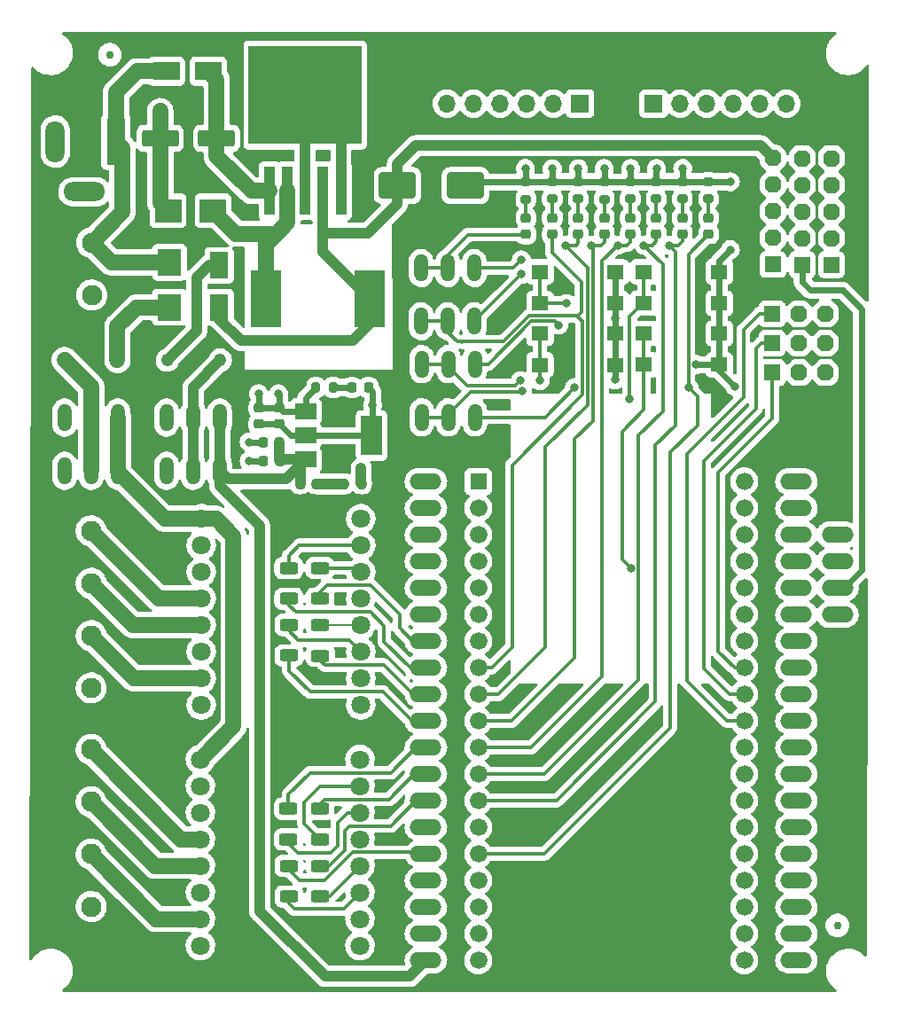
<source format=gbr>
%TF.GenerationSoftware,KiCad,Pcbnew,6.0.1-79c1e3a40b~116~ubuntu20.04.1*%
%TF.CreationDate,2022-02-01T00:48:22+05:30*%
%TF.ProjectId,sra_dev_board_2022,7372615f-6465-4765-9f62-6f6172645f32,rev?*%
%TF.SameCoordinates,Original*%
%TF.FileFunction,Copper,L1,Top*%
%TF.FilePolarity,Positive*%
%FSLAX46Y46*%
G04 Gerber Fmt 4.6, Leading zero omitted, Abs format (unit mm)*
G04 Created by KiCad (PCBNEW 6.0.1-79c1e3a40b~116~ubuntu20.04.1) date 2022-02-01 00:48:22*
%MOMM*%
%LPD*%
G01*
G04 APERTURE LIST*
G04 Aperture macros list*
%AMRoundRect*
0 Rectangle with rounded corners*
0 $1 Rounding radius*
0 $2 $3 $4 $5 $6 $7 $8 $9 X,Y pos of 4 corners*
0 Add a 4 corners polygon primitive as box body*
4,1,4,$2,$3,$4,$5,$6,$7,$8,$9,$2,$3,0*
0 Add four circle primitives for the rounded corners*
1,1,$1+$1,$2,$3*
1,1,$1+$1,$4,$5*
1,1,$1+$1,$6,$7*
1,1,$1+$1,$8,$9*
0 Add four rect primitives between the rounded corners*
20,1,$1+$1,$2,$3,$4,$5,0*
20,1,$1+$1,$4,$5,$6,$7,0*
20,1,$1+$1,$6,$7,$8,$9,0*
20,1,$1+$1,$8,$9,$2,$3,0*%
%AMOutline5P*
0 Free polygon, 5 corners , with rotation*
0 The origin of the aperture is its center*
0 number of corners: always 5*
0 $1 to $10 corner X, Y*
0 $11 Rotation angle, in degrees counterclockwise*
0 create outline with 5 corners*
4,1,5,$1,$2,$3,$4,$5,$6,$7,$8,$9,$10,$1,$2,$11*%
%AMOutline6P*
0 Free polygon, 6 corners , with rotation*
0 The origin of the aperture is its center*
0 number of corners: always 6*
0 $1 to $12 corner X, Y*
0 $13 Rotation angle, in degrees counterclockwise*
0 create outline with 6 corners*
4,1,6,$1,$2,$3,$4,$5,$6,$7,$8,$9,$10,$11,$12,$1,$2,$13*%
%AMOutline7P*
0 Free polygon, 7 corners , with rotation*
0 The origin of the aperture is its center*
0 number of corners: always 7*
0 $1 to $14 corner X, Y*
0 $15 Rotation angle, in degrees counterclockwise*
0 create outline with 7 corners*
4,1,7,$1,$2,$3,$4,$5,$6,$7,$8,$9,$10,$11,$12,$13,$14,$1,$2,$15*%
%AMOutline8P*
0 Free polygon, 8 corners , with rotation*
0 The origin of the aperture is its center*
0 number of corners: always 8*
0 $1 to $16 corner X, Y*
0 $17 Rotation angle, in degrees counterclockwise*
0 create outline with 8 corners*
4,1,8,$1,$2,$3,$4,$5,$6,$7,$8,$9,$10,$11,$12,$13,$14,$15,$16,$1,$2,$17*%
G04 Aperture macros list end*
%TA.AperFunction,SMDPad,CuDef*%
%ADD10RoundRect,0.200000X0.275000X-0.200000X0.275000X0.200000X-0.275000X0.200000X-0.275000X-0.200000X0*%
%TD*%
%TA.AperFunction,ComponentPad*%
%ADD11C,1.950000*%
%TD*%
%TA.AperFunction,ComponentPad*%
%ADD12O,3.048000X1.524000*%
%TD*%
%TA.AperFunction,SMDPad,CuDef*%
%ADD13RoundRect,0.250000X-0.625000X0.312500X-0.625000X-0.312500X0.625000X-0.312500X0.625000X0.312500X0*%
%TD*%
%TA.AperFunction,ComponentPad*%
%ADD14R,1.524000X1.524000*%
%TD*%
%TA.AperFunction,ComponentPad*%
%ADD15Outline8P,-0.762000X0.381000X-0.381000X0.762000X0.381000X0.762000X0.762000X0.381000X0.762000X-0.381000X0.381000X-0.762000X-0.381000X-0.762000X-0.762000X-0.381000X180.000000*%
%TD*%
%TA.AperFunction,SMDPad,CuDef*%
%ADD16RoundRect,0.225000X0.250000X-0.225000X0.250000X0.225000X-0.250000X0.225000X-0.250000X-0.225000X0*%
%TD*%
%TA.AperFunction,SMDPad,CuDef*%
%ADD17R,1.800000X2.500000*%
%TD*%
%TA.AperFunction,SMDPad,CuDef*%
%ADD18RoundRect,0.218750X-0.256250X0.218750X-0.256250X-0.218750X0.256250X-0.218750X0.256250X0.218750X0*%
%TD*%
%TA.AperFunction,ComponentPad*%
%ADD19R,1.700000X1.700000*%
%TD*%
%TA.AperFunction,ComponentPad*%
%ADD20O,1.700000X1.700000*%
%TD*%
%TA.AperFunction,ComponentPad*%
%ADD21C,1.800000*%
%TD*%
%TA.AperFunction,SMDPad,CuDef*%
%ADD22R,2.300000X2.500000*%
%TD*%
%TA.AperFunction,SMDPad,CuDef*%
%ADD23RoundRect,0.250000X-1.500000X-1.000000X1.500000X-1.000000X1.500000X1.000000X-1.500000X1.000000X0*%
%TD*%
%TA.AperFunction,SMDPad,CuDef*%
%ADD24R,2.500000X2.300000*%
%TD*%
%TA.AperFunction,ComponentPad*%
%ADD25O,1.320800X2.641600*%
%TD*%
%TA.AperFunction,SMDPad,CuDef*%
%ADD26R,1.600000X1.400000*%
%TD*%
%TA.AperFunction,ComponentPad*%
%ADD27C,1.219000*%
%TD*%
%TA.AperFunction,ComponentPad*%
%ADD28Outline8P,-0.762000X0.381000X-0.381000X0.762000X0.381000X0.762000X0.762000X0.381000X0.762000X-0.381000X0.381000X-0.762000X-0.381000X-0.762000X-0.762000X-0.381000X90.000000*%
%TD*%
%TA.AperFunction,SMDPad,CuDef*%
%ADD29RoundRect,0.218750X-0.218750X-0.256250X0.218750X-0.256250X0.218750X0.256250X-0.218750X0.256250X0*%
%TD*%
%TA.AperFunction,SMDPad,CuDef*%
%ADD30RoundRect,0.200000X0.200000X0.275000X-0.200000X0.275000X-0.200000X-0.275000X0.200000X-0.275000X0*%
%TD*%
%TA.AperFunction,SMDPad,CuDef*%
%ADD31RoundRect,0.250000X0.625000X-0.312500X0.625000X0.312500X-0.625000X0.312500X-0.625000X-0.312500X0*%
%TD*%
%TA.AperFunction,ComponentPad*%
%ADD32R,1.800000X4.400000*%
%TD*%
%TA.AperFunction,ComponentPad*%
%ADD33O,1.800000X4.000000*%
%TD*%
%TA.AperFunction,ComponentPad*%
%ADD34O,4.000000X1.800000*%
%TD*%
%TA.AperFunction,SMDPad,CuDef*%
%ADD35RoundRect,0.200000X-0.200000X-0.275000X0.200000X-0.275000X0.200000X0.275000X-0.200000X0.275000X0*%
%TD*%
%TA.AperFunction,SMDPad,CuDef*%
%ADD36RoundRect,0.250000X1.500000X0.550000X-1.500000X0.550000X-1.500000X-0.550000X1.500000X-0.550000X0*%
%TD*%
%TA.AperFunction,ComponentPad*%
%ADD37R,1.560000X1.560000*%
%TD*%
%TA.AperFunction,ComponentPad*%
%ADD38C,1.676400*%
%TD*%
%TA.AperFunction,SMDPad,CuDef*%
%ADD39R,2.500000X1.800000*%
%TD*%
%TA.AperFunction,SMDPad,CuDef*%
%ADD40R,2.895600X5.410200*%
%TD*%
%TA.AperFunction,SMDPad,CuDef*%
%ADD41RoundRect,0.225000X0.225000X0.250000X-0.225000X0.250000X-0.225000X-0.250000X0.225000X-0.250000X0*%
%TD*%
%TA.AperFunction,SMDPad,CuDef*%
%ADD42C,0.750000*%
%TD*%
%TA.AperFunction,SMDPad,CuDef*%
%ADD43R,2.000000X1.500000*%
%TD*%
%TA.AperFunction,SMDPad,CuDef*%
%ADD44R,2.000000X3.800000*%
%TD*%
%TA.AperFunction,SMDPad,CuDef*%
%ADD45R,1.100000X4.600000*%
%TD*%
%TA.AperFunction,SMDPad,CuDef*%
%ADD46R,10.800000X9.400000*%
%TD*%
%TA.AperFunction,SMDPad,CuDef*%
%ADD47RoundRect,0.218750X0.218750X0.256250X-0.218750X0.256250X-0.218750X-0.256250X0.218750X-0.256250X0*%
%TD*%
%TA.AperFunction,ViaPad*%
%ADD48C,0.800000*%
%TD*%
%TA.AperFunction,Conductor*%
%ADD49C,1.000000*%
%TD*%
%TA.AperFunction,Conductor*%
%ADD50C,1.500000*%
%TD*%
%TA.AperFunction,Conductor*%
%ADD51C,0.300000*%
%TD*%
%TA.AperFunction,Conductor*%
%ADD52C,0.600000*%
%TD*%
%TA.AperFunction,Conductor*%
%ADD53C,0.200000*%
%TD*%
G04 APERTURE END LIST*
D10*
%TO.P,R7,1*%
%TO.N,Net-(D7-Pad1)*%
X132680000Y-45896250D03*
%TO.P,R7,2*%
%TO.N,GND*%
X132680000Y-44246250D03*
%TD*%
D11*
%TO.P,T3,1,Pin_1*%
%TO.N,GND*%
X76270000Y-55053723D03*
%TO.P,T3,2,Pin_2*%
%TO.N,/12V_U*%
X76270000Y-50053723D03*
%TD*%
D12*
%TO.P,J5,1,Pin_1*%
%TO.N,/CLK*%
X143569418Y-118588838D03*
%TO.P,J5,2,Pin_2*%
%TO.N,/SD0*%
X143569418Y-116048838D03*
%TO.P,J5,3,Pin_3*%
%TO.N,/SD1*%
X143569418Y-113508838D03*
%TO.P,J5,4,Pin_4*%
%TO.N,/15*%
X143569418Y-110968838D03*
%TO.P,J5,5,Pin_5*%
%TO.N,/2*%
X143569418Y-108428838D03*
%TO.P,J5,6,Pin_6*%
%TO.N,/0*%
X143569418Y-105888838D03*
%TO.P,J5,7,Pin_7*%
%TO.N,/4*%
X143569418Y-103348838D03*
%TO.P,J5,8,Pin_8*%
%TO.N,/16*%
X143569418Y-100808838D03*
%TO.P,J5,9,Pin_9*%
%TO.N,/17*%
X143569418Y-98268838D03*
%TO.P,J5,10,Pin_10*%
%TO.N,/5*%
X143569418Y-95728838D03*
%TO.P,J5,11,Pin_11*%
%TO.N,/18*%
X143569418Y-93188838D03*
%TO.P,J5,12,Pin_12*%
%TO.N,/19*%
X143569418Y-90648838D03*
%TO.P,J5,13,Pin_13*%
%TO.N,GND*%
X143569418Y-88108838D03*
%TO.P,J5,14,Pin_14*%
%TO.N,/21*%
X143569418Y-85568838D03*
%TO.P,J5,15,Pin_15*%
%TO.N,/RX*%
X143569418Y-83028838D03*
%TO.P,J5,16,Pin_16*%
%TO.N,/TX*%
X143569418Y-80488838D03*
%TO.P,J5,17,Pin_17*%
%TO.N,/22*%
X143569418Y-77948838D03*
%TO.P,J5,18,Pin_18*%
%TO.N,/23*%
X143569418Y-75408838D03*
%TO.P,J5,19,Pin_19*%
%TO.N,GND*%
X143569418Y-72868838D03*
%TD*%
D13*
%TO.P,R17,1*%
%TO.N,/12*%
X98100000Y-109577500D03*
%TO.P,R17,2*%
%TO.N,Net-(R17-Pad2)*%
X98100000Y-112502500D03*
%TD*%
D10*
%TO.P,R1,1*%
%TO.N,Net-(D1-Pad1)*%
X117720000Y-45912500D03*
%TO.P,R1,2*%
%TO.N,GND*%
X117720000Y-44262500D03*
%TD*%
D14*
%TO.P,J11,1,Pin_1*%
%TO.N,/5V*%
X141332544Y-52158000D03*
D15*
%TO.P,J11,2,Pin_2*%
X141332544Y-49618000D03*
%TO.P,J11,3,Pin_3*%
X141332544Y-47078000D03*
%TO.P,J11,4,Pin_4*%
X141332544Y-44538000D03*
%TO.P,J11,5,Pin_5*%
X141332544Y-41998000D03*
%TD*%
D16*
%TO.P,C5,1*%
%TO.N,/3V3*%
X94170000Y-67386847D03*
%TO.P,C5,2*%
%TO.N,GND*%
X94170000Y-65836847D03*
%TD*%
D17*
%TO.P,D13,1,K*%
%TO.N,Net-(D13-Pad1)*%
X88438853Y-52230000D03*
%TO.P,D13,2,A*%
%TO.N,/5V*%
X88438853Y-56230000D03*
%TD*%
D11*
%TO.P,T2,1,Pin_1*%
%TO.N,/OUT1B*%
X76210000Y-98463750D03*
%TO.P,T2,2,Pin_2*%
%TO.N,/OUT2B*%
X76210000Y-103463750D03*
%TO.P,T2,3,Pin_3*%
%TO.N,/OUT3B*%
X76210000Y-108463750D03*
%TO.P,T2,4,Pin_4*%
%TO.N,/OUT4B*%
X76210000Y-113463750D03*
%TD*%
D18*
%TO.P,D2,1,K*%
%TO.N,Net-(D2-Pad1)*%
X120250000Y-47683750D03*
%TO.P,D2,2,A*%
%TO.N,/33*%
X120250000Y-49258750D03*
%TD*%
D19*
%TO.P,J8,1,Pin_1*%
%TO.N,/21*%
X129920000Y-36790000D03*
D20*
%TO.P,J8,2,Pin_2*%
%TO.N,/22*%
X132460000Y-36790000D03*
%TO.P,J8,3,Pin_3*%
%TO.N,GND*%
X135000000Y-36790000D03*
%TO.P,J8,4,Pin_4*%
%TO.N,/23*%
X137540000Y-36790000D03*
%TO.P,J8,5,Pin_5*%
%TO.N,/3V3*%
X140080000Y-36790000D03*
%TO.P,J8,6,Pin_6*%
%TO.N,unconnected-(J8-Pad6)*%
X142620000Y-36790000D03*
%TD*%
D21*
%TO.P,U3,1,VM*%
%TO.N,/12V_P*%
X86720000Y-76427582D03*
%TO.P,U3,2,VCC*%
%TO.N,/3V3*%
X86720000Y-78967582D03*
%TO.P,U3,3,GND*%
%TO.N,GND*%
X86720000Y-81507582D03*
%TO.P,U3,4,A01*%
%TO.N,/OUT1A*%
X86720000Y-84047582D03*
%TO.P,U3,5,A02*%
%TO.N,/OUT2A*%
X86720000Y-86587582D03*
%TO.P,U3,6,B02*%
%TO.N,/OUT4A*%
X86720000Y-89127582D03*
%TO.P,U3,7,B01*%
%TO.N,/OUT3A*%
X86720000Y-91667582D03*
%TO.P,U3,8,GND*%
%TO.N,GND*%
X86720000Y-94207582D03*
%TO.P,U3,9,GND*%
X101960000Y-94207582D03*
%TO.P,U3,10,PWMB*%
%TO.N,/3V3*%
X101960000Y-91667582D03*
%TO.P,U3,11,BI2*%
%TO.N,Net-(R14-Pad2)*%
X101960000Y-89127582D03*
%TO.P,U3,12,BI1*%
%TO.N,Net-(R13-Pad2)*%
X101960000Y-86587582D03*
%TO.P,U3,13,STBY*%
%TO.N,/3V3*%
X101960000Y-84047582D03*
%TO.P,U3,14,AI1*%
%TO.N,Net-(R11-Pad2)*%
X101960000Y-81507582D03*
%TO.P,U3,15,AI2*%
%TO.N,Net-(R12-Pad2)*%
X101960000Y-78967582D03*
%TO.P,U3,16,PWMA*%
%TO.N,/3V3*%
X101960000Y-76427582D03*
%TD*%
D14*
%TO.P,J13,1,Pin_1*%
%TO.N,GND*%
X146922544Y-52166000D03*
D15*
%TO.P,J13,2,Pin_2*%
X146922544Y-49626000D03*
%TO.P,J13,3,Pin_3*%
X146922544Y-47086000D03*
%TO.P,J13,4,Pin_4*%
X146922544Y-44546000D03*
%TO.P,J13,5,Pin_5*%
X146922544Y-42006000D03*
%TD*%
D22*
%TO.P,D9,1,K*%
%TO.N,Net-(D9-Pad1)*%
X83690000Y-56230000D03*
%TO.P,D9,2,A*%
%TO.N,/12V_U*%
X83690000Y-51930000D03*
%TD*%
D18*
%TO.P,D4,1,K*%
%TO.N,Net-(D4-Pad1)*%
X125220000Y-47692500D03*
%TO.P,D4,2,A*%
%TO.N,/26*%
X125220000Y-49267500D03*
%TD*%
D23*
%TO.P,C2,1*%
%TO.N,/5V*%
X105452500Y-44600000D03*
%TO.P,C2,2*%
%TO.N,GND*%
X111952500Y-44600000D03*
%TD*%
D24*
%TO.P,D14,1,K*%
%TO.N,Net-(D14-Pad1)*%
X87850000Y-47000000D03*
%TO.P,D14,2,A*%
%TO.N,GND*%
X83550000Y-47000000D03*
%TD*%
D10*
%TO.P,R6,1*%
%TO.N,Net-(D6-Pad1)*%
X130180000Y-45896250D03*
%TO.P,R6,2*%
%TO.N,GND*%
X130180000Y-44246250D03*
%TD*%
D25*
%TO.P,TB_B1,1,A*%
%TO.N,/27*%
X107780000Y-61657386D03*
%TO.P,TB_B1,2,B*%
X110320000Y-61657386D03*
%TO.P,TB_B1,3,C*%
%TO.N,/12*%
X112860000Y-61657386D03*
%TO.P,TB_B1,4,A*%
%TO.N,/14*%
X107780000Y-66737386D03*
%TO.P,TB_B1,5,B*%
X110320000Y-66737386D03*
%TO.P,TB_B1,6,C*%
%TO.N,/13*%
X112860000Y-66737386D03*
%TD*%
D26*
%TO.P,SW2,1,1*%
%TO.N,GND*%
X126270000Y-58740000D03*
%TO.P,SW2,2,2*%
%TO.N,/2*%
X119070000Y-58740000D03*
%TO.P,SW2,3,3*%
%TO.N,GND*%
X126270000Y-61740000D03*
%TO.P,SW2,4,4*%
%TO.N,/2*%
X119070000Y-61740000D03*
%TD*%
D10*
%TO.P,R4,1*%
%TO.N,Net-(D4-Pad1)*%
X125220000Y-45905000D03*
%TO.P,R4,2*%
%TO.N,GND*%
X125220000Y-44255000D03*
%TD*%
D27*
%TO.P,F2,1*%
%TO.N,Net-(D13-Pad1)*%
X83485000Y-61280000D03*
%TO.P,F2,2*%
%TO.N,Net-(5V_SW1-Pad2)*%
X88535000Y-61280000D03*
%TD*%
D14*
%TO.P,J3,1,Pin_1*%
%TO.N,/19*%
X141260000Y-62474000D03*
D28*
%TO.P,J3,2,Pin_2*%
%TO.N,/5V*%
X143800000Y-62474000D03*
%TO.P,J3,3,Pin_3*%
%TO.N,GND*%
X146340000Y-62474000D03*
%TD*%
D13*
%TO.P,R18,1*%
%TO.N,/13*%
X95100000Y-109577500D03*
%TO.P,R18,2*%
%TO.N,Net-(R18-Pad2)*%
X95100000Y-112502500D03*
%TD*%
D18*
%TO.P,D6,1,K*%
%TO.N,Net-(D6-Pad1)*%
X130180000Y-47683750D03*
%TO.P,D6,2,A*%
%TO.N,/14*%
X130180000Y-49258750D03*
%TD*%
%TO.P,D1,1,K*%
%TO.N,Net-(D1-Pad1)*%
X117740000Y-47700000D03*
%TO.P,D1,2,A*%
%TO.N,/32*%
X117740000Y-49275000D03*
%TD*%
D21*
%TO.P,U4,1,VM*%
%TO.N,/12V_P*%
X86650000Y-99415527D03*
%TO.P,U4,2,VCC*%
%TO.N,/3V3*%
X86650000Y-101955527D03*
%TO.P,U4,3,GND*%
%TO.N,GND*%
X86650000Y-104495527D03*
%TO.P,U4,4,A01*%
%TO.N,/OUT1B*%
X86650000Y-107035527D03*
%TO.P,U4,5,A02*%
%TO.N,/OUT2B*%
X86650000Y-109575527D03*
%TO.P,U4,6,B02*%
%TO.N,/OUT4B*%
X86650000Y-112115527D03*
%TO.P,U4,7,B01*%
%TO.N,/OUT3B*%
X86650000Y-114655527D03*
%TO.P,U4,8,GND*%
%TO.N,GND*%
X86650000Y-117195527D03*
%TO.P,U4,9,GND*%
X101890000Y-117195527D03*
%TO.P,U4,10,PWMB*%
%TO.N,/3V3*%
X101890000Y-114655527D03*
%TO.P,U4,11,BI2*%
%TO.N,Net-(R18-Pad2)*%
X101890000Y-112115527D03*
%TO.P,U4,12,BI1*%
%TO.N,Net-(R17-Pad2)*%
X101890000Y-109575527D03*
%TO.P,U4,13,STBY*%
%TO.N,/3V3*%
X101890000Y-107035527D03*
%TO.P,U4,14,AI1*%
%TO.N,Net-(R15-Pad2)*%
X101890000Y-104495527D03*
%TO.P,U4,15,AI2*%
%TO.N,Net-(R16-Pad2)*%
X101890000Y-101955527D03*
%TO.P,U4,16,PWMA*%
%TO.N,/3V3*%
X101890000Y-99415527D03*
%TD*%
D25*
%TO.P,12V_SW1,1,A*%
%TO.N,unconnected-(12V_SW1-Pad1)*%
X73680000Y-66762369D03*
%TO.P,12V_SW1,2,B*%
%TO.N,Net-(12V_SW1-Pad2)*%
X76220000Y-66762369D03*
%TO.P,12V_SW1,3,C*%
%TO.N,/12V_P*%
X78760000Y-66762369D03*
%TO.P,12V_SW1,4,A*%
%TO.N,unconnected-(12V_SW1-Pad4)*%
X73680000Y-71842369D03*
%TO.P,12V_SW1,5,B*%
%TO.N,Net-(12V_SW1-Pad2)*%
X76220000Y-71842369D03*
%TO.P,12V_SW1,6,C*%
%TO.N,/12V_P*%
X78760000Y-71842369D03*
%TD*%
D10*
%TO.P,R2,1*%
%TO.N,Net-(D2-Pad1)*%
X120250000Y-45896250D03*
%TO.P,R2,2*%
%TO.N,GND*%
X120250000Y-44246250D03*
%TD*%
D25*
%TO.P,5V_SW1,1,A*%
%TO.N,unconnected-(5V_SW1-Pad1)*%
X83400000Y-66770000D03*
%TO.P,5V_SW1,2,B*%
%TO.N,Net-(5V_SW1-Pad2)*%
X85940000Y-66770000D03*
%TO.P,5V_SW1,3,C*%
%TO.N,/5V_P*%
X88480000Y-66770000D03*
%TO.P,5V_SW1,4,A*%
%TO.N,unconnected-(5V_SW1-Pad4)*%
X83400000Y-71850000D03*
%TO.P,5V_SW1,5,B*%
%TO.N,Net-(5V_SW1-Pad2)*%
X85940000Y-71850000D03*
%TO.P,5V_SW1,6,C*%
%TO.N,/5V_P*%
X88480000Y-71850000D03*
%TD*%
D18*
%TO.P,D7,1,K*%
%TO.N,Net-(D7-Pad1)*%
X132680000Y-47683750D03*
%TO.P,D7,2,A*%
%TO.N,/12*%
X132680000Y-49258750D03*
%TD*%
D29*
%TO.P,D11,1,K*%
%TO.N,Net-(D11-Pad1)*%
X101125000Y-63890000D03*
%TO.P,D11,2,A*%
%TO.N,/3V3*%
X102700000Y-63890000D03*
%TD*%
D27*
%TO.P,F1,1*%
%TO.N,Net-(D9-Pad1)*%
X78715000Y-61280000D03*
%TO.P,F1,2*%
%TO.N,Net-(12V_SW1-Pad2)*%
X73665000Y-61280000D03*
%TD*%
D10*
%TO.P,R3,1*%
%TO.N,Net-(D3-Pad1)*%
X122730000Y-45896250D03*
%TO.P,R3,2*%
%TO.N,GND*%
X122730000Y-44246250D03*
%TD*%
D14*
%TO.P,J2,1,Pin_1*%
%TO.N,/5*%
X141260000Y-56850000D03*
D28*
%TO.P,J2,2,Pin_2*%
%TO.N,/5V*%
X143800000Y-56850000D03*
%TO.P,J2,3,Pin_3*%
%TO.N,GND*%
X146340000Y-56850000D03*
%TD*%
D10*
%TO.P,R8,1*%
%TO.N,Net-(D8-Pad1)*%
X135190000Y-45896250D03*
%TO.P,R8,2*%
%TO.N,GND*%
X135190000Y-44246250D03*
%TD*%
D12*
%TO.P,J9,1,Pin_1*%
%TO.N,GND*%
X147480000Y-85580000D03*
%TO.P,J9,2,Pin_2*%
%TO.N,/3V3*%
X147480000Y-83040000D03*
%TO.P,J9,3,Pin_3*%
%TO.N,/21*%
X147480000Y-80500000D03*
%TO.P,J9,4,Pin_4*%
%TO.N,/22*%
X147480000Y-77960000D03*
%TD*%
D26*
%TO.P,SW4,1,1*%
%TO.N,GND*%
X136203500Y-52850000D03*
%TO.P,SW4,2,2*%
%TO.N,/16*%
X129003500Y-52850000D03*
%TO.P,SW4,3,3*%
%TO.N,GND*%
X136203500Y-55850000D03*
%TO.P,SW4,4,4*%
%TO.N,/16*%
X129003500Y-55850000D03*
%TD*%
D18*
%TO.P,D3,1,K*%
%TO.N,Net-(D3-Pad1)*%
X122730000Y-47683750D03*
%TO.P,D3,2,A*%
%TO.N,/25*%
X122730000Y-49258750D03*
%TD*%
D30*
%TO.P,R10,1*%
%TO.N,Net-(D11-Pad1)*%
X99335000Y-63890000D03*
%TO.P,R10,2*%
%TO.N,GND*%
X97685000Y-63890000D03*
%TD*%
D31*
%TO.P,R14,1*%
%TO.N,/26*%
X95100000Y-89492500D03*
%TO.P,R14,2*%
%TO.N,Net-(R14-Pad2)*%
X95100000Y-86567500D03*
%TD*%
D18*
%TO.P,D8,1,K*%
%TO.N,Net-(D8-Pad1)*%
X135190000Y-47683750D03*
%TO.P,D8,2,A*%
%TO.N,/13*%
X135190000Y-49258750D03*
%TD*%
D19*
%TO.P,J7,1,Pin_1*%
%TO.N,/35*%
X122890000Y-36780000D03*
D20*
%TO.P,J7,2,Pin_2*%
%TO.N,/34*%
X120350000Y-36780000D03*
%TO.P,J7,3,Pin_3*%
%TO.N,/39*%
X117810000Y-36780000D03*
%TO.P,J7,4,Pin_4*%
%TO.N,/36*%
X115270000Y-36780000D03*
%TO.P,J7,5,Pin_5*%
%TO.N,GND*%
X112730000Y-36780000D03*
%TO.P,J7,6,Pin_6*%
%TO.N,/3V3*%
X110190000Y-36780000D03*
%TD*%
D26*
%TO.P,SW1,1,1*%
%TO.N,GND*%
X126274490Y-52860000D03*
%TO.P,SW1,2,2*%
%TO.N,/4*%
X119074490Y-52860000D03*
%TO.P,SW1,3,3*%
%TO.N,GND*%
X126274490Y-55860000D03*
%TO.P,SW1,4,4*%
%TO.N,/4*%
X119074490Y-55860000D03*
%TD*%
D31*
%TO.P,R12,1*%
%TO.N,/33*%
X95080000Y-84062500D03*
%TO.P,R12,2*%
%TO.N,Net-(R12-Pad2)*%
X95080000Y-81137500D03*
%TD*%
D16*
%TO.P,C4,1*%
%TO.N,/3V3*%
X92230000Y-67376847D03*
%TO.P,C4,2*%
%TO.N,GND*%
X92230000Y-65826847D03*
%TD*%
D32*
%TO.P,J6,1*%
%TO.N,/12V_U*%
X78580000Y-40400000D03*
D33*
%TO.P,J6,2*%
%TO.N,GND*%
X72780000Y-40400000D03*
D34*
%TO.P,J6,3*%
X75580000Y-45200000D03*
%TD*%
D35*
%TO.P,R9,1*%
%TO.N,Net-(D10-Pad1)*%
X100375000Y-73090000D03*
%TO.P,R9,2*%
%TO.N,GND*%
X102025000Y-73090000D03*
%TD*%
D11*
%TO.P,T1,1,Pin_1*%
%TO.N,/OUT1A*%
X76210000Y-77579497D03*
%TO.P,T1,2,Pin_2*%
%TO.N,/OUT2A*%
X76210000Y-82579497D03*
%TO.P,T1,3,Pin_3*%
%TO.N,/OUT3A*%
X76210000Y-87579497D03*
%TO.P,T1,4,Pin_4*%
%TO.N,/OUT4A*%
X76210000Y-92579497D03*
%TD*%
D36*
%TO.P,C1,1*%
%TO.N,Net-(C1-Pad1)*%
X88200000Y-40100000D03*
%TO.P,C1,2*%
%TO.N,GND*%
X82800000Y-40100000D03*
%TD*%
D37*
%TO.P,U1,1,3V3*%
%TO.N,/ESP_3V3*%
X113179418Y-72868838D03*
D38*
%TO.P,U1,2,EN*%
%TO.N,/EN*%
X113179418Y-75408838D03*
%TO.P,U1,3,SENSOR_VP*%
%TO.N,/36*%
X113179418Y-77948838D03*
%TO.P,U1,4,SENSOR_VN*%
%TO.N,/39*%
X113179418Y-80488838D03*
%TO.P,U1,5,IO34*%
%TO.N,/34*%
X113179418Y-83028838D03*
%TO.P,U1,6,IO35*%
%TO.N,/35*%
X113179418Y-85568838D03*
%TO.P,U1,7,IO32*%
%TO.N,/32*%
X113179418Y-88108838D03*
%TO.P,U1,8,IO33*%
%TO.N,/33*%
X113179418Y-90648838D03*
%TO.P,U1,9,IO25*%
%TO.N,/25*%
X113179418Y-93188838D03*
%TO.P,U1,10,IO26*%
%TO.N,/26*%
X113179418Y-95728838D03*
%TO.P,U1,11,IO27*%
%TO.N,/27*%
X113179418Y-98268838D03*
%TO.P,U1,12,IO14*%
%TO.N,/14*%
X113179418Y-100808838D03*
%TO.P,U1,13,IO12*%
%TO.N,/12*%
X113179418Y-103348838D03*
%TO.P,U1,14,GND1*%
%TO.N,GND*%
X113179418Y-105888838D03*
%TO.P,U1,15,IO13*%
%TO.N,/13*%
X113179418Y-108428838D03*
%TO.P,U1,16,SD2*%
%TO.N,/SD2*%
X113179418Y-110968838D03*
%TO.P,U1,17,SD3*%
%TO.N,/SD3*%
X113179418Y-113508838D03*
%TO.P,U1,18,CMD*%
%TO.N,/CMD*%
X113179418Y-116048838D03*
%TO.P,U1,19,EXT_5V*%
%TO.N,/5V_P*%
X113179418Y-118588838D03*
%TO.P,U1,20,GND3*%
%TO.N,GND*%
X138579418Y-72868838D03*
%TO.P,U1,21,IO23*%
%TO.N,/23*%
X138579418Y-75408838D03*
%TO.P,U1,22,IO22*%
%TO.N,/22*%
X138579418Y-77948838D03*
%TO.P,U1,23,TXD0*%
%TO.N,/TX*%
X138579418Y-80488838D03*
%TO.P,U1,24,RXD0*%
%TO.N,/RX*%
X138579418Y-83028838D03*
%TO.P,U1,25,IO21*%
%TO.N,/21*%
X138579418Y-85568838D03*
%TO.P,U1,26,GND2*%
%TO.N,GND*%
X138579418Y-88108838D03*
%TO.P,U1,27,IO19*%
%TO.N,/19*%
X138579418Y-90648838D03*
%TO.P,U1,28,IO18*%
%TO.N,/18*%
X138579418Y-93188838D03*
%TO.P,U1,29,IO5*%
%TO.N,/5*%
X138579418Y-95728838D03*
%TO.P,U1,30,IO17*%
%TO.N,/17*%
X138579418Y-98268838D03*
%TO.P,U1,31,IO16*%
%TO.N,/16*%
X138579418Y-100808838D03*
%TO.P,U1,32,IO4*%
%TO.N,/4*%
X138579418Y-103348838D03*
%TO.P,U1,33,IO0*%
%TO.N,/0*%
X138579418Y-105888838D03*
%TO.P,U1,34,IO2*%
%TO.N,/2*%
X138579418Y-108428838D03*
%TO.P,U1,35,IO15*%
%TO.N,/15*%
X138579418Y-110968838D03*
%TO.P,U1,36,SD1*%
%TO.N,/SD1*%
X138579418Y-113508838D03*
%TO.P,U1,37,SD0*%
%TO.N,/SD0*%
X138579418Y-116048838D03*
%TO.P,U1,38,CLK*%
%TO.N,/CLK*%
X138579418Y-118588838D03*
%TD*%
D31*
%TO.P,R11,1*%
%TO.N,/32*%
X98070000Y-84052500D03*
%TO.P,R11,2*%
%TO.N,Net-(R11-Pad2)*%
X98070000Y-81127500D03*
%TD*%
D39*
%TO.P,D12,1,K*%
%TO.N,Net-(C1-Pad1)*%
X87400000Y-33700000D03*
%TO.P,D12,2,A*%
%TO.N,/12V_U*%
X83400000Y-33700000D03*
%TD*%
D26*
%TO.P,SW3,1,1*%
%TO.N,GND*%
X136200000Y-58720000D03*
%TO.P,SW3,2,2*%
%TO.N,/17*%
X129000000Y-58720000D03*
%TO.P,SW3,3,3*%
%TO.N,GND*%
X136200000Y-61720000D03*
%TO.P,SW3,4,4*%
%TO.N,/17*%
X129000000Y-61720000D03*
%TD*%
D13*
%TO.P,R16,1*%
%TO.N,/14*%
X98050000Y-104117500D03*
%TO.P,R16,2*%
%TO.N,Net-(R16-Pad2)*%
X98050000Y-107042500D03*
%TD*%
D25*
%TO.P,TB_A1,1,A*%
%TO.N,/32*%
X107720000Y-52487102D03*
%TO.P,TB_A1,2,B*%
X110260000Y-52487102D03*
%TO.P,TB_A1,3,C*%
%TO.N,/25*%
X112800000Y-52487102D03*
%TO.P,TB_A1,4,A*%
%TO.N,/33*%
X107720000Y-57567102D03*
%TO.P,TB_A1,5,B*%
X110260000Y-57567102D03*
%TO.P,TB_A1,6,C*%
%TO.N,/26*%
X112800000Y-57567102D03*
%TD*%
D18*
%TO.P,D5,1,K*%
%TO.N,Net-(D5-Pad1)*%
X127700000Y-47683750D03*
%TO.P,D5,2,A*%
%TO.N,/27*%
X127700000Y-49258750D03*
%TD*%
D40*
%TO.P,L1,1,1*%
%TO.N,Net-(D14-Pad1)*%
X92937735Y-55380000D03*
%TO.P,L1,2,2*%
%TO.N,/5V*%
X102843735Y-55380000D03*
%TD*%
D41*
%TO.P,C6,1*%
%TO.N,/5V_P*%
X94175000Y-69111847D03*
%TO.P,C6,2*%
%TO.N,GND*%
X92625000Y-69111847D03*
%TD*%
%TO.P,C3,1*%
%TO.N,/5V_P*%
X94225000Y-70911847D03*
%TO.P,C3,2*%
%TO.N,GND*%
X92675000Y-70911847D03*
%TD*%
D42*
%TO.P,REF\u002A\u002A,*%
%TO.N,*%
X147470000Y-115260000D03*
%TD*%
D43*
%TO.P,U2,1,GND*%
%TO.N,GND*%
X96700000Y-66180000D03*
%TO.P,U2,2,VO*%
%TO.N,/3V3*%
X96700000Y-68480000D03*
D44*
X103000000Y-68480000D03*
D43*
%TO.P,U2,3,VI*%
%TO.N,/5V_P*%
X96700000Y-70780000D03*
%TD*%
D31*
%TO.P,R13,1*%
%TO.N,/25*%
X98100000Y-89502500D03*
%TO.P,R13,2*%
%TO.N,Net-(R13-Pad2)*%
X98100000Y-86577500D03*
%TD*%
D45*
%TO.P,U5,1,VIN*%
%TO.N,Net-(C1-Pad1)*%
X93260000Y-45115000D03*
%TO.P,U5,2,OUT*%
%TO.N,Net-(D14-Pad1)*%
X94960000Y-45115000D03*
D46*
%TO.P,U5,3,GND*%
%TO.N,GND*%
X96660000Y-35965000D03*
D45*
X96660000Y-45115000D03*
%TO.P,U5,4,FB*%
%TO.N,/5V*%
X98360000Y-45115000D03*
%TO.P,U5,5,~{ON}/OFF*%
%TO.N,GND*%
X100060000Y-45115000D03*
%TD*%
D14*
%TO.P,J12,1,Pin_1*%
%TO.N,/3V3*%
X144122544Y-52166000D03*
D15*
%TO.P,J12,2,Pin_2*%
X144122544Y-49626000D03*
%TO.P,J12,3,Pin_3*%
X144122544Y-47086000D03*
%TO.P,J12,4,Pin_4*%
X144122544Y-44546000D03*
%TO.P,J12,5,Pin_5*%
X144122544Y-42006000D03*
%TD*%
D10*
%TO.P,R5,1*%
%TO.N,Net-(D5-Pad1)*%
X127700000Y-45896250D03*
%TO.P,R5,2*%
%TO.N,GND*%
X127700000Y-44246250D03*
%TD*%
D42*
%TO.P,REF\u002A\u002A,*%
%TO.N,*%
X78000000Y-32100000D03*
%TD*%
D47*
%TO.P,D10,1,K*%
%TO.N,Net-(D10-Pad1)*%
X97737500Y-73090000D03*
%TO.P,D10,2,A*%
%TO.N,/5V_P*%
X96162500Y-73090000D03*
%TD*%
D13*
%TO.P,R15,1*%
%TO.N,/27*%
X95050000Y-104117500D03*
%TO.P,R15,2*%
%TO.N,Net-(R15-Pad2)*%
X95050000Y-107042500D03*
%TD*%
D12*
%TO.P,J1,1,Pin_1*%
%TO.N,/ESP_3V3*%
X108179418Y-72868838D03*
%TO.P,J1,2,Pin_2*%
%TO.N,/EN*%
X108179418Y-75408838D03*
%TO.P,J1,3,Pin_3*%
%TO.N,/36*%
X108179418Y-77948838D03*
%TO.P,J1,4,Pin_4*%
%TO.N,/39*%
X108179418Y-80488838D03*
%TO.P,J1,5,Pin_5*%
%TO.N,/34*%
X108179418Y-83028838D03*
%TO.P,J1,6,Pin_6*%
%TO.N,/35*%
X108179418Y-85568838D03*
%TO.P,J1,7,Pin_7*%
%TO.N,/32*%
X108179418Y-88108838D03*
%TO.P,J1,8,Pin_8*%
%TO.N,/33*%
X108179418Y-90648838D03*
%TO.P,J1,9,Pin_9*%
%TO.N,/25*%
X108179418Y-93188838D03*
%TO.P,J1,10,Pin_10*%
%TO.N,/26*%
X108179418Y-95728838D03*
%TO.P,J1,11,Pin_11*%
%TO.N,/27*%
X108179418Y-98268838D03*
%TO.P,J1,12,Pin_12*%
%TO.N,/14*%
X108179418Y-100808838D03*
%TO.P,J1,13,Pin_13*%
%TO.N,/12*%
X108179418Y-103348838D03*
%TO.P,J1,14,Pin_14*%
%TO.N,GND*%
X108179418Y-105888838D03*
%TO.P,J1,15,Pin_15*%
%TO.N,/13*%
X108179418Y-108428838D03*
%TO.P,J1,16,Pin_16*%
%TO.N,/SD2*%
X108179418Y-110968838D03*
%TO.P,J1,17,Pin_17*%
%TO.N,/SD3*%
X108179418Y-113508838D03*
%TO.P,J1,18,Pin_18*%
%TO.N,/CMD*%
X108179418Y-116048838D03*
%TO.P,J1,19,Pin_19*%
%TO.N,/5V_P*%
X108179418Y-118588838D03*
%TD*%
D14*
%TO.P,J4,1,Pin_1*%
%TO.N,/18*%
X141250000Y-59660000D03*
D28*
%TO.P,J4,2,Pin_2*%
%TO.N,/5V*%
X143790000Y-59660000D03*
%TO.P,J4,3,Pin_3*%
%TO.N,GND*%
X146330000Y-59660000D03*
%TD*%
D48*
%TO.N,/25*%
X117300000Y-51700000D03*
X121500000Y-50300000D03*
%TO.N,/26*%
X124000000Y-50300000D03*
X117320000Y-53090000D03*
%TO.N,/27*%
X126500000Y-50300000D03*
X117204191Y-63246581D03*
%TO.N,/14*%
X117380000Y-64230500D03*
X129000000Y-50300000D03*
%TO.N,/12*%
X120849570Y-57929500D03*
X131400000Y-50300000D03*
%TO.N,/13*%
X133300000Y-63900000D03*
X122370000Y-63900000D03*
%TO.N,/3V3*%
X103080000Y-65600000D03*
X103080000Y-68420000D03*
%TO.N,GND*%
X96660000Y-45115000D03*
X102000000Y-71600000D03*
X126274490Y-57255510D03*
X137249500Y-44250000D03*
X130200000Y-42980000D03*
X94200000Y-35700000D03*
X96740000Y-33160000D03*
X82800000Y-43400000D03*
X112990000Y-44570000D03*
X94100000Y-64500000D03*
X82800000Y-37500000D03*
X91300000Y-70900000D03*
X94200000Y-33160000D03*
X134000000Y-61700000D03*
X117680000Y-42970000D03*
X99280000Y-38240000D03*
X126250000Y-63150500D03*
X122730000Y-43000000D03*
X96700000Y-66180000D03*
X83505000Y-46955000D03*
X92200000Y-64500000D03*
X137250000Y-50740000D03*
X96740000Y-38240000D03*
X82800000Y-40100000D03*
X137700000Y-63800000D03*
X91300000Y-69100000D03*
X110880000Y-44580000D03*
X99280000Y-35700000D03*
X127730000Y-42990000D03*
X94200000Y-38240000D03*
X132710000Y-42970000D03*
X99280000Y-33160000D03*
X120250000Y-43010000D03*
X96740000Y-35700000D03*
X100060000Y-45115000D03*
X125210000Y-42980000D03*
%TO.N,/2*%
X119070000Y-63250000D03*
%TO.N,/4*%
X121599070Y-55870000D03*
%TO.N,/16*%
X127620000Y-65000000D03*
%TO.N,/17*%
X127750500Y-81190000D03*
%TD*%
D49*
%TO.N,Net-(5V_SW1-Pad2)*%
X85940000Y-63875000D02*
X88535000Y-61280000D01*
X85940000Y-66770000D02*
X85940000Y-63875000D01*
X85940000Y-66770000D02*
X85940000Y-71850000D01*
%TO.N,/5V_P*%
X92300000Y-77100000D02*
X92300000Y-113900000D01*
X88480000Y-71850000D02*
X89280000Y-72650000D01*
X96700000Y-70780000D02*
X94356847Y-70780000D01*
X98540000Y-120140000D02*
X106628256Y-120140000D01*
X96162500Y-73090000D02*
X96162500Y-71317500D01*
X89280000Y-72650000D02*
X94830000Y-72650000D01*
X88480000Y-73280000D02*
X92300000Y-77100000D01*
X106628256Y-120140000D02*
X108179418Y-118588838D01*
X94175000Y-70861847D02*
X94225000Y-70911847D01*
X96162500Y-71317500D02*
X96700000Y-70780000D01*
X88480000Y-71850000D02*
X88480000Y-73280000D01*
X92300000Y-113900000D02*
X98540000Y-120140000D01*
X94356847Y-70780000D02*
X94225000Y-70911847D01*
X88480000Y-71850000D02*
X88480000Y-66770000D01*
X94175000Y-69111847D02*
X94175000Y-70861847D01*
X94830000Y-72650000D02*
X96700000Y-70780000D01*
D50*
%TO.N,Net-(12V_SW1-Pad2)*%
X76220000Y-66762369D02*
X76220000Y-63835000D01*
X76220000Y-66762369D02*
X76220000Y-71842369D01*
X76220000Y-63835000D02*
X73665000Y-61280000D01*
%TO.N,/12V_P*%
X89800000Y-78107511D02*
X89800000Y-96265527D01*
X78760000Y-71842369D02*
X78760000Y-71960000D01*
X86720000Y-76427582D02*
X88120071Y-76427582D01*
X88120071Y-76427582D02*
X89800000Y-78107511D01*
X83227582Y-76427582D02*
X86720000Y-76427582D01*
X78760000Y-71960000D02*
X83227582Y-76427582D01*
X78760000Y-66762369D02*
X78760000Y-71842369D01*
X89800000Y-96265527D02*
X86650000Y-99415527D01*
D51*
%TO.N,Net-(D1-Pad1)*%
X117720000Y-45912500D02*
X117720000Y-47680000D01*
X117720000Y-47680000D02*
X117740000Y-47700000D01*
%TO.N,/32*%
X102868651Y-82798071D02*
X105650000Y-85579420D01*
X110260000Y-52487102D02*
X110260000Y-51240000D01*
X110260000Y-51240000D02*
X112212500Y-49287500D01*
X98701929Y-82798071D02*
X102868651Y-82798071D01*
X112212500Y-49287500D02*
X117727500Y-49287500D01*
X107720000Y-52487102D02*
X110260000Y-52487102D01*
X98070000Y-84052500D02*
X98070000Y-83430000D01*
X106898838Y-88108838D02*
X108179418Y-88108838D01*
X105650000Y-86860000D02*
X106898838Y-88108838D01*
X105650000Y-85579420D02*
X105650000Y-86860000D01*
X117727500Y-49287500D02*
X117740000Y-49275000D01*
X98070000Y-83430000D02*
X98701929Y-82798071D01*
%TO.N,Net-(D2-Pad1)*%
X120250000Y-45896250D02*
X120250000Y-47683750D01*
%TO.N,/33*%
X118009512Y-57060489D02*
X122610489Y-57060489D01*
X115560001Y-59510000D02*
X118009512Y-57060489D01*
X123050000Y-53850000D02*
X123050000Y-56690000D01*
X107417418Y-90648838D02*
X108179418Y-90648838D01*
X123050000Y-56690000D02*
X122730000Y-57010000D01*
X108179418Y-90648838D02*
X109171162Y-90648838D01*
X111600000Y-59550000D02*
X111560000Y-59510000D01*
X104200000Y-88150000D02*
X106698838Y-90648838D01*
X95738071Y-85338071D02*
X102868651Y-85338071D01*
X123119501Y-57569501D02*
X123119501Y-64580499D01*
X122610489Y-57060489D02*
X122730000Y-57180000D01*
X111160000Y-59510000D02*
X111560000Y-59510000D01*
X106698838Y-90648838D02*
X108179418Y-90648838D01*
X122730000Y-57010000D02*
X122730000Y-57180000D01*
X111560000Y-59510000D02*
X115560001Y-59510000D01*
X122730000Y-57180000D02*
X123119501Y-57569501D01*
X110260000Y-58610000D02*
X111160000Y-59510000D01*
X95080000Y-84680000D02*
X95738071Y-85338071D01*
X104200000Y-86669420D02*
X104200000Y-88150000D01*
X95080000Y-84062500D02*
X95080000Y-84680000D01*
X116400000Y-88700000D02*
X114451162Y-90648838D01*
X107720000Y-57567102D02*
X110260000Y-57567102D01*
X123119501Y-64580499D02*
X116400000Y-71300000D01*
X114451162Y-90648838D02*
X113179418Y-90648838D01*
X102868651Y-85338071D02*
X104200000Y-86669420D01*
X120250000Y-51050000D02*
X123050000Y-53850000D01*
X110260000Y-57567102D02*
X110260000Y-58610000D01*
X116400000Y-71300000D02*
X116400000Y-88700000D01*
X120250000Y-49258750D02*
X120250000Y-51050000D01*
%TO.N,Net-(D3-Pad1)*%
X122730000Y-45896250D02*
X122730000Y-47683750D01*
%TO.N,/25*%
X122730000Y-50070000D02*
X122500000Y-50300000D01*
X112800000Y-52487102D02*
X116512898Y-52487102D01*
X113179418Y-93188838D02*
X115111162Y-93188838D01*
X106948838Y-93188838D02*
X108179418Y-93188838D01*
X98100000Y-89502500D02*
X98100000Y-89960000D01*
X122500000Y-50300000D02*
X121500000Y-50300000D01*
X122730000Y-49258750D02*
X122730000Y-50070000D01*
X98540000Y-90400000D02*
X104160000Y-90400000D01*
X115111162Y-93188838D02*
X119600000Y-88700000D01*
X123619012Y-65580988D02*
X123619012Y-52419012D01*
X104160000Y-90400000D02*
X106948838Y-93188838D01*
X123619012Y-52419012D02*
X121500000Y-50300000D01*
X116512898Y-52487102D02*
X117300000Y-51700000D01*
X119600000Y-69600000D02*
X123619012Y-65580988D01*
X119600000Y-88700000D02*
X119600000Y-69600000D01*
X98100000Y-89960000D02*
X98540000Y-90400000D01*
%TO.N,Net-(D4-Pad1)*%
X125220000Y-45905000D02*
X125220000Y-47692500D01*
%TO.N,/26*%
X122400000Y-68800000D02*
X124118523Y-67081477D01*
X122400000Y-89700000D02*
X122400000Y-68800000D01*
X124118523Y-50418523D02*
X124000000Y-50300000D01*
X116371162Y-95728838D02*
X122400000Y-89700000D01*
X107658745Y-96249511D02*
X108179418Y-95728838D01*
X125220000Y-49980000D02*
X124900000Y-50300000D01*
X113179418Y-95728838D02*
X116371162Y-95728838D01*
X112800000Y-57567102D02*
X117277102Y-53090000D01*
X117277102Y-53090000D02*
X117320000Y-53090000D01*
X97098071Y-92958071D02*
X95100000Y-90960000D01*
X124900000Y-50300000D02*
X124000000Y-50300000D01*
X106838838Y-95728838D02*
X104068071Y-92958071D01*
X125220000Y-49267500D02*
X125220000Y-49980000D01*
X124118523Y-67081477D02*
X124118523Y-50418523D01*
X95100000Y-90960000D02*
X95100000Y-89492500D01*
X104068071Y-92958071D02*
X97098071Y-92958071D01*
X108179418Y-95728838D02*
X106838838Y-95728838D01*
%TO.N,Net-(D5-Pad1)*%
X127700000Y-45896250D02*
X127700000Y-47683750D01*
%TO.N,/27*%
X110320000Y-61657386D02*
X110320000Y-61957386D01*
X116720772Y-63730000D02*
X117204191Y-63246581D01*
X107241162Y-98268838D02*
X108179418Y-98268838D01*
X127700000Y-50000000D02*
X127400000Y-50300000D01*
X104820000Y-100690000D02*
X107241162Y-98268838D01*
X97130000Y-100690000D02*
X104820000Y-100690000D01*
X118231162Y-98268838D02*
X125000000Y-91500000D01*
X127400000Y-50300000D02*
X126500000Y-50300000D01*
X127700000Y-49258750D02*
X127700000Y-50000000D01*
X95050000Y-102770000D02*
X97130000Y-100690000D01*
X112092614Y-63730000D02*
X116720772Y-63730000D01*
X107780000Y-61657386D02*
X110320000Y-61657386D01*
X113179418Y-98268838D02*
X118231162Y-98268838D01*
X125000000Y-51800000D02*
X126500000Y-50300000D01*
X110320000Y-61957386D02*
X112092614Y-63730000D01*
X95050000Y-104117500D02*
X95050000Y-102770000D01*
X125000000Y-91500000D02*
X125000000Y-51800000D01*
%TO.N,Net-(D6-Pad1)*%
X130180000Y-45896250D02*
X130180000Y-47683750D01*
%TO.N,/14*%
X130180000Y-49258750D02*
X130367500Y-49258750D01*
X98500000Y-103220000D02*
X104660000Y-103220000D01*
X130180000Y-49258750D02*
X130180000Y-49920000D01*
X107071162Y-100808838D02*
X108179418Y-100808838D01*
X130180000Y-49920000D02*
X129800000Y-50300000D01*
X128500000Y-68500000D02*
X130800000Y-66200000D01*
X110320000Y-66437386D02*
X112426886Y-64330500D01*
X130800000Y-52100000D02*
X129000000Y-50300000D01*
X130800000Y-66200000D02*
X130800000Y-52100000D01*
X104660000Y-103220000D02*
X107071162Y-100808838D01*
X119491162Y-100808838D02*
X128500000Y-91800000D01*
X129800000Y-50300000D02*
X129000000Y-50300000D01*
X107780000Y-66737386D02*
X110320000Y-66737386D01*
X110320000Y-66737386D02*
X110320000Y-66437386D01*
X128500000Y-91800000D02*
X128500000Y-68500000D01*
X112426886Y-64330500D02*
X117280000Y-64330500D01*
X117280000Y-64330500D02*
X117380000Y-64230500D01*
X113179418Y-100808838D02*
X119491162Y-100808838D01*
X98050000Y-104117500D02*
X98050000Y-103670000D01*
X98050000Y-103670000D02*
X98500000Y-103220000D01*
%TO.N,Net-(D7-Pad1)*%
X132680000Y-45896250D02*
X132680000Y-47683750D01*
%TO.N,/12*%
X130100000Y-69400000D02*
X132000000Y-67500000D01*
X100880000Y-105770000D02*
X104800000Y-105770000D01*
X98100000Y-109577500D02*
X98902500Y-109577500D01*
X104800000Y-105770000D02*
X107221162Y-103348838D01*
X100400000Y-108080000D02*
X100400000Y-106250000D01*
X132300000Y-50300000D02*
X131400000Y-50300000D01*
X100400000Y-106250000D02*
X100880000Y-105770000D01*
X132680000Y-49920000D02*
X132300000Y-50300000D01*
X120651162Y-103348838D02*
X130100000Y-93900000D01*
X132000000Y-50900000D02*
X131400000Y-50300000D01*
X130100000Y-93900000D02*
X130100000Y-69400000D01*
X98902500Y-109577500D02*
X100400000Y-108080000D01*
X120480070Y-57560000D02*
X120849570Y-57929500D01*
X107221162Y-103348838D02*
X108179418Y-103348838D01*
X132680000Y-49258750D02*
X132680000Y-49920000D01*
X132000000Y-67500000D02*
X132000000Y-50900000D01*
X113179418Y-103348838D02*
X120651162Y-103348838D01*
X114119030Y-61657386D02*
X118216416Y-57560000D01*
X112860000Y-61657386D02*
X114119030Y-61657386D01*
X118216416Y-57560000D02*
X120480070Y-57560000D01*
%TO.N,Net-(D8-Pad1)*%
X135190000Y-45896250D02*
X135190000Y-47683750D01*
%TO.N,/13*%
X98492849Y-110970000D02*
X101177811Y-108285038D01*
X119471162Y-108428838D02*
X131500000Y-96400000D01*
X108035618Y-108285038D02*
X108179418Y-108428838D01*
X95100000Y-109577500D02*
X95100000Y-109970000D01*
X95100000Y-109970000D02*
X96100000Y-110970000D01*
X134100000Y-64700000D02*
X133300000Y-63900000D01*
X101177811Y-108285038D02*
X108035618Y-108285038D01*
X133250499Y-51198251D02*
X133250499Y-63850499D01*
X131500000Y-96400000D02*
X131500000Y-70100000D01*
X119532614Y-66737386D02*
X122370000Y-63900000D01*
X135190000Y-49258750D02*
X133250499Y-51198251D01*
X112860000Y-66737386D02*
X119532614Y-66737386D01*
X96100000Y-110970000D02*
X98492849Y-110970000D01*
X134100000Y-67500000D02*
X134100000Y-64700000D01*
X131500000Y-70100000D02*
X134100000Y-67500000D01*
X133250499Y-63850499D02*
X133300000Y-63900000D01*
X113179418Y-108428838D02*
X119471162Y-108428838D01*
X133330000Y-63930000D02*
X133300000Y-63900000D01*
D50*
%TO.N,Net-(D9-Pad1)*%
X78715000Y-58085000D02*
X80570000Y-56230000D01*
X80570000Y-56230000D02*
X83690000Y-56230000D01*
X78715000Y-61280000D02*
X78715000Y-58085000D01*
%TO.N,/12V_U*%
X76270000Y-50053723D02*
X79200000Y-47123723D01*
X80600000Y-33700000D02*
X83400000Y-33700000D01*
X78580000Y-35720000D02*
X80600000Y-33700000D01*
X79200000Y-41020000D02*
X78580000Y-40400000D01*
X78580000Y-35720000D02*
X78580000Y-40400000D01*
X83690000Y-51930000D02*
X78146277Y-51930000D01*
X78146277Y-51930000D02*
X76270000Y-50053723D01*
X79200000Y-47123723D02*
X79200000Y-41020000D01*
D49*
%TO.N,Net-(D10-Pad1)*%
X97737500Y-73090000D02*
X100375000Y-73090000D01*
D52*
%TO.N,Net-(D11-Pad1)*%
X101125000Y-63890000D02*
X99335000Y-63890000D01*
%TO.N,/3V3*%
X96700000Y-68480000D02*
X103000000Y-68480000D01*
X144900000Y-54600000D02*
X144122544Y-53822544D01*
X103100000Y-64290000D02*
X102700000Y-63890000D01*
X103000000Y-68480000D02*
X103100000Y-68380000D01*
X103100000Y-68380000D02*
X103100000Y-64290000D01*
X149800000Y-81320000D02*
X148080000Y-83040000D01*
X148080000Y-83040000D02*
X147480000Y-83040000D01*
X149800000Y-56400000D02*
X148000000Y-54600000D01*
X92230000Y-67376847D02*
X94160000Y-67376847D01*
X96700000Y-68480000D02*
X95263153Y-68480000D01*
X149800000Y-56400000D02*
X149800000Y-81320000D01*
X94160000Y-67376847D02*
X94170000Y-67386847D01*
X95263153Y-68480000D02*
X94170000Y-67386847D01*
X144122544Y-53822544D02*
X144122544Y-52166000D01*
X148000000Y-54600000D02*
X144900000Y-54600000D01*
D50*
%TO.N,Net-(C1-Pad1)*%
X88200000Y-40100000D02*
X88200000Y-41800000D01*
X91515000Y-45115000D02*
X93260000Y-45115000D01*
X88200000Y-34500000D02*
X87400000Y-33700000D01*
X88200000Y-40100000D02*
X88200000Y-34500000D01*
X88200000Y-41800000D02*
X91515000Y-45115000D01*
D49*
%TO.N,Net-(D13-Pad1)*%
X86300000Y-58465000D02*
X86300000Y-53400000D01*
X88438853Y-52230000D02*
X87470000Y-52230000D01*
X87470000Y-52230000D02*
X86300000Y-53400000D01*
X83485000Y-61280000D02*
X86300000Y-58465000D01*
%TO.N,/5V*%
X105452500Y-42557500D02*
X107210000Y-40800000D01*
X98360000Y-49140000D02*
X98360000Y-50896265D01*
X105452500Y-46357500D02*
X102670000Y-49140000D01*
X102843735Y-57756265D02*
X102843735Y-55380000D01*
X105452500Y-44600000D02*
X105452500Y-46357500D01*
X101200000Y-59400000D02*
X102843735Y-57756265D01*
X98360000Y-50896265D02*
X102843735Y-55380000D01*
X90500000Y-59400000D02*
X101200000Y-59400000D01*
X102670000Y-49140000D02*
X98360000Y-49140000D01*
X88438853Y-56230000D02*
X88438853Y-57338853D01*
X107210000Y-40800000D02*
X140134544Y-40800000D01*
X88438853Y-57338853D02*
X90500000Y-59400000D01*
X98360000Y-45115000D02*
X98360000Y-49140000D01*
X140134544Y-40800000D02*
X141332544Y-41998000D01*
X105452500Y-44600000D02*
X105452500Y-42557500D01*
D50*
%TO.N,Net-(D14-Pad1)*%
X93924022Y-49200000D02*
X90050000Y-49200000D01*
X94960000Y-45115000D02*
X94960000Y-48164022D01*
X92937735Y-50186287D02*
X93924022Y-49200000D01*
X90050000Y-49200000D02*
X87850000Y-47000000D01*
X94960000Y-48164022D02*
X93924022Y-49200000D01*
X92937735Y-55380000D02*
X92937735Y-50186287D01*
D52*
%TO.N,GND*%
X91311847Y-69111847D02*
X91300000Y-69100000D01*
X96700000Y-64875000D02*
X97685000Y-63890000D01*
X94170000Y-65836847D02*
X94170000Y-64570000D01*
X91300000Y-69100000D02*
X92613153Y-69100000D01*
X132680000Y-44246250D02*
X135190000Y-44246250D01*
X117720000Y-44262500D02*
X120233750Y-44262500D01*
X92230000Y-65826847D02*
X92230000Y-64530000D01*
X96700000Y-66180000D02*
X96700000Y-64875000D01*
X92613153Y-69100000D02*
X92625000Y-69111847D01*
X125220000Y-44255000D02*
X125220000Y-42990000D01*
X117720000Y-44262500D02*
X112290000Y-44262500D01*
X122730000Y-44246250D02*
X125211250Y-44246250D01*
X126270000Y-61740000D02*
X126270000Y-63130500D01*
X135200000Y-44236250D02*
X135190000Y-44246250D01*
X117720000Y-44262500D02*
X117720000Y-43010000D01*
X127691250Y-44255000D02*
X127700000Y-44246250D01*
X117720000Y-43010000D02*
X117680000Y-42970000D01*
X120250000Y-44246250D02*
X120250000Y-43010000D01*
X136200000Y-61720000D02*
X134020000Y-61720000D01*
X135190000Y-44246250D02*
X137245750Y-44246250D01*
D49*
X102025000Y-73090000D02*
X102000000Y-73065000D01*
D52*
X137245750Y-44246250D02*
X137249500Y-44250000D01*
X91300000Y-70900000D02*
X92663153Y-70900000D01*
X136200000Y-61720000D02*
X136200000Y-62300000D01*
X136203500Y-51786500D02*
X137250000Y-50740000D01*
X127700000Y-43020000D02*
X127730000Y-42990000D01*
X126274490Y-58735510D02*
X126270000Y-58740000D01*
X127700000Y-44246250D02*
X130180000Y-44246250D01*
X120250000Y-44246250D02*
X122730000Y-44246250D01*
X126274490Y-57255510D02*
X126274490Y-58735510D01*
X122730000Y-44246250D02*
X122730000Y-43000000D01*
X132680000Y-44246250D02*
X132680000Y-43000000D01*
D50*
X82800000Y-43400000D02*
X82800000Y-46250000D01*
D52*
X120233750Y-44262500D02*
X120250000Y-44246250D01*
D50*
X83505000Y-46955000D02*
X83550000Y-47000000D01*
D52*
X132680000Y-43000000D02*
X132710000Y-42970000D01*
D49*
X102000000Y-73065000D02*
X102000000Y-71600000D01*
D52*
X136203500Y-58716500D02*
X136200000Y-58720000D01*
X92230000Y-64530000D02*
X92200000Y-64500000D01*
D49*
X100060000Y-39365000D02*
X96660000Y-35965000D01*
D52*
X134020000Y-61720000D02*
X134000000Y-61700000D01*
D50*
X82800000Y-40100000D02*
X82800000Y-37500000D01*
D52*
X136203500Y-52850000D02*
X136203500Y-51786500D01*
X94160000Y-65826847D02*
X94170000Y-65836847D01*
X125220000Y-44255000D02*
X127691250Y-44255000D01*
X130180000Y-44246250D02*
X132680000Y-44246250D01*
X136203500Y-55850000D02*
X136203500Y-57216500D01*
X92625000Y-70861847D02*
X92675000Y-70911847D01*
X91311847Y-70911847D02*
X91300000Y-70900000D01*
X126274490Y-52860000D02*
X126274490Y-55860000D01*
X94170000Y-64570000D02*
X94100000Y-64500000D01*
X136200000Y-58720000D02*
X136200000Y-61720000D01*
X126274490Y-55860000D02*
X126274490Y-57255510D01*
X112290000Y-44262500D02*
X111952500Y-44600000D01*
X94513153Y-66180000D02*
X94170000Y-65836847D01*
D50*
X82800000Y-40100000D02*
X82800000Y-43400000D01*
D52*
X127700000Y-44246250D02*
X127700000Y-43020000D01*
X126270000Y-58740000D02*
X126270000Y-61740000D01*
D49*
X96660000Y-45115000D02*
X96660000Y-35965000D01*
D52*
X96695000Y-65836847D02*
X96740000Y-65791847D01*
X96700000Y-66180000D02*
X94513153Y-66180000D01*
X92663153Y-70900000D02*
X92675000Y-70911847D01*
X136203500Y-57216500D02*
X136203500Y-58716500D01*
X125220000Y-42990000D02*
X125210000Y-42980000D01*
X130180000Y-44246250D02*
X130180000Y-43000000D01*
X125211250Y-44246250D02*
X125220000Y-44255000D01*
D50*
X82800000Y-46250000D02*
X83505000Y-46955000D01*
D52*
X126270000Y-63130500D02*
X126250000Y-63150500D01*
X130180000Y-43000000D02*
X130200000Y-42980000D01*
X92230000Y-65826847D02*
X94160000Y-65826847D01*
X136203500Y-55850000D02*
X136203500Y-52850000D01*
D49*
X100060000Y-45115000D02*
X100060000Y-39365000D01*
D52*
X136200000Y-62300000D02*
X137700000Y-63800000D01*
D51*
%TO.N,/5*%
X138500000Y-58390000D02*
X140040000Y-56850000D01*
X133100000Y-91900000D02*
X133100000Y-70200000D01*
X138579418Y-95728838D02*
X136928838Y-95728838D01*
X136928838Y-95728838D02*
X133100000Y-91900000D01*
X133100000Y-70200000D02*
X138500000Y-64800000D01*
X140040000Y-56850000D02*
X141260000Y-56850000D01*
X138500000Y-64800000D02*
X138500000Y-58390000D01*
%TO.N,/19*%
X136120000Y-71980000D02*
X136120000Y-89120000D01*
X137648838Y-90648838D02*
X138579418Y-90648838D01*
X141260000Y-62474000D02*
X141260000Y-66840000D01*
X136120000Y-89120000D02*
X137648838Y-90648838D01*
X141260000Y-66840000D02*
X136120000Y-71980000D01*
%TO.N,/18*%
X139700000Y-60148000D02*
X139700000Y-65900000D01*
X134700000Y-90700000D02*
X137188838Y-93188838D01*
X134700000Y-70900000D02*
X134700000Y-90700000D01*
X139700000Y-65900000D02*
X134700000Y-70900000D01*
X137188838Y-93188838D02*
X138579418Y-93188838D01*
X141250000Y-59660000D02*
X140188000Y-59660000D01*
X140188000Y-59660000D02*
X139700000Y-60148000D01*
%TO.N,/2*%
X119070000Y-58740000D02*
X119070000Y-61740000D01*
X119070000Y-61740000D02*
X119070000Y-63250000D01*
%TO.N,/4*%
X119074490Y-52860000D02*
X119074490Y-55860000D01*
X121589070Y-55860000D02*
X121599070Y-55870000D01*
X119074490Y-55860000D02*
X121589070Y-55860000D01*
%TO.N,/16*%
X128903500Y-55850000D02*
X127620000Y-57133500D01*
X129003500Y-55850000D02*
X128903500Y-55850000D01*
X129003500Y-52850000D02*
X129003500Y-55850000D01*
X127620000Y-57133500D02*
X127620000Y-65000000D01*
%TO.N,/17*%
X128950000Y-61800000D02*
X129050000Y-61800000D01*
X126900000Y-68100000D02*
X126900000Y-80339500D01*
X129000000Y-66000000D02*
X126900000Y-68100000D01*
X129000000Y-58720000D02*
X129000000Y-61720000D01*
X129000000Y-61720000D02*
X129000000Y-66000000D01*
X126900000Y-80339500D02*
X127750500Y-81190000D01*
%TO.N,Net-(R11-Pad2)*%
X101579918Y-81127500D02*
X98070000Y-81127500D01*
X101960000Y-81507582D02*
X101579918Y-81127500D01*
%TO.N,Net-(R12-Pad2)*%
X95080000Y-79960000D02*
X96072418Y-78967582D01*
X96072418Y-78967582D02*
X101960000Y-78967582D01*
X95080000Y-81137500D02*
X95080000Y-79960000D01*
D53*
%TO.N,Net-(R13-Pad2)*%
X98110082Y-86587582D02*
X101960000Y-86587582D01*
X98100000Y-86577500D02*
X98110082Y-86587582D01*
D51*
%TO.N,Net-(R14-Pad2)*%
X95100000Y-86567500D02*
X95100000Y-87120000D01*
X95990000Y-88010000D02*
X100842418Y-88010000D01*
X100842418Y-88010000D02*
X101960000Y-89127582D01*
X95100000Y-87120000D02*
X95990000Y-88010000D01*
%TO.N,Net-(R15-Pad2)*%
X99050000Y-108330000D02*
X99720000Y-107660000D01*
X95050000Y-107042500D02*
X95050000Y-107440000D01*
X95050000Y-107440000D02*
X95940000Y-108330000D01*
X95940000Y-108330000D02*
X99050000Y-108330000D01*
X100664473Y-104495527D02*
X101890000Y-104495527D01*
X99720000Y-105440000D02*
X100664473Y-104495527D01*
X99720000Y-107660000D02*
X99720000Y-105440000D01*
%TO.N,Net-(R16-Pad2)*%
X98074473Y-101955527D02*
X96540000Y-103490000D01*
X101890000Y-101955527D02*
X98074473Y-101955527D01*
X96540000Y-105532500D02*
X98050000Y-107042500D01*
X96540000Y-103490000D02*
X96540000Y-105532500D01*
%TO.N,Net-(R17-Pad2)*%
X98100000Y-112502500D02*
X98963027Y-112502500D01*
X98963027Y-112502500D02*
X101890000Y-109575527D01*
%TO.N,Net-(R18-Pad2)*%
X95100000Y-113160000D02*
X95630000Y-113690000D01*
X95100000Y-112502500D02*
X95100000Y-113160000D01*
X100315527Y-113690000D02*
X101890000Y-112115527D01*
X95630000Y-113690000D02*
X100315527Y-113690000D01*
D50*
%TO.N,/OUT1A*%
X82678085Y-84047582D02*
X76210000Y-77579497D01*
X86720000Y-84047582D02*
X82678085Y-84047582D01*
%TO.N,/OUT2A*%
X86720000Y-86587582D02*
X80218085Y-86587582D01*
X80218085Y-86587582D02*
X76210000Y-82579497D01*
%TO.N,/OUT3A*%
X80298085Y-91667582D02*
X76210000Y-87579497D01*
X86720000Y-91667582D02*
X80298085Y-91667582D01*
%TO.N,/OUT1B*%
X84781777Y-107035527D02*
X86650000Y-107035527D01*
X76210000Y-98463750D02*
X84781777Y-107035527D01*
%TO.N,/OUT2B*%
X86650000Y-109575527D02*
X82321777Y-109575527D01*
X82321777Y-109575527D02*
X76210000Y-103463750D01*
%TO.N,/OUT3B*%
X86650000Y-114655527D02*
X82401777Y-114655527D01*
X82401777Y-114655527D02*
X76210000Y-108463750D01*
%TD*%
%TA.AperFunction,NonConductor*%
G36*
X98993621Y-41193502D02*
G01*
X99040114Y-41247158D01*
X99051500Y-41299500D01*
X99051500Y-42180500D01*
X99031498Y-42248621D01*
X98977842Y-42295114D01*
X98925500Y-42306500D01*
X97794500Y-42306500D01*
X97726379Y-42286498D01*
X97679886Y-42232842D01*
X97668500Y-42180500D01*
X97668500Y-41299500D01*
X97688502Y-41231379D01*
X97742158Y-41184886D01*
X97794500Y-41173500D01*
X98925500Y-41173500D01*
X98993621Y-41193502D01*
G37*
%TD.AperFunction*%
%TA.AperFunction,NonConductor*%
G36*
X142820765Y-42360298D02*
G01*
X142851416Y-42424338D01*
X142851914Y-42428697D01*
X142852043Y-42428681D01*
X142861831Y-42505891D01*
X142862955Y-42514759D01*
X142918813Y-42649281D01*
X142971507Y-42717091D01*
X143411455Y-43157038D01*
X143428087Y-43169928D01*
X143436416Y-43176383D01*
X143478006Y-43233923D01*
X143481885Y-43304813D01*
X143446822Y-43366548D01*
X143436543Y-43375466D01*
X143411453Y-43394963D01*
X142971506Y-43834911D01*
X142918356Y-43903491D01*
X142862733Y-44038109D01*
X142861684Y-44046469D01*
X142861684Y-44046470D01*
X142853066Y-44115171D01*
X142824741Y-44180272D01*
X142765715Y-44219725D01*
X142694730Y-44221004D01*
X142634323Y-44183702D01*
X142603672Y-44119662D01*
X142603174Y-44115303D01*
X142603045Y-44115319D01*
X142593194Y-44037608D01*
X142593193Y-44037606D01*
X142592133Y-44029241D01*
X142536275Y-43894719D01*
X142516181Y-43868860D01*
X142489799Y-43834911D01*
X142483581Y-43826909D01*
X142043633Y-43386962D01*
X142018672Y-43367617D01*
X141977082Y-43310077D01*
X141973203Y-43239187D01*
X142008266Y-43177452D01*
X142018545Y-43168534D01*
X142029620Y-43159928D01*
X142043635Y-43149037D01*
X142483582Y-42709089D01*
X142536732Y-42640509D01*
X142592355Y-42505891D01*
X142593442Y-42497230D01*
X142600237Y-42443056D01*
X142602022Y-42428829D01*
X142630347Y-42363728D01*
X142689373Y-42324275D01*
X142760358Y-42322996D01*
X142820765Y-42360298D01*
G37*
%TD.AperFunction*%
%TA.AperFunction,NonConductor*%
G36*
X142820765Y-44900298D02*
G01*
X142851416Y-44964338D01*
X142851914Y-44968697D01*
X142852043Y-44968681D01*
X142861831Y-45045891D01*
X142862955Y-45054759D01*
X142918813Y-45189281D01*
X142971507Y-45257091D01*
X143411455Y-45697038D01*
X143433663Y-45714249D01*
X143436416Y-45716383D01*
X143478006Y-45773923D01*
X143481885Y-45844813D01*
X143446822Y-45906548D01*
X143436543Y-45915466D01*
X143411453Y-45934963D01*
X142971506Y-46374911D01*
X142918356Y-46443491D01*
X142862733Y-46578109D01*
X142861684Y-46586469D01*
X142861684Y-46586470D01*
X142853066Y-46655171D01*
X142824741Y-46720272D01*
X142765715Y-46759725D01*
X142694730Y-46761004D01*
X142634323Y-46723702D01*
X142603672Y-46659662D01*
X142603174Y-46655303D01*
X142603045Y-46655319D01*
X142593194Y-46577608D01*
X142593193Y-46577606D01*
X142592133Y-46569241D01*
X142536275Y-46434719D01*
X142530240Y-46426952D01*
X142490019Y-46375194D01*
X142483581Y-46366909D01*
X142043633Y-45926962D01*
X142018672Y-45907617D01*
X141977082Y-45850077D01*
X141973203Y-45779187D01*
X142008266Y-45717452D01*
X142018545Y-45708534D01*
X142018739Y-45708383D01*
X142043635Y-45689037D01*
X142483582Y-45249089D01*
X142536732Y-45180509D01*
X142592355Y-45045891D01*
X142602022Y-44968829D01*
X142630347Y-44903728D01*
X142689373Y-44864275D01*
X142760358Y-44862996D01*
X142820765Y-44900298D01*
G37*
%TD.AperFunction*%
%TA.AperFunction,NonConductor*%
G36*
X97293621Y-47943502D02*
G01*
X97340114Y-47997158D01*
X97351500Y-48049500D01*
X97351500Y-48174000D01*
X97331498Y-48242121D01*
X97277842Y-48288614D01*
X97225500Y-48300000D01*
X96344912Y-48300000D01*
X96276791Y-48279998D01*
X96230298Y-48226342D01*
X96218928Y-48175980D01*
X96218516Y-48149759D01*
X96218500Y-48147779D01*
X96218500Y-48049500D01*
X96238502Y-47981379D01*
X96292158Y-47934886D01*
X96344500Y-47923500D01*
X97225500Y-47923500D01*
X97293621Y-47943502D01*
G37*
%TD.AperFunction*%
%TA.AperFunction,NonConductor*%
G36*
X142820765Y-47440298D02*
G01*
X142851416Y-47504338D01*
X142851914Y-47508697D01*
X142852043Y-47508681D01*
X142861831Y-47585891D01*
X142862955Y-47594759D01*
X142918813Y-47729281D01*
X142971507Y-47797091D01*
X143411455Y-48237038D01*
X143431354Y-48252460D01*
X143436416Y-48256383D01*
X143478006Y-48313923D01*
X143481885Y-48384813D01*
X143446822Y-48446548D01*
X143436543Y-48455466D01*
X143411453Y-48474963D01*
X142971506Y-48914911D01*
X142918356Y-48983491D01*
X142862733Y-49118109D01*
X142861684Y-49126469D01*
X142861684Y-49126470D01*
X142853066Y-49195171D01*
X142824741Y-49260272D01*
X142765715Y-49299725D01*
X142694730Y-49301004D01*
X142634323Y-49263702D01*
X142603672Y-49199662D01*
X142603174Y-49195303D01*
X142603045Y-49195319D01*
X142593194Y-49117608D01*
X142593193Y-49117606D01*
X142592133Y-49109241D01*
X142536275Y-48974719D01*
X142483581Y-48906909D01*
X142043633Y-48466962D01*
X142018672Y-48447617D01*
X141977082Y-48390077D01*
X141973203Y-48319187D01*
X142008266Y-48257452D01*
X142018545Y-48248534D01*
X142018739Y-48248383D01*
X142043635Y-48229037D01*
X142483582Y-47789089D01*
X142536732Y-47720509D01*
X142592355Y-47585891D01*
X142602022Y-47508829D01*
X142630347Y-47443728D01*
X142689373Y-47404275D01*
X142760358Y-47402996D01*
X142820765Y-47440298D01*
G37*
%TD.AperFunction*%
%TA.AperFunction,NonConductor*%
G36*
X121861428Y-45074752D02*
G01*
X121907921Y-45128408D01*
X121918025Y-45198682D01*
X121893750Y-45255480D01*
X121893361Y-45255869D01*
X121804528Y-45402551D01*
X121802257Y-45409798D01*
X121802256Y-45409800D01*
X121797164Y-45426050D01*
X121753247Y-45566188D01*
X121746500Y-45639615D01*
X121746501Y-46152884D01*
X121746764Y-46155742D01*
X121746764Y-46155751D01*
X121750026Y-46191254D01*
X121753247Y-46226312D01*
X121755246Y-46232690D01*
X121755246Y-46232691D01*
X121799815Y-46374909D01*
X121804528Y-46389949D01*
X121893361Y-46536631D01*
X122014619Y-46657889D01*
X122021118Y-46661825D01*
X122023249Y-46663496D01*
X122064512Y-46721270D01*
X122071500Y-46762648D01*
X122071500Y-46789696D01*
X122051498Y-46857817D01*
X122024266Y-46887886D01*
X122018945Y-46891179D01*
X122013774Y-46896359D01*
X121984256Y-46925929D01*
X121899136Y-47011197D01*
X121895296Y-47017427D01*
X121895295Y-47017428D01*
X121884202Y-47035425D01*
X121810151Y-47155558D01*
X121807846Y-47162506D01*
X121807846Y-47162507D01*
X121771039Y-47273477D01*
X121756762Y-47316519D01*
X121746500Y-47416678D01*
X121746500Y-47950822D01*
X121746837Y-47954068D01*
X121746837Y-47954072D01*
X121750313Y-47987568D01*
X121757022Y-48052232D01*
X121810692Y-48213099D01*
X121899929Y-48357305D01*
X121924805Y-48382137D01*
X121958884Y-48444418D01*
X121953882Y-48515238D01*
X121924960Y-48560328D01*
X121899136Y-48586197D01*
X121895296Y-48592427D01*
X121895295Y-48592428D01*
X121889737Y-48601445D01*
X121810151Y-48730558D01*
X121807846Y-48737506D01*
X121807846Y-48737507D01*
X121789870Y-48791704D01*
X121756762Y-48891519D01*
X121746500Y-48991678D01*
X121746500Y-49268129D01*
X121726498Y-49336250D01*
X121672842Y-49382743D01*
X121607329Y-49393439D01*
X121601949Y-49392874D01*
X121595487Y-49391500D01*
X121404513Y-49391500D01*
X121398058Y-49392872D01*
X121398049Y-49392873D01*
X121385694Y-49395499D01*
X121314903Y-49390096D01*
X121258272Y-49347278D01*
X121233779Y-49280639D01*
X121233500Y-49272252D01*
X121233500Y-48991678D01*
X121232571Y-48982719D01*
X121225535Y-48914911D01*
X121222978Y-48890268D01*
X121169308Y-48729401D01*
X121080071Y-48585195D01*
X121055195Y-48560363D01*
X121021116Y-48498082D01*
X121026118Y-48427262D01*
X121055040Y-48382172D01*
X121075693Y-48361483D01*
X121080864Y-48356303D01*
X121092400Y-48337589D01*
X121106987Y-48313923D01*
X121169849Y-48211942D01*
X121182434Y-48174000D01*
X121221072Y-48057512D01*
X121221072Y-48057510D01*
X121223238Y-48050981D01*
X121233500Y-47950822D01*
X121233500Y-47416678D01*
X121232081Y-47402996D01*
X121224116Y-47326238D01*
X121222978Y-47315268D01*
X121169308Y-47154401D01*
X121080071Y-47010195D01*
X120960053Y-46890386D01*
X120955843Y-46887791D01*
X120915344Y-46830667D01*
X120908500Y-46789705D01*
X120908500Y-46762648D01*
X120928502Y-46694527D01*
X120956751Y-46663496D01*
X120958882Y-46661825D01*
X120965381Y-46657889D01*
X121086639Y-46536631D01*
X121175472Y-46389949D01*
X121180186Y-46374909D01*
X121206257Y-46291715D01*
X121226753Y-46226312D01*
X121233500Y-46152885D01*
X121233499Y-45639616D01*
X121233234Y-45636724D01*
X121227364Y-45572842D01*
X121226753Y-45566188D01*
X121182836Y-45426050D01*
X121177744Y-45409800D01*
X121177743Y-45409798D01*
X121175472Y-45402551D01*
X121086639Y-45255869D01*
X121086394Y-45255624D01*
X121061247Y-45192549D01*
X121074782Y-45122855D01*
X121123848Y-45071542D01*
X121186693Y-45054750D01*
X121793307Y-45054750D01*
X121861428Y-45074752D01*
G37*
%TD.AperFunction*%
%TA.AperFunction,NonConductor*%
G36*
X124358289Y-45074752D02*
G01*
X124404782Y-45128408D01*
X124414886Y-45198682D01*
X124389321Y-45258498D01*
X124388736Y-45259244D01*
X124383361Y-45264619D01*
X124294528Y-45411301D01*
X124292257Y-45418548D01*
X124292256Y-45418550D01*
X124289906Y-45426050D01*
X124243247Y-45574938D01*
X124236500Y-45648365D01*
X124236501Y-46161634D01*
X124236764Y-46164492D01*
X124236764Y-46164501D01*
X124239246Y-46191516D01*
X124243247Y-46235062D01*
X124245246Y-46241440D01*
X124245246Y-46241441D01*
X124287073Y-46374909D01*
X124294528Y-46398699D01*
X124383361Y-46545381D01*
X124504619Y-46666639D01*
X124511118Y-46670575D01*
X124513249Y-46672246D01*
X124554512Y-46730020D01*
X124561500Y-46771398D01*
X124561500Y-46798446D01*
X124541498Y-46866567D01*
X124514266Y-46896636D01*
X124508945Y-46899929D01*
X124503774Y-46905109D01*
X124497088Y-46911807D01*
X124389136Y-47019947D01*
X124385296Y-47026177D01*
X124385295Y-47026178D01*
X124365980Y-47057514D01*
X124300151Y-47164308D01*
X124297846Y-47171256D01*
X124297846Y-47171257D01*
X124251831Y-47309988D01*
X124246762Y-47325269D01*
X124236500Y-47425428D01*
X124236500Y-47959572D01*
X124236837Y-47962818D01*
X124236837Y-47962822D01*
X124238133Y-47975308D01*
X124247022Y-48060982D01*
X124300692Y-48221849D01*
X124389929Y-48366055D01*
X124414805Y-48390887D01*
X124448884Y-48453168D01*
X124443882Y-48523988D01*
X124414960Y-48569078D01*
X124389136Y-48594947D01*
X124385296Y-48601177D01*
X124385295Y-48601178D01*
X124369935Y-48626097D01*
X124300151Y-48739308D01*
X124297846Y-48746256D01*
X124297846Y-48746257D01*
X124251831Y-48884988D01*
X124246762Y-48900269D01*
X124236500Y-49000428D01*
X124236500Y-49267078D01*
X124216498Y-49335199D01*
X124162842Y-49381692D01*
X124098650Y-49392172D01*
X124095487Y-49391500D01*
X123904513Y-49391500D01*
X123898058Y-49392872D01*
X123898049Y-49392873D01*
X123865698Y-49399750D01*
X123794907Y-49394349D01*
X123738274Y-49351533D01*
X123713780Y-49284896D01*
X123713500Y-49276504D01*
X123713500Y-48991678D01*
X123712571Y-48982719D01*
X123705535Y-48914911D01*
X123702978Y-48890268D01*
X123649308Y-48729401D01*
X123560071Y-48585195D01*
X123535195Y-48560363D01*
X123501116Y-48498082D01*
X123506118Y-48427262D01*
X123535040Y-48382172D01*
X123555693Y-48361483D01*
X123560864Y-48356303D01*
X123572400Y-48337589D01*
X123586987Y-48313923D01*
X123649849Y-48211942D01*
X123662434Y-48174000D01*
X123701072Y-48057512D01*
X123701072Y-48057510D01*
X123703238Y-48050981D01*
X123713500Y-47950822D01*
X123713500Y-47416678D01*
X123712081Y-47402996D01*
X123704116Y-47326238D01*
X123702978Y-47315268D01*
X123649308Y-47154401D01*
X123560071Y-47010195D01*
X123440053Y-46890386D01*
X123435843Y-46887791D01*
X123395344Y-46830667D01*
X123388500Y-46789705D01*
X123388500Y-46762648D01*
X123408502Y-46694527D01*
X123436751Y-46663496D01*
X123438882Y-46661825D01*
X123445381Y-46657889D01*
X123566639Y-46536631D01*
X123655472Y-46389949D01*
X123660186Y-46374909D01*
X123686257Y-46291715D01*
X123706753Y-46226312D01*
X123713500Y-46152885D01*
X123713499Y-45639616D01*
X123713234Y-45636724D01*
X123707364Y-45572842D01*
X123706753Y-45566188D01*
X123662836Y-45426050D01*
X123657744Y-45409800D01*
X123657743Y-45409798D01*
X123655472Y-45402551D01*
X123566639Y-45255869D01*
X123566394Y-45255624D01*
X123541247Y-45192549D01*
X123554782Y-45122855D01*
X123603848Y-45071542D01*
X123666693Y-45054750D01*
X124290168Y-45054750D01*
X124358289Y-45074752D01*
G37*
%TD.AperFunction*%
%TA.AperFunction,NonConductor*%
G36*
X126824567Y-45083502D02*
G01*
X126871060Y-45137158D01*
X126881164Y-45207432D01*
X126861058Y-45254474D01*
X126863361Y-45255869D01*
X126774528Y-45402551D01*
X126772257Y-45409798D01*
X126772256Y-45409800D01*
X126767164Y-45426050D01*
X126723247Y-45566188D01*
X126716500Y-45639615D01*
X126716501Y-46152884D01*
X126716764Y-46155742D01*
X126716764Y-46155751D01*
X126720026Y-46191254D01*
X126723247Y-46226312D01*
X126725246Y-46232690D01*
X126725246Y-46232691D01*
X126769815Y-46374909D01*
X126774528Y-46389949D01*
X126863361Y-46536631D01*
X126984619Y-46657889D01*
X126991118Y-46661825D01*
X126993249Y-46663496D01*
X127034512Y-46721270D01*
X127041500Y-46762648D01*
X127041500Y-46789696D01*
X127021498Y-46857817D01*
X126994266Y-46887886D01*
X126988945Y-46891179D01*
X126983774Y-46896359D01*
X126954256Y-46925929D01*
X126869136Y-47011197D01*
X126865296Y-47017427D01*
X126865295Y-47017428D01*
X126854202Y-47035425D01*
X126780151Y-47155558D01*
X126777846Y-47162506D01*
X126777846Y-47162507D01*
X126741039Y-47273477D01*
X126726762Y-47316519D01*
X126716500Y-47416678D01*
X126716500Y-47950822D01*
X126716837Y-47954068D01*
X126716837Y-47954072D01*
X126720313Y-47987568D01*
X126727022Y-48052232D01*
X126780692Y-48213099D01*
X126869929Y-48357305D01*
X126894805Y-48382137D01*
X126928884Y-48444418D01*
X126923882Y-48515238D01*
X126894960Y-48560328D01*
X126869136Y-48586197D01*
X126865296Y-48592427D01*
X126865295Y-48592428D01*
X126859737Y-48601445D01*
X126780151Y-48730558D01*
X126777846Y-48737506D01*
X126777846Y-48737507D01*
X126759870Y-48791704D01*
X126726762Y-48891519D01*
X126716500Y-48991678D01*
X126716500Y-49265500D01*
X126696498Y-49333621D01*
X126642842Y-49380114D01*
X126590500Y-49391500D01*
X126404513Y-49391500D01*
X126398053Y-49392873D01*
X126398054Y-49392873D01*
X126355696Y-49401876D01*
X126284906Y-49396474D01*
X126228273Y-49353657D01*
X126203780Y-49287019D01*
X126203500Y-49278629D01*
X126203500Y-49000428D01*
X126200973Y-48976068D01*
X126197676Y-48944301D01*
X126192978Y-48899018D01*
X126139308Y-48738151D01*
X126050071Y-48593945D01*
X126025195Y-48569113D01*
X125991116Y-48506832D01*
X125996118Y-48436012D01*
X126025040Y-48390922D01*
X126045693Y-48370233D01*
X126050864Y-48365053D01*
X126060099Y-48350072D01*
X126106448Y-48274878D01*
X126139849Y-48220692D01*
X126142751Y-48211942D01*
X126191072Y-48066262D01*
X126191072Y-48066260D01*
X126193238Y-48059731D01*
X126203500Y-47959572D01*
X126203500Y-47425428D01*
X126192978Y-47324018D01*
X126139308Y-47163151D01*
X126050071Y-47018945D01*
X126042310Y-47011197D01*
X125935230Y-46904304D01*
X125930053Y-46899136D01*
X125925843Y-46896541D01*
X125885344Y-46839417D01*
X125878500Y-46798455D01*
X125878500Y-46771398D01*
X125898502Y-46703277D01*
X125926751Y-46672246D01*
X125928882Y-46670575D01*
X125935381Y-46666639D01*
X126056639Y-46545381D01*
X126145472Y-46398699D01*
X126152928Y-46374909D01*
X126174209Y-46306999D01*
X126196753Y-46235062D01*
X126203500Y-46161635D01*
X126203499Y-45648366D01*
X126203234Y-45645474D01*
X126197364Y-45581592D01*
X126196753Y-45574938D01*
X126150094Y-45426050D01*
X126147744Y-45418550D01*
X126147743Y-45418548D01*
X126145472Y-45411301D01*
X126056639Y-45264619D01*
X126056394Y-45264374D01*
X126031247Y-45201299D01*
X126044782Y-45131605D01*
X126093848Y-45080292D01*
X126156693Y-45063500D01*
X126756446Y-45063500D01*
X126824567Y-45083502D01*
G37*
%TD.AperFunction*%
%TA.AperFunction,NonConductor*%
G36*
X131811428Y-45074752D02*
G01*
X131857921Y-45128408D01*
X131868025Y-45198682D01*
X131843750Y-45255480D01*
X131843361Y-45255869D01*
X131754528Y-45402551D01*
X131752257Y-45409798D01*
X131752256Y-45409800D01*
X131747164Y-45426050D01*
X131703247Y-45566188D01*
X131696500Y-45639615D01*
X131696501Y-46152884D01*
X131696764Y-46155742D01*
X131696764Y-46155751D01*
X131700026Y-46191254D01*
X131703247Y-46226312D01*
X131705246Y-46232690D01*
X131705246Y-46232691D01*
X131749815Y-46374909D01*
X131754528Y-46389949D01*
X131843361Y-46536631D01*
X131964619Y-46657889D01*
X131971118Y-46661825D01*
X131973249Y-46663496D01*
X132014512Y-46721270D01*
X132021500Y-46762648D01*
X132021500Y-46789696D01*
X132001498Y-46857817D01*
X131974266Y-46887886D01*
X131968945Y-46891179D01*
X131963774Y-46896359D01*
X131934256Y-46925929D01*
X131849136Y-47011197D01*
X131845296Y-47017427D01*
X131845295Y-47017428D01*
X131834202Y-47035425D01*
X131760151Y-47155558D01*
X131757846Y-47162506D01*
X131757846Y-47162507D01*
X131721039Y-47273477D01*
X131706762Y-47316519D01*
X131696500Y-47416678D01*
X131696500Y-47950822D01*
X131696837Y-47954068D01*
X131696837Y-47954072D01*
X131700313Y-47987568D01*
X131707022Y-48052232D01*
X131760692Y-48213099D01*
X131849929Y-48357305D01*
X131874805Y-48382137D01*
X131908884Y-48444418D01*
X131903882Y-48515238D01*
X131874960Y-48560328D01*
X131849136Y-48586197D01*
X131845296Y-48592427D01*
X131845295Y-48592428D01*
X131839737Y-48601445D01*
X131760151Y-48730558D01*
X131757846Y-48737506D01*
X131757846Y-48737507D01*
X131739870Y-48791704D01*
X131706762Y-48891519D01*
X131696500Y-48991678D01*
X131696500Y-49278629D01*
X131676498Y-49346750D01*
X131622842Y-49393243D01*
X131552568Y-49403347D01*
X131544304Y-49401876D01*
X131501946Y-49392873D01*
X131501947Y-49392873D01*
X131495487Y-49391500D01*
X131304513Y-49391500D01*
X131301415Y-49392158D01*
X131232833Y-49379616D01*
X131180986Y-49331114D01*
X131163500Y-49267078D01*
X131163500Y-48991678D01*
X131162571Y-48982719D01*
X131155535Y-48914911D01*
X131152978Y-48890268D01*
X131099308Y-48729401D01*
X131010071Y-48585195D01*
X130985195Y-48560363D01*
X130951116Y-48498082D01*
X130956118Y-48427262D01*
X130985040Y-48382172D01*
X131005693Y-48361483D01*
X131010864Y-48356303D01*
X131022400Y-48337589D01*
X131036987Y-48313923D01*
X131099849Y-48211942D01*
X131112434Y-48174000D01*
X131151072Y-48057512D01*
X131151072Y-48057510D01*
X131153238Y-48050981D01*
X131163500Y-47950822D01*
X131163500Y-47416678D01*
X131162081Y-47402996D01*
X131154116Y-47326238D01*
X131152978Y-47315268D01*
X131099308Y-47154401D01*
X131010071Y-47010195D01*
X130890053Y-46890386D01*
X130885843Y-46887791D01*
X130845344Y-46830667D01*
X130838500Y-46789705D01*
X130838500Y-46762648D01*
X130858502Y-46694527D01*
X130886751Y-46663496D01*
X130888882Y-46661825D01*
X130895381Y-46657889D01*
X131016639Y-46536631D01*
X131105472Y-46389949D01*
X131110186Y-46374909D01*
X131136257Y-46291715D01*
X131156753Y-46226312D01*
X131163500Y-46152885D01*
X131163499Y-45639616D01*
X131163234Y-45636724D01*
X131157364Y-45572842D01*
X131156753Y-45566188D01*
X131112836Y-45426050D01*
X131107744Y-45409800D01*
X131107743Y-45409798D01*
X131105472Y-45402551D01*
X131016639Y-45255869D01*
X131016394Y-45255624D01*
X130991247Y-45192549D01*
X131004782Y-45122855D01*
X131053848Y-45071542D01*
X131116693Y-45054750D01*
X131743307Y-45054750D01*
X131811428Y-45074752D01*
G37*
%TD.AperFunction*%
%TA.AperFunction,NonConductor*%
G36*
X129311428Y-45074752D02*
G01*
X129357921Y-45128408D01*
X129368025Y-45198682D01*
X129343750Y-45255480D01*
X129343361Y-45255869D01*
X129254528Y-45402551D01*
X129252257Y-45409798D01*
X129252256Y-45409800D01*
X129247164Y-45426050D01*
X129203247Y-45566188D01*
X129196500Y-45639615D01*
X129196501Y-46152884D01*
X129196764Y-46155742D01*
X129196764Y-46155751D01*
X129200026Y-46191254D01*
X129203247Y-46226312D01*
X129205246Y-46232690D01*
X129205246Y-46232691D01*
X129249815Y-46374909D01*
X129254528Y-46389949D01*
X129343361Y-46536631D01*
X129464619Y-46657889D01*
X129471118Y-46661825D01*
X129473249Y-46663496D01*
X129514512Y-46721270D01*
X129521500Y-46762648D01*
X129521500Y-46789696D01*
X129501498Y-46857817D01*
X129474266Y-46887886D01*
X129468945Y-46891179D01*
X129463774Y-46896359D01*
X129434256Y-46925929D01*
X129349136Y-47011197D01*
X129345296Y-47017427D01*
X129345295Y-47017428D01*
X129334202Y-47035425D01*
X129260151Y-47155558D01*
X129257846Y-47162506D01*
X129257846Y-47162507D01*
X129221039Y-47273477D01*
X129206762Y-47316519D01*
X129196500Y-47416678D01*
X129196500Y-47950822D01*
X129196837Y-47954068D01*
X129196837Y-47954072D01*
X129200313Y-47987568D01*
X129207022Y-48052232D01*
X129260692Y-48213099D01*
X129349929Y-48357305D01*
X129374805Y-48382137D01*
X129408884Y-48444418D01*
X129403882Y-48515238D01*
X129374960Y-48560328D01*
X129349136Y-48586197D01*
X129345296Y-48592427D01*
X129345295Y-48592428D01*
X129339737Y-48601445D01*
X129260151Y-48730558D01*
X129257846Y-48737506D01*
X129257846Y-48737507D01*
X129239870Y-48791704D01*
X129206762Y-48891519D01*
X129196500Y-48991678D01*
X129196500Y-49265500D01*
X129176498Y-49333621D01*
X129122842Y-49380114D01*
X129070500Y-49391500D01*
X128904513Y-49391500D01*
X128898053Y-49392873D01*
X128898054Y-49392873D01*
X128835696Y-49406127D01*
X128764906Y-49400725D01*
X128708273Y-49357908D01*
X128683780Y-49291270D01*
X128683500Y-49282880D01*
X128683500Y-48991678D01*
X128682571Y-48982719D01*
X128675535Y-48914911D01*
X128672978Y-48890268D01*
X128619308Y-48729401D01*
X128530071Y-48585195D01*
X128505195Y-48560363D01*
X128471116Y-48498082D01*
X128476118Y-48427262D01*
X128505040Y-48382172D01*
X128525693Y-48361483D01*
X128530864Y-48356303D01*
X128542400Y-48337589D01*
X128556987Y-48313923D01*
X128619849Y-48211942D01*
X128632434Y-48174000D01*
X128671072Y-48057512D01*
X128671072Y-48057510D01*
X128673238Y-48050981D01*
X128683500Y-47950822D01*
X128683500Y-47416678D01*
X128682081Y-47402996D01*
X128674116Y-47326238D01*
X128672978Y-47315268D01*
X128619308Y-47154401D01*
X128530071Y-47010195D01*
X128410053Y-46890386D01*
X128405843Y-46887791D01*
X128365344Y-46830667D01*
X128358500Y-46789705D01*
X128358500Y-46762648D01*
X128378502Y-46694527D01*
X128406751Y-46663496D01*
X128408882Y-46661825D01*
X128415381Y-46657889D01*
X128536639Y-46536631D01*
X128625472Y-46389949D01*
X128630186Y-46374909D01*
X128656257Y-46291715D01*
X128676753Y-46226312D01*
X128683500Y-46152885D01*
X128683499Y-45639616D01*
X128683234Y-45636724D01*
X128677364Y-45572842D01*
X128676753Y-45566188D01*
X128632836Y-45426050D01*
X128627744Y-45409800D01*
X128627743Y-45409798D01*
X128625472Y-45402551D01*
X128536639Y-45255869D01*
X128536394Y-45255624D01*
X128511247Y-45192549D01*
X128524782Y-45122855D01*
X128573848Y-45071542D01*
X128636693Y-45054750D01*
X129243307Y-45054750D01*
X129311428Y-45074752D01*
G37*
%TD.AperFunction*%
%TA.AperFunction,NonConductor*%
G36*
X134321428Y-45074752D02*
G01*
X134367921Y-45128408D01*
X134378025Y-45198682D01*
X134353750Y-45255480D01*
X134353361Y-45255869D01*
X134264528Y-45402551D01*
X134262257Y-45409798D01*
X134262256Y-45409800D01*
X134257164Y-45426050D01*
X134213247Y-45566188D01*
X134206500Y-45639615D01*
X134206501Y-46152884D01*
X134206764Y-46155742D01*
X134206764Y-46155751D01*
X134210026Y-46191254D01*
X134213247Y-46226312D01*
X134215246Y-46232690D01*
X134215246Y-46232691D01*
X134259815Y-46374909D01*
X134264528Y-46389949D01*
X134353361Y-46536631D01*
X134474619Y-46657889D01*
X134481118Y-46661825D01*
X134483249Y-46663496D01*
X134524512Y-46721270D01*
X134531500Y-46762648D01*
X134531500Y-46789696D01*
X134511498Y-46857817D01*
X134484266Y-46887886D01*
X134478945Y-46891179D01*
X134473774Y-46896359D01*
X134444256Y-46925929D01*
X134359136Y-47011197D01*
X134355296Y-47017427D01*
X134355295Y-47017428D01*
X134344202Y-47035425D01*
X134270151Y-47155558D01*
X134267846Y-47162506D01*
X134267846Y-47162507D01*
X134231039Y-47273477D01*
X134216762Y-47316519D01*
X134206500Y-47416678D01*
X134206500Y-47950822D01*
X134206837Y-47954068D01*
X134206837Y-47954072D01*
X134210313Y-47987568D01*
X134217022Y-48052232D01*
X134270692Y-48213099D01*
X134359929Y-48357305D01*
X134384805Y-48382137D01*
X134418884Y-48444418D01*
X134413882Y-48515238D01*
X134384960Y-48560328D01*
X134359136Y-48586197D01*
X134355296Y-48592427D01*
X134355295Y-48592428D01*
X134349737Y-48601445D01*
X134270151Y-48730558D01*
X134267846Y-48737506D01*
X134267846Y-48737507D01*
X134249870Y-48791704D01*
X134216762Y-48891519D01*
X134206500Y-48991678D01*
X134206500Y-49258800D01*
X134186498Y-49326921D01*
X134169595Y-49347895D01*
X133876593Y-49640897D01*
X133814281Y-49674923D01*
X133743466Y-49669858D01*
X133686630Y-49627311D01*
X133661819Y-49560791D01*
X133662154Y-49538960D01*
X133663172Y-49529022D01*
X133663172Y-49529021D01*
X133663500Y-49525822D01*
X133663500Y-48991678D01*
X133662571Y-48982719D01*
X133655535Y-48914911D01*
X133652978Y-48890268D01*
X133599308Y-48729401D01*
X133510071Y-48585195D01*
X133485195Y-48560363D01*
X133451116Y-48498082D01*
X133456118Y-48427262D01*
X133485040Y-48382172D01*
X133505693Y-48361483D01*
X133510864Y-48356303D01*
X133522400Y-48337589D01*
X133536987Y-48313923D01*
X133599849Y-48211942D01*
X133612434Y-48174000D01*
X133651072Y-48057512D01*
X133651072Y-48057510D01*
X133653238Y-48050981D01*
X133663500Y-47950822D01*
X133663500Y-47416678D01*
X133662081Y-47402996D01*
X133654116Y-47326238D01*
X133652978Y-47315268D01*
X133599308Y-47154401D01*
X133510071Y-47010195D01*
X133390053Y-46890386D01*
X133385843Y-46887791D01*
X133345344Y-46830667D01*
X133338500Y-46789705D01*
X133338500Y-46762648D01*
X133358502Y-46694527D01*
X133386751Y-46663496D01*
X133388882Y-46661825D01*
X133395381Y-46657889D01*
X133516639Y-46536631D01*
X133605472Y-46389949D01*
X133610186Y-46374909D01*
X133636257Y-46291715D01*
X133656753Y-46226312D01*
X133663500Y-46152885D01*
X133663499Y-45639616D01*
X133663234Y-45636724D01*
X133657364Y-45572842D01*
X133656753Y-45566188D01*
X133612836Y-45426050D01*
X133607744Y-45409800D01*
X133607743Y-45409798D01*
X133605472Y-45402551D01*
X133516639Y-45255869D01*
X133516394Y-45255624D01*
X133491247Y-45192549D01*
X133504782Y-45122855D01*
X133553848Y-45071542D01*
X133616693Y-45054750D01*
X134253307Y-45054750D01*
X134321428Y-45074752D01*
G37*
%TD.AperFunction*%
%TA.AperFunction,NonConductor*%
G36*
X142820765Y-49980298D02*
G01*
X142851416Y-50044338D01*
X142851914Y-50048697D01*
X142852043Y-50048681D01*
X142861831Y-50125891D01*
X142862955Y-50134759D01*
X142918813Y-50269281D01*
X142923980Y-50275930D01*
X142923981Y-50275932D01*
X142933964Y-50288778D01*
X142971507Y-50337091D01*
X142974288Y-50339872D01*
X142974296Y-50339881D01*
X143322966Y-50688551D01*
X143356992Y-50750863D01*
X143351927Y-50821678D01*
X143309380Y-50878514D01*
X143263016Y-50900229D01*
X143258084Y-50901402D01*
X143250228Y-50902255D01*
X143242833Y-50905027D01*
X143242830Y-50905028D01*
X143149637Y-50939965D01*
X143113839Y-50953385D01*
X142997283Y-51040739D01*
X142909929Y-51157295D01*
X142858799Y-51293684D01*
X142854090Y-51337034D01*
X142853242Y-51344841D01*
X142826001Y-51410403D01*
X142767638Y-51450830D01*
X142696684Y-51453286D01*
X142635666Y-51416991D01*
X142603956Y-51353469D01*
X142602716Y-51344843D01*
X142597142Y-51293539D01*
X142596289Y-51285684D01*
X142545159Y-51149295D01*
X142457805Y-51032739D01*
X142341249Y-50945385D01*
X142300018Y-50929928D01*
X142212258Y-50897028D01*
X142212255Y-50897027D01*
X142204860Y-50894255D01*
X142197004Y-50893402D01*
X142192072Y-50892229D01*
X142130425Y-50857012D01*
X142097604Y-50794058D01*
X142104030Y-50723352D01*
X142132121Y-50680551D01*
X142480770Y-50331901D01*
X142483582Y-50329089D01*
X142536732Y-50260509D01*
X142592355Y-50125891D01*
X142594328Y-50110168D01*
X142599188Y-50071420D01*
X142602022Y-50048829D01*
X142630347Y-49983728D01*
X142689373Y-49944275D01*
X142760358Y-49942996D01*
X142820765Y-49980298D01*
G37*
%TD.AperFunction*%
%TA.AperFunction,NonConductor*%
G36*
X131130381Y-51171487D02*
G01*
X131241697Y-51195148D01*
X131304170Y-51228877D01*
X131338492Y-51291026D01*
X131341500Y-51318395D01*
X131341500Y-51406050D01*
X131321498Y-51474171D01*
X131267842Y-51520664D01*
X131197568Y-51530768D01*
X131132988Y-51501274D01*
X131126405Y-51495145D01*
X131015089Y-51383829D01*
X130981063Y-51321517D01*
X130986128Y-51250702D01*
X131028675Y-51193866D01*
X131095195Y-51169055D01*
X131130381Y-51171487D01*
G37*
%TD.AperFunction*%
%TA.AperFunction,NonConductor*%
G36*
X119369829Y-45091002D02*
G01*
X119416322Y-45144658D01*
X119426426Y-45214932D01*
X119409484Y-45262270D01*
X119324528Y-45402551D01*
X119322257Y-45409798D01*
X119322256Y-45409800D01*
X119317164Y-45426050D01*
X119273247Y-45566188D01*
X119266500Y-45639615D01*
X119266501Y-46152884D01*
X119266764Y-46155742D01*
X119266764Y-46155751D01*
X119270026Y-46191254D01*
X119273247Y-46226312D01*
X119275246Y-46232690D01*
X119275246Y-46232691D01*
X119319815Y-46374909D01*
X119324528Y-46389949D01*
X119413361Y-46536631D01*
X119534619Y-46657889D01*
X119541118Y-46661825D01*
X119543249Y-46663496D01*
X119584512Y-46721270D01*
X119591500Y-46762648D01*
X119591500Y-46789696D01*
X119571498Y-46857817D01*
X119544266Y-46887886D01*
X119538945Y-46891179D01*
X119533774Y-46896359D01*
X119504256Y-46925929D01*
X119419136Y-47011197D01*
X119415296Y-47017427D01*
X119415295Y-47017428D01*
X119404202Y-47035425D01*
X119330151Y-47155558D01*
X119327846Y-47162506D01*
X119327846Y-47162507D01*
X119291039Y-47273477D01*
X119276762Y-47316519D01*
X119266500Y-47416678D01*
X119266500Y-47950822D01*
X119266837Y-47954068D01*
X119266837Y-47954072D01*
X119270313Y-47987568D01*
X119277022Y-48052232D01*
X119330692Y-48213099D01*
X119419929Y-48357305D01*
X119444805Y-48382137D01*
X119478884Y-48444418D01*
X119473882Y-48515238D01*
X119444960Y-48560328D01*
X119419136Y-48586197D01*
X119415296Y-48592427D01*
X119415295Y-48592428D01*
X119409737Y-48601445D01*
X119330151Y-48730558D01*
X119327846Y-48737506D01*
X119327846Y-48737507D01*
X119309870Y-48791704D01*
X119276762Y-48891519D01*
X119266500Y-48991678D01*
X119266500Y-49525822D01*
X119277022Y-49627232D01*
X119330692Y-49788099D01*
X119419929Y-49932305D01*
X119539947Y-50052114D01*
X119544157Y-50054709D01*
X119584656Y-50111833D01*
X119591500Y-50152795D01*
X119591500Y-50967944D01*
X119590941Y-50979800D01*
X119589212Y-50987537D01*
X119590858Y-51039919D01*
X119591438Y-51058369D01*
X119591500Y-51062327D01*
X119591500Y-51091432D01*
X119592056Y-51095832D01*
X119592988Y-51107664D01*
X119594438Y-51153831D01*
X119598780Y-51168774D01*
X119600419Y-51174416D01*
X119604430Y-51193784D01*
X119606116Y-51207128D01*
X119607118Y-51215064D01*
X119610034Y-51222429D01*
X119610035Y-51222433D01*
X119624126Y-51258021D01*
X119627965Y-51269231D01*
X119640855Y-51313600D01*
X119651775Y-51332065D01*
X119660466Y-51349805D01*
X119668365Y-51369756D01*
X119682950Y-51389830D01*
X119695516Y-51407126D01*
X119702033Y-51417048D01*
X119725547Y-51456808D01*
X119723914Y-51457774D01*
X119746132Y-51514353D01*
X119732235Y-51583977D01*
X119682902Y-51635034D01*
X119620626Y-51651500D01*
X118321858Y-51651500D01*
X118253737Y-51631498D01*
X118207244Y-51577842D01*
X118196548Y-51538672D01*
X118194232Y-51516634D01*
X118194231Y-51516631D01*
X118193542Y-51510072D01*
X118134527Y-51328444D01*
X118121566Y-51305994D01*
X118056016Y-51192460D01*
X118039040Y-51163056D01*
X118027383Y-51150109D01*
X117915675Y-51026045D01*
X117915674Y-51026044D01*
X117911253Y-51021134D01*
X117808959Y-50946813D01*
X117762094Y-50912763D01*
X117762093Y-50912762D01*
X117756752Y-50908882D01*
X117750724Y-50906198D01*
X117750722Y-50906197D01*
X117588319Y-50833891D01*
X117588318Y-50833891D01*
X117582288Y-50831206D01*
X117479177Y-50809289D01*
X117401944Y-50792872D01*
X117401939Y-50792872D01*
X117395487Y-50791500D01*
X117204513Y-50791500D01*
X117198061Y-50792872D01*
X117198056Y-50792872D01*
X117120823Y-50809289D01*
X117017712Y-50831206D01*
X117011682Y-50833891D01*
X117011681Y-50833891D01*
X116849278Y-50906197D01*
X116849276Y-50906198D01*
X116843248Y-50908882D01*
X116837907Y-50912762D01*
X116837906Y-50912763D01*
X116791041Y-50946813D01*
X116688747Y-51021134D01*
X116684326Y-51026044D01*
X116684325Y-51026045D01*
X116572618Y-51150109D01*
X116560960Y-51163056D01*
X116543984Y-51192460D01*
X116478435Y-51305994D01*
X116465473Y-51328444D01*
X116440270Y-51406011D01*
X116409317Y-51501274D01*
X116406458Y-51510072D01*
X116393698Y-51631480D01*
X116393245Y-51635786D01*
X116366232Y-51701442D01*
X116357030Y-51711710D01*
X116277043Y-51791697D01*
X116214731Y-51825723D01*
X116187948Y-51828602D01*
X114089035Y-51828602D01*
X114020914Y-51808600D01*
X113974421Y-51754944D01*
X113963564Y-51714131D01*
X113962839Y-51706233D01*
X113954251Y-51612774D01*
X113949291Y-51595185D01*
X113926869Y-51515684D01*
X113895938Y-51406011D01*
X113889803Y-51393569D01*
X113803475Y-51218516D01*
X113800921Y-51213337D01*
X113713167Y-51095819D01*
X113675837Y-51045828D01*
X113675836Y-51045827D01*
X113672384Y-51041204D01*
X113660968Y-51030651D01*
X113518870Y-50899297D01*
X113518867Y-50899295D01*
X113514630Y-50895378D01*
X113332943Y-50780742D01*
X113133408Y-50701136D01*
X113127748Y-50700010D01*
X113127744Y-50700009D01*
X112928374Y-50660352D01*
X112928371Y-50660352D01*
X112922707Y-50659225D01*
X112916932Y-50659149D01*
X112916928Y-50659149D01*
X112809255Y-50657740D01*
X112707896Y-50656413D01*
X112702199Y-50657392D01*
X112702198Y-50657392D01*
X112501867Y-50691815D01*
X112496170Y-50692794D01*
X112294620Y-50767150D01*
X112109994Y-50876990D01*
X112105654Y-50880796D01*
X112105650Y-50880799D01*
X111974906Y-50995459D01*
X111948477Y-51018637D01*
X111815478Y-51187346D01*
X111812789Y-51192457D01*
X111812787Y-51192460D01*
X111778294Y-51258021D01*
X111715450Y-51377467D01*
X111677465Y-51499801D01*
X111659881Y-51556432D01*
X111651745Y-51582633D01*
X111651638Y-51583539D01*
X111618661Y-51644623D01*
X111556512Y-51678945D01*
X111485673Y-51674219D01*
X111428635Y-51631944D01*
X111407872Y-51590156D01*
X111391979Y-51533803D01*
X111355938Y-51406011D01*
X111349803Y-51393569D01*
X111310598Y-51314072D01*
X111286654Y-51265517D01*
X111274464Y-51195577D01*
X111302023Y-51130147D01*
X111310565Y-51120695D01*
X112448355Y-49982905D01*
X112510667Y-49948879D01*
X112537450Y-49946000D01*
X116855243Y-49946000D01*
X116923364Y-49966002D01*
X116944260Y-49982826D01*
X117029947Y-50068364D01*
X117174308Y-50157349D01*
X117181256Y-50159654D01*
X117181257Y-50159654D01*
X117328738Y-50208572D01*
X117328740Y-50208572D01*
X117335269Y-50210738D01*
X117435428Y-50221000D01*
X118044572Y-50221000D01*
X118047818Y-50220663D01*
X118047822Y-50220663D01*
X118081603Y-50217158D01*
X118145982Y-50210478D01*
X118306849Y-50156808D01*
X118451055Y-50067571D01*
X118487459Y-50031104D01*
X118565693Y-49952733D01*
X118570864Y-49947553D01*
X118584722Y-49925072D01*
X118641554Y-49832872D01*
X118659849Y-49803192D01*
X118669270Y-49774790D01*
X118711072Y-49648762D01*
X118711072Y-49648760D01*
X118713238Y-49642231D01*
X118723500Y-49542072D01*
X118723500Y-49007928D01*
X118720965Y-48983491D01*
X118714171Y-48918016D01*
X118712978Y-48906518D01*
X118659308Y-48745651D01*
X118570071Y-48601445D01*
X118545195Y-48576613D01*
X118511116Y-48514332D01*
X118516118Y-48443512D01*
X118545040Y-48398422D01*
X118565693Y-48377733D01*
X118570864Y-48372553D01*
X118574870Y-48366055D01*
X118615586Y-48300000D01*
X118659849Y-48228192D01*
X118677824Y-48174000D01*
X118711072Y-48073762D01*
X118711072Y-48073760D01*
X118713238Y-48067231D01*
X118723500Y-47967072D01*
X118723500Y-47432928D01*
X118712978Y-47331518D01*
X118659308Y-47170651D01*
X118570071Y-47026445D01*
X118450053Y-46906636D01*
X118443819Y-46902793D01*
X118438383Y-46899442D01*
X118390890Y-46846670D01*
X118378500Y-46792183D01*
X118378500Y-46778898D01*
X118398502Y-46710777D01*
X118426751Y-46679746D01*
X118428882Y-46678075D01*
X118435381Y-46674139D01*
X118556639Y-46552881D01*
X118645472Y-46406199D01*
X118647823Y-46398699D01*
X118675683Y-46309796D01*
X118696753Y-46242562D01*
X118703500Y-46169135D01*
X118703499Y-45655866D01*
X118703234Y-45652974D01*
X118697364Y-45589092D01*
X118696753Y-45582438D01*
X118691661Y-45566188D01*
X118647744Y-45426050D01*
X118647743Y-45426048D01*
X118645472Y-45418801D01*
X118556639Y-45272119D01*
X118556394Y-45271874D01*
X118531247Y-45208799D01*
X118544782Y-45139105D01*
X118593848Y-45087792D01*
X118656693Y-45071000D01*
X119301708Y-45071000D01*
X119369829Y-45091002D01*
G37*
%TD.AperFunction*%
%TA.AperFunction,NonConductor*%
G36*
X128107172Y-50628254D02*
G01*
X128164008Y-50670801D01*
X128172259Y-50683310D01*
X128191332Y-50716345D01*
X128260960Y-50836944D01*
X128265378Y-50841851D01*
X128265379Y-50841852D01*
X128378913Y-50967944D01*
X128388747Y-50978866D01*
X128543248Y-51091118D01*
X128549276Y-51093802D01*
X128549278Y-51093803D01*
X128704824Y-51163056D01*
X128717712Y-51168794D01*
X128804992Y-51187346D01*
X128898056Y-51207128D01*
X128898061Y-51207128D01*
X128904513Y-51208500D01*
X128925050Y-51208500D01*
X128993171Y-51228502D01*
X129014145Y-51245405D01*
X129195145Y-51426405D01*
X129229171Y-51488717D01*
X129224106Y-51559532D01*
X129181559Y-51616368D01*
X129115039Y-51641179D01*
X129106050Y-51641500D01*
X128155366Y-51641500D01*
X128093184Y-51648255D01*
X127956795Y-51699385D01*
X127840239Y-51786739D01*
X127752885Y-51903295D01*
X127749735Y-51911699D01*
X127746776Y-51917102D01*
X127696516Y-51967247D01*
X127627125Y-51982260D01*
X127560633Y-51957373D01*
X127527137Y-51918716D01*
X127525105Y-51913295D01*
X127517611Y-51903295D01*
X127443132Y-51803919D01*
X127437751Y-51796739D01*
X127321195Y-51709385D01*
X127184806Y-51658255D01*
X127122624Y-51651500D01*
X126383951Y-51651500D01*
X126315830Y-51631498D01*
X126269337Y-51577842D01*
X126259233Y-51507568D01*
X126288727Y-51442988D01*
X126294855Y-51436405D01*
X126485854Y-51245405D01*
X126548166Y-51211380D01*
X126574950Y-51208500D01*
X126595487Y-51208500D01*
X126601939Y-51207128D01*
X126601944Y-51207128D01*
X126695008Y-51187346D01*
X126782288Y-51168794D01*
X126795176Y-51163056D01*
X126950722Y-51093803D01*
X126950724Y-51093802D01*
X126956752Y-51091118D01*
X126999112Y-51060342D01*
X127099318Y-50987537D01*
X127106163Y-50982564D01*
X127173031Y-50958706D01*
X127180224Y-50958500D01*
X127317944Y-50958500D01*
X127329800Y-50959059D01*
X127329803Y-50959059D01*
X127337537Y-50960788D01*
X127408369Y-50958562D01*
X127412327Y-50958500D01*
X127441432Y-50958500D01*
X127445832Y-50957944D01*
X127457664Y-50957012D01*
X127503831Y-50955562D01*
X127524421Y-50949580D01*
X127543782Y-50945570D01*
X127550770Y-50944688D01*
X127557204Y-50943875D01*
X127557205Y-50943875D01*
X127565064Y-50942882D01*
X127572429Y-50939966D01*
X127572433Y-50939965D01*
X127608021Y-50925874D01*
X127619231Y-50922035D01*
X127663600Y-50909145D01*
X127682065Y-50898225D01*
X127699805Y-50889534D01*
X127719756Y-50881635D01*
X127757129Y-50854482D01*
X127767048Y-50847967D01*
X127799977Y-50828493D01*
X127799981Y-50828490D01*
X127806807Y-50824453D01*
X127821971Y-50809289D01*
X127837005Y-50796448D01*
X127847943Y-50788501D01*
X127854357Y-50783841D01*
X127883803Y-50748247D01*
X127891792Y-50739468D01*
X127974045Y-50657215D01*
X128036357Y-50623189D01*
X128107172Y-50628254D01*
G37*
%TD.AperFunction*%
%TA.AperFunction,NonConductor*%
G36*
X130104446Y-54058943D02*
G01*
X130138575Y-54121198D01*
X130141500Y-54148188D01*
X130141500Y-54551812D01*
X130121498Y-54619933D01*
X130067842Y-54666426D01*
X129997568Y-54676530D01*
X129971274Y-54669795D01*
X129913816Y-54648255D01*
X129851634Y-54641500D01*
X129788000Y-54641500D01*
X129719879Y-54621498D01*
X129673386Y-54567842D01*
X129662000Y-54515500D01*
X129662000Y-54184500D01*
X129682002Y-54116379D01*
X129735658Y-54069886D01*
X129788000Y-54058500D01*
X129851634Y-54058500D01*
X129913816Y-54051745D01*
X129971271Y-54030206D01*
X130042077Y-54025023D01*
X130104446Y-54058943D01*
G37*
%TD.AperFunction*%
%TA.AperFunction,NonConductor*%
G36*
X127717357Y-53752627D02*
G01*
X127750853Y-53791284D01*
X127752885Y-53796705D01*
X127758270Y-53803890D01*
X127758271Y-53803892D01*
X127782396Y-53836081D01*
X127840239Y-53913261D01*
X127956795Y-54000615D01*
X128093184Y-54051745D01*
X128155366Y-54058500D01*
X128219000Y-54058500D01*
X128287121Y-54078502D01*
X128333614Y-54132158D01*
X128345000Y-54184500D01*
X128345000Y-54515500D01*
X128324998Y-54583621D01*
X128271342Y-54630114D01*
X128219000Y-54641500D01*
X128155366Y-54641500D01*
X128093184Y-54648255D01*
X127956795Y-54699385D01*
X127840239Y-54786739D01*
X127752885Y-54903295D01*
X127749735Y-54911699D01*
X127746776Y-54917102D01*
X127696516Y-54967247D01*
X127627125Y-54982260D01*
X127560633Y-54957373D01*
X127527137Y-54918716D01*
X127525105Y-54913295D01*
X127519720Y-54906110D01*
X127519719Y-54906108D01*
X127452006Y-54815760D01*
X127437751Y-54796739D01*
X127321195Y-54709385D01*
X127286112Y-54696233D01*
X127192204Y-54661028D01*
X127192201Y-54661027D01*
X127184806Y-54658255D01*
X127179037Y-54657628D01*
X127118199Y-54622874D01*
X127085377Y-54559919D01*
X127082990Y-54535507D01*
X127082990Y-54184493D01*
X127102992Y-54116372D01*
X127156648Y-54069879D01*
X127178253Y-54062457D01*
X127184806Y-54061745D01*
X127192201Y-54058973D01*
X127192204Y-54058972D01*
X127312787Y-54013767D01*
X127321195Y-54010615D01*
X127437751Y-53923261D01*
X127525105Y-53806705D01*
X127528255Y-53798301D01*
X127531214Y-53792898D01*
X127581474Y-53742753D01*
X127650865Y-53727740D01*
X127717357Y-53752627D01*
G37*
%TD.AperFunction*%
%TA.AperFunction,NonConductor*%
G36*
X120591502Y-52323216D02*
G01*
X120598085Y-52329345D01*
X122354595Y-54085855D01*
X122388621Y-54148167D01*
X122391500Y-54174950D01*
X122391500Y-55075478D01*
X122371498Y-55143599D01*
X122317842Y-55190092D01*
X122247568Y-55200196D01*
X122191439Y-55177414D01*
X122175263Y-55165661D01*
X122107457Y-55116397D01*
X122061164Y-55082763D01*
X122061163Y-55082762D01*
X122055822Y-55078882D01*
X122049794Y-55076198D01*
X122049792Y-55076197D01*
X121887389Y-55003891D01*
X121887388Y-55003891D01*
X121881358Y-55001206D01*
X121778558Y-54979355D01*
X121701014Y-54962872D01*
X121701009Y-54962872D01*
X121694557Y-54961500D01*
X121503583Y-54961500D01*
X121497131Y-54962872D01*
X121497126Y-54962872D01*
X121419582Y-54979355D01*
X121316782Y-55001206D01*
X121310752Y-55003891D01*
X121310751Y-55003891D01*
X121148348Y-55076197D01*
X121148346Y-55076198D01*
X121142318Y-55078882D01*
X121136977Y-55082762D01*
X121136976Y-55082763D01*
X121090683Y-55116397D01*
X121022878Y-55165661D01*
X121006671Y-55177436D01*
X120939804Y-55201294D01*
X120932610Y-55201500D01*
X120505781Y-55201500D01*
X120437660Y-55181498D01*
X120391167Y-55127842D01*
X120380518Y-55089108D01*
X120377088Y-55057540D01*
X120376235Y-55049684D01*
X120325105Y-54913295D01*
X120237751Y-54796739D01*
X120121195Y-54709385D01*
X119984806Y-54658255D01*
X119922624Y-54651500D01*
X119858990Y-54651500D01*
X119790869Y-54631498D01*
X119744376Y-54577842D01*
X119732990Y-54525500D01*
X119732990Y-54194500D01*
X119752992Y-54126379D01*
X119806648Y-54079886D01*
X119858990Y-54068500D01*
X119922624Y-54068500D01*
X119984806Y-54061745D01*
X120121195Y-54010615D01*
X120237751Y-53923261D01*
X120325105Y-53806705D01*
X120376235Y-53670316D01*
X120382990Y-53608134D01*
X120382990Y-52418440D01*
X120402992Y-52350319D01*
X120456648Y-52303826D01*
X120526922Y-52293722D01*
X120591502Y-52323216D01*
G37*
%TD.AperFunction*%
%TA.AperFunction,NonConductor*%
G36*
X130104446Y-57058943D02*
G01*
X130138575Y-57121198D01*
X130141500Y-57148188D01*
X130141500Y-57423124D01*
X130121498Y-57491245D01*
X130067842Y-57537738D01*
X129997568Y-57547842D01*
X129971273Y-57541107D01*
X129910316Y-57518255D01*
X129848134Y-57511500D01*
X128477450Y-57511500D01*
X128409329Y-57491498D01*
X128362836Y-57437842D01*
X128352732Y-57367568D01*
X128382226Y-57302988D01*
X128388355Y-57296405D01*
X128589355Y-57095405D01*
X128651667Y-57061379D01*
X128678450Y-57058500D01*
X129851634Y-57058500D01*
X129913816Y-57051745D01*
X129971271Y-57030206D01*
X130042077Y-57025023D01*
X130104446Y-57058943D01*
G37*
%TD.AperFunction*%
%TA.AperFunction,NonConductor*%
G36*
X89847675Y-50443390D02*
G01*
X89893246Y-50452827D01*
X89904767Y-50455213D01*
X89909376Y-50455479D01*
X89909378Y-50455479D01*
X89932548Y-50456815D01*
X89945653Y-50458262D01*
X89951910Y-50459286D01*
X89951917Y-50459286D01*
X89957458Y-50460194D01*
X89963070Y-50460106D01*
X89963072Y-50460106D01*
X90064264Y-50458516D01*
X90066243Y-50458500D01*
X90774000Y-50458500D01*
X90842121Y-50478502D01*
X90888614Y-50532158D01*
X90900000Y-50584500D01*
X90900000Y-58069575D01*
X90879998Y-58137696D01*
X90826342Y-58184189D01*
X90756068Y-58194293D01*
X90691488Y-58164799D01*
X90684917Y-58158682D01*
X89884257Y-57358023D01*
X89850233Y-57295712D01*
X89847353Y-57268929D01*
X89847353Y-54931866D01*
X89840598Y-54869684D01*
X89789468Y-54733295D01*
X89702114Y-54616739D01*
X89585558Y-54529385D01*
X89449169Y-54478255D01*
X89386987Y-54471500D01*
X87490719Y-54471500D01*
X87448108Y-54476129D01*
X87378225Y-54463601D01*
X87326210Y-54415280D01*
X87308500Y-54350866D01*
X87308500Y-54109134D01*
X87328502Y-54041013D01*
X87382158Y-53994520D01*
X87448108Y-53983871D01*
X87490719Y-53988500D01*
X89386987Y-53988500D01*
X89449169Y-53981745D01*
X89585558Y-53930615D01*
X89702114Y-53843261D01*
X89789468Y-53726705D01*
X89840598Y-53590316D01*
X89847353Y-53528134D01*
X89847353Y-50931866D01*
X89840598Y-50869684D01*
X89789468Y-50733295D01*
X89721297Y-50642334D01*
X89696450Y-50575831D01*
X89711503Y-50506449D01*
X89761677Y-50456218D01*
X89831042Y-50441088D01*
X89847675Y-50443390D01*
G37*
%TD.AperFunction*%
%TA.AperFunction,NonConductor*%
G36*
X117897441Y-53908014D02*
G01*
X117903120Y-53913353D01*
X117905848Y-53916081D01*
X117911229Y-53923261D01*
X118027785Y-54010615D01*
X118164174Y-54061745D01*
X118226356Y-54068500D01*
X118289990Y-54068500D01*
X118358111Y-54088502D01*
X118404604Y-54142158D01*
X118415990Y-54194500D01*
X118415990Y-54525500D01*
X118395988Y-54593621D01*
X118342332Y-54640114D01*
X118289990Y-54651500D01*
X118226356Y-54651500D01*
X118164174Y-54658255D01*
X118027785Y-54709385D01*
X117911229Y-54796739D01*
X117823875Y-54913295D01*
X117772745Y-55049684D01*
X117765990Y-55111866D01*
X117765990Y-56363562D01*
X117745988Y-56431683D01*
X117700690Y-56473977D01*
X117697128Y-56475935D01*
X117689756Y-56478854D01*
X117672250Y-56491573D01*
X117652386Y-56506005D01*
X117642464Y-56512522D01*
X117609535Y-56531996D01*
X117609531Y-56531999D01*
X117602705Y-56536036D01*
X117587541Y-56551200D01*
X117572508Y-56564040D01*
X117555155Y-56576648D01*
X117534570Y-56601531D01*
X117525710Y-56612241D01*
X117517720Y-56621021D01*
X115324146Y-58814595D01*
X115261834Y-58848621D01*
X115235051Y-58851500D01*
X114000161Y-58851500D01*
X113932040Y-58831498D01*
X113885547Y-58777842D01*
X113875443Y-58707568D01*
X113883197Y-58679308D01*
X113884550Y-58676737D01*
X113948255Y-58471571D01*
X113951491Y-58444233D01*
X113968464Y-58300833D01*
X113968464Y-58300826D01*
X113968900Y-58297146D01*
X113968900Y-57381652D01*
X113988902Y-57313531D01*
X114005805Y-57292557D01*
X117262956Y-54035405D01*
X117325268Y-54001379D01*
X117352051Y-53998500D01*
X117415487Y-53998500D01*
X117421939Y-53997128D01*
X117421944Y-53997128D01*
X117508887Y-53978647D01*
X117602288Y-53958794D01*
X117608315Y-53956111D01*
X117608323Y-53956108D01*
X117762777Y-53887341D01*
X117833144Y-53877907D01*
X117897441Y-53908014D01*
G37*
%TD.AperFunction*%
%TA.AperFunction,NonConductor*%
G36*
X111574327Y-58379985D02*
G01*
X111631365Y-58422260D01*
X111652128Y-58464048D01*
X111704062Y-58648193D01*
X111706617Y-58653375D01*
X111706619Y-58653379D01*
X111713040Y-58666399D01*
X111725231Y-58736341D01*
X111697673Y-58801771D01*
X111639115Y-58841915D01*
X111596076Y-58848067D01*
X111588680Y-58847834D01*
X111580848Y-58846594D01*
X111534859Y-58850941D01*
X111523004Y-58851500D01*
X111484949Y-58851500D01*
X111416828Y-58831498D01*
X111395854Y-58814595D01*
X111377842Y-58796583D01*
X111343816Y-58734271D01*
X111346604Y-58670125D01*
X111406542Y-58477088D01*
X111406543Y-58477085D01*
X111408255Y-58471571D01*
X111408362Y-58470665D01*
X111441339Y-58409581D01*
X111503488Y-58375259D01*
X111574327Y-58379985D01*
G37*
%TD.AperFunction*%
%TA.AperFunction,NonConductor*%
G36*
X130104446Y-59927631D02*
G01*
X130138575Y-59989887D01*
X130141500Y-60016876D01*
X130141500Y-60423124D01*
X130121498Y-60491245D01*
X130067842Y-60537738D01*
X129997568Y-60547842D01*
X129971273Y-60541107D01*
X129910316Y-60518255D01*
X129848134Y-60511500D01*
X129784500Y-60511500D01*
X129716379Y-60491498D01*
X129669886Y-60437842D01*
X129658500Y-60385500D01*
X129658500Y-60054500D01*
X129678502Y-59986379D01*
X129732158Y-59939886D01*
X129784500Y-59928500D01*
X129848134Y-59928500D01*
X129910316Y-59921745D01*
X129971271Y-59898894D01*
X130042077Y-59893711D01*
X130104446Y-59927631D01*
G37*
%TD.AperFunction*%
%TA.AperFunction,NonConductor*%
G36*
X114440587Y-60188502D02*
G01*
X114487080Y-60242158D01*
X114497184Y-60312432D01*
X114467690Y-60377012D01*
X114461561Y-60383595D01*
X114176788Y-60668368D01*
X114114476Y-60702394D01*
X114043661Y-60697329D01*
X113986825Y-60654782D01*
X113966424Y-60613476D01*
X113957506Y-60581855D01*
X113955938Y-60576295D01*
X113952531Y-60569385D01*
X113863475Y-60388800D01*
X113860921Y-60383621D01*
X113850666Y-60369888D01*
X113825935Y-60303338D01*
X113841110Y-60233982D01*
X113891372Y-60183840D01*
X113951625Y-60168500D01*
X114372466Y-60168500D01*
X114440587Y-60188502D01*
G37*
%TD.AperFunction*%
%TA.AperFunction,NonConductor*%
G36*
X111579152Y-60213406D02*
G01*
X111587044Y-60212660D01*
X111739082Y-60198289D01*
X111808783Y-60211792D01*
X111860118Y-60260834D01*
X111876790Y-60329846D01*
X111862447Y-60382397D01*
X111775450Y-60547751D01*
X111711745Y-60752917D01*
X111711638Y-60753823D01*
X111678661Y-60814907D01*
X111616512Y-60849229D01*
X111545673Y-60844503D01*
X111488635Y-60802228D01*
X111467872Y-60760440D01*
X111441096Y-60665500D01*
X111415938Y-60576295D01*
X111412531Y-60569385D01*
X111323475Y-60388800D01*
X111320921Y-60383621D01*
X111319479Y-60381691D01*
X111301226Y-60314213D01*
X111322681Y-60246536D01*
X111377320Y-60201202D01*
X111446906Y-60192461D01*
X111579152Y-60213406D01*
G37*
%TD.AperFunction*%
%TA.AperFunction,NonConductor*%
G36*
X117679532Y-59132310D02*
G01*
X117736368Y-59174857D01*
X117761179Y-59241377D01*
X117761500Y-59250366D01*
X117761500Y-59488134D01*
X117768255Y-59550316D01*
X117819385Y-59686705D01*
X117906739Y-59803261D01*
X118023295Y-59890615D01*
X118159684Y-59941745D01*
X118221866Y-59948500D01*
X118285500Y-59948500D01*
X118353621Y-59968502D01*
X118400114Y-60022158D01*
X118411500Y-60074500D01*
X118411500Y-60405500D01*
X118391498Y-60473621D01*
X118337842Y-60520114D01*
X118285500Y-60531500D01*
X118221866Y-60531500D01*
X118159684Y-60538255D01*
X118023295Y-60589385D01*
X117906739Y-60676739D01*
X117819385Y-60793295D01*
X117768255Y-60929684D01*
X117761500Y-60991866D01*
X117761500Y-62306211D01*
X117741498Y-62374332D01*
X117687842Y-62420825D01*
X117617568Y-62430929D01*
X117584253Y-62421319D01*
X117486479Y-62377787D01*
X117393078Y-62357934D01*
X117306135Y-62339453D01*
X117306130Y-62339453D01*
X117299678Y-62338081D01*
X117108704Y-62338081D01*
X117102252Y-62339453D01*
X117102247Y-62339453D01*
X117015304Y-62357934D01*
X116921903Y-62377787D01*
X116915873Y-62380472D01*
X116915872Y-62380472D01*
X116753469Y-62452778D01*
X116753467Y-62452779D01*
X116747439Y-62455463D01*
X116742098Y-62459343D01*
X116742097Y-62459344D01*
X116707174Y-62484717D01*
X116592938Y-62567715D01*
X116588517Y-62572625D01*
X116588516Y-62572626D01*
X116493370Y-62678297D01*
X116465151Y-62709637D01*
X116369664Y-62875025D01*
X116338580Y-62970692D01*
X116334114Y-62984436D01*
X116294040Y-63043042D01*
X116228644Y-63070679D01*
X116214281Y-63071500D01*
X113993022Y-63071500D01*
X113924901Y-63051498D01*
X113878408Y-62997842D01*
X113868304Y-62927568D01*
X113881514Y-62886832D01*
X113927425Y-62799570D01*
X113944550Y-62767021D01*
X114008255Y-62561855D01*
X114024208Y-62427074D01*
X114052077Y-62361779D01*
X114110826Y-62321915D01*
X114149334Y-62315886D01*
X114160462Y-62315886D01*
X114164862Y-62315330D01*
X114176694Y-62314398D01*
X114222861Y-62312948D01*
X114243451Y-62306966D01*
X114262812Y-62302956D01*
X114269800Y-62302074D01*
X114276234Y-62301261D01*
X114276235Y-62301261D01*
X114284094Y-62300268D01*
X114291459Y-62297352D01*
X114291463Y-62297351D01*
X114327051Y-62283260D01*
X114338261Y-62279421D01*
X114382630Y-62266531D01*
X114401095Y-62255611D01*
X114418835Y-62246920D01*
X114438786Y-62239021D01*
X114476159Y-62211868D01*
X114486078Y-62205353D01*
X114519007Y-62185879D01*
X114519011Y-62185876D01*
X114525837Y-62181839D01*
X114541001Y-62166675D01*
X114556035Y-62153834D01*
X114566973Y-62145887D01*
X114573387Y-62141227D01*
X114602833Y-62105633D01*
X114610822Y-62096854D01*
X117546405Y-59161271D01*
X117608717Y-59127245D01*
X117679532Y-59132310D01*
G37*
%TD.AperFunction*%
%TA.AperFunction,NonConductor*%
G36*
X122353660Y-57738991D02*
G01*
X122374634Y-57755894D01*
X122424096Y-57805356D01*
X122458122Y-57867668D01*
X122461001Y-57894451D01*
X122461001Y-62865500D01*
X122440999Y-62933621D01*
X122387343Y-62980114D01*
X122335001Y-62991500D01*
X122274513Y-62991500D01*
X122268061Y-62992872D01*
X122268056Y-62992872D01*
X122181113Y-63011353D01*
X122087712Y-63031206D01*
X122081682Y-63033891D01*
X122081681Y-63033891D01*
X121919278Y-63106197D01*
X121919276Y-63106198D01*
X121913248Y-63108882D01*
X121907907Y-63112762D01*
X121907906Y-63112763D01*
X121895224Y-63121977D01*
X121758747Y-63221134D01*
X121754326Y-63226044D01*
X121754325Y-63226045D01*
X121639372Y-63353714D01*
X121630960Y-63363056D01*
X121535473Y-63528444D01*
X121533431Y-63534729D01*
X121483056Y-63689767D01*
X121476458Y-63710072D01*
X121475768Y-63716635D01*
X121475768Y-63716636D01*
X121474326Y-63730354D01*
X121464539Y-63823479D01*
X121463245Y-63835786D01*
X121436232Y-63901442D01*
X121427030Y-63911710D01*
X120864273Y-64474467D01*
X120801961Y-64508493D01*
X120775115Y-64511372D01*
X119759286Y-64510841D01*
X118403985Y-64510132D01*
X118335875Y-64490094D01*
X118289410Y-64436414D01*
X118278741Y-64370962D01*
X118292814Y-64237065D01*
X118293504Y-64230500D01*
X118275100Y-64055396D01*
X118287872Y-63985558D01*
X118336374Y-63933711D01*
X118405207Y-63916317D01*
X118474470Y-63940290D01*
X118613248Y-64041118D01*
X118619276Y-64043802D01*
X118619278Y-64043803D01*
X118781681Y-64116109D01*
X118787712Y-64118794D01*
X118862680Y-64134729D01*
X118968056Y-64157128D01*
X118968061Y-64157128D01*
X118974513Y-64158500D01*
X119165487Y-64158500D01*
X119171939Y-64157128D01*
X119171944Y-64157128D01*
X119277320Y-64134729D01*
X119352288Y-64118794D01*
X119358319Y-64116109D01*
X119520722Y-64043803D01*
X119520724Y-64043802D01*
X119526752Y-64041118D01*
X119681253Y-63928866D01*
X119686515Y-63923022D01*
X119804621Y-63791852D01*
X119804622Y-63791851D01*
X119809040Y-63786944D01*
X119890400Y-63646025D01*
X119901223Y-63627279D01*
X119901224Y-63627278D01*
X119904527Y-63621556D01*
X119963542Y-63439928D01*
X119964792Y-63428040D01*
X119982814Y-63256565D01*
X119983504Y-63250000D01*
X119981480Y-63230743D01*
X119964232Y-63066635D01*
X119964232Y-63066633D01*
X119963542Y-63060072D01*
X119963581Y-63060068D01*
X119968787Y-62991856D01*
X120011605Y-62935224D01*
X120042402Y-62918470D01*
X120108295Y-62893768D01*
X120108296Y-62893767D01*
X120116705Y-62890615D01*
X120233261Y-62803261D01*
X120320615Y-62686705D01*
X120371745Y-62550316D01*
X120378500Y-62488134D01*
X120378500Y-60991866D01*
X120371745Y-60929684D01*
X120320615Y-60793295D01*
X120233261Y-60676739D01*
X120116705Y-60589385D01*
X119980316Y-60538255D01*
X119918134Y-60531500D01*
X119854500Y-60531500D01*
X119786379Y-60511498D01*
X119739886Y-60457842D01*
X119728500Y-60405500D01*
X119728500Y-60074500D01*
X119748502Y-60006379D01*
X119802158Y-59959886D01*
X119854500Y-59948500D01*
X119918134Y-59948500D01*
X119980316Y-59941745D01*
X120116705Y-59890615D01*
X120233261Y-59803261D01*
X120320615Y-59686705D01*
X120371745Y-59550316D01*
X120378500Y-59488134D01*
X120378500Y-58908266D01*
X120398502Y-58840145D01*
X120452158Y-58793652D01*
X120522432Y-58783548D01*
X120555750Y-58793160D01*
X120561247Y-58795608D01*
X120561255Y-58795611D01*
X120567282Y-58798294D01*
X120643972Y-58814595D01*
X120747626Y-58836628D01*
X120747631Y-58836628D01*
X120754083Y-58838000D01*
X120945057Y-58838000D01*
X120951509Y-58836628D01*
X120951514Y-58836628D01*
X121055168Y-58814595D01*
X121131858Y-58798294D01*
X121138044Y-58795540D01*
X121300292Y-58723303D01*
X121300294Y-58723302D01*
X121306322Y-58720618D01*
X121314124Y-58714950D01*
X121380948Y-58666399D01*
X121460823Y-58608366D01*
X121588610Y-58466444D01*
X121684097Y-58301056D01*
X121743112Y-58119428D01*
X121744755Y-58103802D01*
X121762384Y-57936065D01*
X121763074Y-57929500D01*
X121755576Y-57858159D01*
X121768348Y-57788321D01*
X121816850Y-57736474D01*
X121880886Y-57718989D01*
X122285539Y-57718989D01*
X122353660Y-57738991D01*
G37*
%TD.AperFunction*%
%TA.AperFunction,NonConductor*%
G36*
X126897458Y-63894107D02*
G01*
X126946938Y-63945020D01*
X126961500Y-64003821D01*
X126961500Y-64325241D01*
X126941498Y-64393362D01*
X126929136Y-64409551D01*
X126880960Y-64463056D01*
X126880495Y-64463861D01*
X126825940Y-64505927D01*
X126780164Y-64514511D01*
X125784433Y-64513991D01*
X125716324Y-64493953D01*
X125669859Y-64440273D01*
X125658500Y-64387991D01*
X125658500Y-64075648D01*
X125678502Y-64007527D01*
X125732158Y-63961034D01*
X125802432Y-63950930D01*
X125835748Y-63960541D01*
X125961677Y-64016608D01*
X125961685Y-64016611D01*
X125967712Y-64019294D01*
X126052127Y-64037237D01*
X126148056Y-64057628D01*
X126148061Y-64057628D01*
X126154513Y-64059000D01*
X126345487Y-64059000D01*
X126351939Y-64057628D01*
X126351944Y-64057628D01*
X126447873Y-64037237D01*
X126532288Y-64019294D01*
X126538321Y-64016608D01*
X126700722Y-63944303D01*
X126700724Y-63944302D01*
X126706752Y-63941618D01*
X126761441Y-63901884D01*
X126828306Y-63878027D01*
X126897458Y-63894107D01*
G37*
%TD.AperFunction*%
%TA.AperFunction,NonConductor*%
G36*
X130104446Y-62927631D02*
G01*
X130138575Y-62989887D01*
X130141500Y-63016876D01*
X130141500Y-64390203D01*
X130121498Y-64458324D01*
X130067842Y-64504817D01*
X130015434Y-64516203D01*
X129784434Y-64516082D01*
X129716324Y-64496044D01*
X129669859Y-64442364D01*
X129658500Y-64390082D01*
X129658500Y-63054500D01*
X129678502Y-62986379D01*
X129732158Y-62939886D01*
X129784500Y-62928500D01*
X129848134Y-62928500D01*
X129910316Y-62921745D01*
X129971271Y-62898894D01*
X130042077Y-62893711D01*
X130104446Y-62927631D01*
G37*
%TD.AperFunction*%
%TA.AperFunction,NonConductor*%
G36*
X116226865Y-65009002D02*
G01*
X116273358Y-65062658D01*
X116283462Y-65132932D01*
X116280022Y-65149171D01*
X116268535Y-65189939D01*
X116260000Y-65220232D01*
X116260009Y-65228927D01*
X116260009Y-65228929D01*
X116260452Y-65641894D01*
X116260748Y-65917821D01*
X116260785Y-65952751D01*
X116240856Y-66020893D01*
X116187250Y-66067443D01*
X116134785Y-66078886D01*
X114149035Y-66078886D01*
X114080914Y-66058884D01*
X114034421Y-66005228D01*
X114023564Y-65964415D01*
X114023384Y-65962448D01*
X114014251Y-65863058D01*
X114011241Y-65852383D01*
X113991775Y-65783365D01*
X113955938Y-65656295D01*
X113948837Y-65641894D01*
X113863475Y-65468800D01*
X113860921Y-65463621D01*
X113756738Y-65324102D01*
X113735837Y-65296112D01*
X113735836Y-65296111D01*
X113732384Y-65291488D01*
X113641553Y-65207525D01*
X113605108Y-65146596D01*
X113607389Y-65075637D01*
X113647671Y-65017174D01*
X113713166Y-64989771D01*
X113727082Y-64989000D01*
X116158744Y-64989000D01*
X116226865Y-65009002D01*
G37*
%TD.AperFunction*%
%TA.AperFunction,NonConductor*%
G36*
X134878367Y-62548502D02*
G01*
X134924860Y-62602158D01*
X134928228Y-62610270D01*
X134949385Y-62666705D01*
X135036739Y-62783261D01*
X135153295Y-62870615D01*
X135289684Y-62921745D01*
X135351866Y-62928500D01*
X135632918Y-62928500D01*
X135701039Y-62948502D01*
X135722013Y-62965405D01*
X136813908Y-64057300D01*
X136844646Y-64107458D01*
X136865473Y-64171556D01*
X136960960Y-64336944D01*
X136965378Y-64341851D01*
X136965379Y-64341852D01*
X137070089Y-64458144D01*
X137088747Y-64478866D01*
X137243248Y-64591118D01*
X137249276Y-64593802D01*
X137249278Y-64593803D01*
X137411681Y-64666109D01*
X137417712Y-64668794D01*
X137424168Y-64670166D01*
X137430452Y-64672208D01*
X137430016Y-64673550D01*
X137485951Y-64703745D01*
X137520275Y-64765893D01*
X137515550Y-64836732D01*
X137486379Y-64882362D01*
X135616120Y-66752621D01*
X135553808Y-66786647D01*
X135482993Y-66781582D01*
X135426157Y-66739035D01*
X135401346Y-66672515D01*
X135401025Y-66663565D01*
X135400373Y-64537134D01*
X135400373Y-64537132D01*
X135400367Y-64519018D01*
X134890719Y-64518752D01*
X134826385Y-64518718D01*
X134758275Y-64498680D01*
X134711085Y-64443079D01*
X134709145Y-64436400D01*
X134698225Y-64417935D01*
X134689534Y-64400195D01*
X134681635Y-64380244D01*
X134654482Y-64342871D01*
X134647967Y-64332952D01*
X134628493Y-64300023D01*
X134628490Y-64300019D01*
X134624453Y-64293193D01*
X134609289Y-64278029D01*
X134596448Y-64262995D01*
X134588501Y-64252057D01*
X134583841Y-64245643D01*
X134548247Y-64216197D01*
X134539468Y-64208208D01*
X134242970Y-63911710D01*
X134208944Y-63849398D01*
X134206755Y-63835786D01*
X134205462Y-63823479D01*
X134195674Y-63730354D01*
X134194232Y-63716636D01*
X134194232Y-63716635D01*
X134193542Y-63710072D01*
X134186945Y-63689767D01*
X134136569Y-63534729D01*
X134134527Y-63528444D01*
X134039040Y-63363056D01*
X133941362Y-63254573D01*
X133910646Y-63190568D01*
X133908999Y-63170265D01*
X133908999Y-62734500D01*
X133929001Y-62666379D01*
X133982657Y-62619886D01*
X134034999Y-62608500D01*
X134095487Y-62608500D01*
X134101939Y-62607128D01*
X134101944Y-62607128D01*
X134188888Y-62588647D01*
X134282288Y-62568794D01*
X134296787Y-62562339D01*
X134348324Y-62539393D01*
X134399573Y-62528500D01*
X134810246Y-62528500D01*
X134878367Y-62548502D01*
G37*
%TD.AperFunction*%
%TA.AperFunction,NonConductor*%
G36*
X138959532Y-65375893D02*
G01*
X139016368Y-65418440D01*
X139041179Y-65484960D01*
X139041500Y-65493949D01*
X139041500Y-65575050D01*
X139021498Y-65643171D01*
X139004595Y-65664145D01*
X135616825Y-69051915D01*
X135554513Y-69085941D01*
X135483698Y-69080876D01*
X135426862Y-69038329D01*
X135402051Y-68971809D01*
X135401730Y-68962859D01*
X135401705Y-68881784D01*
X135421686Y-68813657D01*
X135438610Y-68792650D01*
X137131343Y-67099917D01*
X138826405Y-65404854D01*
X138888717Y-65370828D01*
X138959532Y-65375893D01*
G37*
%TD.AperFunction*%
%TA.AperFunction,NonConductor*%
G36*
X140523884Y-65917821D02*
G01*
X140579101Y-65962448D01*
X140601500Y-66034161D01*
X140601500Y-66515050D01*
X140581498Y-66583171D01*
X140564595Y-66604145D01*
X135712395Y-71456345D01*
X135703615Y-71464335D01*
X135703613Y-71464337D01*
X135696920Y-71468584D01*
X135691494Y-71474362D01*
X135691493Y-71474363D01*
X135648396Y-71520257D01*
X135645641Y-71523099D01*
X135625073Y-71543667D01*
X135622920Y-71546443D01*
X135562945Y-71584256D01*
X135491951Y-71583641D01*
X135432560Y-71544741D01*
X135403628Y-71479907D01*
X135402496Y-71463095D01*
X135402490Y-71441439D01*
X135402410Y-71181078D01*
X135422391Y-71112952D01*
X135439315Y-71091945D01*
X140107605Y-66423655D01*
X140116385Y-66415665D01*
X140116387Y-66415663D01*
X140123080Y-66411416D01*
X140171605Y-66359742D01*
X140174359Y-66356901D01*
X140194927Y-66336333D01*
X140197647Y-66332826D01*
X140205353Y-66323804D01*
X140207124Y-66321918D01*
X140236972Y-66290133D01*
X140240794Y-66283181D01*
X140247303Y-66271342D01*
X140258157Y-66254818D01*
X140266445Y-66244132D01*
X140271304Y-66237868D01*
X140274452Y-66230594D01*
X140289654Y-66195465D01*
X140294876Y-66184805D01*
X140313305Y-66151284D01*
X140313306Y-66151282D01*
X140317124Y-66144337D01*
X140322459Y-66123559D01*
X140328858Y-66104869D01*
X140337380Y-66085176D01*
X140344606Y-66039552D01*
X140347013Y-66027929D01*
X140353458Y-66002827D01*
X140389773Y-65941820D01*
X140453305Y-65910131D01*
X140523884Y-65917821D01*
G37*
%TD.AperFunction*%
%TA.AperFunction,NonConductor*%
G36*
X148946414Y-79113336D02*
G01*
X148985788Y-79172414D01*
X148991500Y-79209922D01*
X148991500Y-79245440D01*
X148971498Y-79313561D01*
X148917842Y-79360054D01*
X148847568Y-79370158D01*
X148818506Y-79362348D01*
X148778094Y-79346102D01*
X148722351Y-79302136D01*
X148699226Y-79235011D01*
X148716063Y-79166040D01*
X148770847Y-79115471D01*
X148811255Y-79096197D01*
X148881351Y-79084923D01*
X148946414Y-79113336D01*
G37*
%TD.AperFunction*%
%TA.AperFunction,NonConductor*%
G36*
X145604478Y-78590460D02*
G01*
X145632000Y-78626187D01*
X145640946Y-78643519D01*
X145779009Y-78823447D01*
X145869850Y-78906106D01*
X145942605Y-78972308D01*
X145942608Y-78972310D01*
X145946752Y-78976081D01*
X145951503Y-78979062D01*
X145951504Y-78979062D01*
X146134118Y-79093616D01*
X146134122Y-79093618D01*
X146138874Y-79096599D01*
X146181906Y-79113898D01*
X146237649Y-79157864D01*
X146260774Y-79224989D01*
X146243937Y-79293960D01*
X146189152Y-79344530D01*
X146092051Y-79390845D01*
X146068649Y-79402007D01*
X146064088Y-79405284D01*
X146064087Y-79405285D01*
X145894984Y-79526799D01*
X145884474Y-79534351D01*
X145831847Y-79588658D01*
X145732952Y-79690709D01*
X145726645Y-79697217D01*
X145723518Y-79701871D01*
X145633966Y-79835138D01*
X145579370Y-79880523D01*
X145508904Y-79889186D01*
X145444940Y-79858378D01*
X145417418Y-79822651D01*
X145411046Y-79810306D01*
X145408472Y-79805319D01*
X145270409Y-79625391D01*
X145134458Y-79501685D01*
X145106813Y-79476530D01*
X145106810Y-79476528D01*
X145102666Y-79472757D01*
X145077802Y-79457160D01*
X144915300Y-79355222D01*
X144915296Y-79355220D01*
X144910544Y-79352239D01*
X144867512Y-79334940D01*
X144811769Y-79290974D01*
X144788644Y-79223849D01*
X144805481Y-79154878D01*
X144860266Y-79104308D01*
X144975702Y-79049248D01*
X144975703Y-79049247D01*
X144980769Y-79046831D01*
X144985331Y-79043553D01*
X145160384Y-78917764D01*
X145160386Y-78917762D01*
X145164944Y-78914487D01*
X145274452Y-78801484D01*
X145318870Y-78755649D01*
X145318872Y-78755646D01*
X145322773Y-78751621D01*
X145392425Y-78647967D01*
X145415452Y-78613700D01*
X145470048Y-78568315D01*
X145540514Y-78559652D01*
X145604478Y-78590460D01*
G37*
%TD.AperFunction*%
%TA.AperFunction,NonConductor*%
G36*
X145604478Y-81130460D02*
G01*
X145632000Y-81166187D01*
X145640946Y-81183519D01*
X145779009Y-81363447D01*
X145869850Y-81446106D01*
X145942605Y-81512308D01*
X145942608Y-81512310D01*
X145946752Y-81516081D01*
X145951503Y-81519062D01*
X145951504Y-81519062D01*
X146134118Y-81633616D01*
X146134122Y-81633618D01*
X146138874Y-81636599D01*
X146181906Y-81653898D01*
X146237649Y-81697864D01*
X146260774Y-81764989D01*
X146243937Y-81833960D01*
X146189152Y-81884530D01*
X146092051Y-81930845D01*
X146068649Y-81942007D01*
X146064088Y-81945284D01*
X146064087Y-81945285D01*
X145889867Y-82070476D01*
X145884474Y-82074351D01*
X145826264Y-82134419D01*
X145732952Y-82230709D01*
X145726645Y-82237217D01*
X145712296Y-82258571D01*
X145633966Y-82375138D01*
X145579370Y-82420523D01*
X145508904Y-82429186D01*
X145444940Y-82398378D01*
X145417418Y-82362651D01*
X145411046Y-82350306D01*
X145408472Y-82345319D01*
X145270409Y-82165391D01*
X145174786Y-82078381D01*
X145106813Y-82016530D01*
X145106810Y-82016528D01*
X145102666Y-82012757D01*
X145066557Y-81990106D01*
X144915300Y-81895222D01*
X144915296Y-81895220D01*
X144910544Y-81892239D01*
X144867512Y-81874940D01*
X144811769Y-81830974D01*
X144788644Y-81763849D01*
X144805481Y-81694878D01*
X144860266Y-81644308D01*
X144975702Y-81589248D01*
X144975703Y-81589247D01*
X144980769Y-81586831D01*
X144985331Y-81583553D01*
X145160384Y-81457764D01*
X145160386Y-81457762D01*
X145164944Y-81454487D01*
X145276255Y-81339624D01*
X145318870Y-81295649D01*
X145318872Y-81295646D01*
X145322773Y-81291621D01*
X145395414Y-81183519D01*
X145415452Y-81153700D01*
X145470048Y-81108315D01*
X145540514Y-81099652D01*
X145604478Y-81130460D01*
G37*
%TD.AperFunction*%
%TA.AperFunction,NonConductor*%
G36*
X145604478Y-83670460D02*
G01*
X145632000Y-83706187D01*
X145640946Y-83723519D01*
X145779009Y-83903447D01*
X145869850Y-83986106D01*
X145942605Y-84052308D01*
X145942608Y-84052310D01*
X145946752Y-84056081D01*
X145951503Y-84059062D01*
X145951504Y-84059062D01*
X146134118Y-84173616D01*
X146134122Y-84173618D01*
X146138874Y-84176599D01*
X146181906Y-84193898D01*
X146237649Y-84237864D01*
X146260774Y-84304989D01*
X146243937Y-84373960D01*
X146189152Y-84424530D01*
X146092051Y-84470845D01*
X146068649Y-84482007D01*
X146064088Y-84485284D01*
X146064087Y-84485285D01*
X145896217Y-84605913D01*
X145884474Y-84614351D01*
X145821271Y-84679571D01*
X145732952Y-84770709D01*
X145726645Y-84777217D01*
X145723518Y-84781871D01*
X145633966Y-84915138D01*
X145579370Y-84960523D01*
X145508904Y-84969186D01*
X145444940Y-84938378D01*
X145417418Y-84902651D01*
X145411046Y-84890306D01*
X145408472Y-84885319D01*
X145270409Y-84705391D01*
X145124368Y-84572504D01*
X145106813Y-84556530D01*
X145106810Y-84556528D01*
X145102666Y-84552757D01*
X145097914Y-84549776D01*
X144915300Y-84435222D01*
X144915296Y-84435220D01*
X144910544Y-84432239D01*
X144867512Y-84414940D01*
X144811769Y-84370974D01*
X144788644Y-84303849D01*
X144805481Y-84234878D01*
X144860266Y-84184308D01*
X144975702Y-84129248D01*
X144975703Y-84129247D01*
X144980769Y-84126831D01*
X144985331Y-84123553D01*
X145160384Y-83997764D01*
X145160386Y-83997762D01*
X145164944Y-83994487D01*
X145308053Y-83846811D01*
X145318870Y-83835649D01*
X145318872Y-83835646D01*
X145322773Y-83831621D01*
X145395414Y-83723519D01*
X145415452Y-83693700D01*
X145470048Y-83648315D01*
X145540514Y-83639652D01*
X145604478Y-83670460D01*
G37*
%TD.AperFunction*%
%TA.AperFunction,NonConductor*%
G36*
X135616556Y-89552961D02*
G01*
X135625494Y-89562709D01*
X135626073Y-89562165D01*
X135631498Y-89567942D01*
X135636159Y-89574357D01*
X135671752Y-89603802D01*
X135680532Y-89611792D01*
X137125178Y-91056437D01*
X137133168Y-91065218D01*
X137133177Y-91065229D01*
X137137422Y-91071918D01*
X137154873Y-91088306D01*
X137189112Y-91120459D01*
X137191921Y-91123181D01*
X137212505Y-91143764D01*
X137215629Y-91146187D01*
X137215631Y-91146189D01*
X137216001Y-91146476D01*
X137225029Y-91154186D01*
X137258705Y-91185810D01*
X137265656Y-91189631D01*
X137265657Y-91189632D01*
X137277493Y-91196139D01*
X137294022Y-91206996D01*
X137304707Y-91215285D01*
X137304709Y-91215286D01*
X137310969Y-91220142D01*
X137328346Y-91227662D01*
X137382919Y-91273068D01*
X137392500Y-91290048D01*
X137408687Y-91324760D01*
X137543845Y-91517787D01*
X137710469Y-91684411D01*
X137804353Y-91750149D01*
X137897863Y-91815625D01*
X137942192Y-91871082D01*
X137949501Y-91941701D01*
X137917471Y-92005062D01*
X137897863Y-92022051D01*
X137710469Y-92153265D01*
X137543845Y-92319889D01*
X137509430Y-92369039D01*
X137453972Y-92413367D01*
X137383353Y-92420676D01*
X137317122Y-92385863D01*
X136401335Y-91470075D01*
X135445216Y-90513956D01*
X135411190Y-90451644D01*
X135408311Y-90424900D01*
X135408073Y-89648250D01*
X135428054Y-89580123D01*
X135481696Y-89533613D01*
X135551966Y-89523488D01*
X135616556Y-89552961D01*
G37*
%TD.AperFunction*%
%TA.AperFunction,NonConductor*%
G36*
X116204633Y-89930793D02*
G01*
X116261469Y-89973340D01*
X116286280Y-90039860D01*
X116286601Y-90048701D01*
X116287593Y-90974452D01*
X116287651Y-91028764D01*
X116267722Y-91096906D01*
X116250746Y-91117994D01*
X114875307Y-92493433D01*
X114812995Y-92527459D01*
X114786212Y-92530338D01*
X114427939Y-92530338D01*
X114359818Y-92510336D01*
X114324726Y-92476608D01*
X114317265Y-92465952D01*
X114214991Y-92319889D01*
X114048367Y-92153265D01*
X113860973Y-92022051D01*
X113816644Y-91966594D01*
X113809335Y-91895975D01*
X113841365Y-91832614D01*
X113860973Y-91815625D01*
X113954483Y-91750149D01*
X114048367Y-91684411D01*
X114214991Y-91517787D01*
X114323928Y-91362207D01*
X114379382Y-91317881D01*
X114423180Y-91308542D01*
X114456717Y-91307488D01*
X114459532Y-91307400D01*
X114463489Y-91307338D01*
X114492594Y-91307338D01*
X114496994Y-91306782D01*
X114508826Y-91305850D01*
X114554993Y-91304400D01*
X114575583Y-91298418D01*
X114594944Y-91294408D01*
X114601932Y-91293526D01*
X114608366Y-91292713D01*
X114608367Y-91292713D01*
X114616226Y-91291720D01*
X114623591Y-91288804D01*
X114623595Y-91288803D01*
X114659183Y-91274712D01*
X114670393Y-91270873D01*
X114714762Y-91257983D01*
X114733227Y-91247063D01*
X114750967Y-91238372D01*
X114770918Y-91230473D01*
X114808291Y-91203320D01*
X114818210Y-91196805D01*
X114851139Y-91177331D01*
X114851143Y-91177328D01*
X114857969Y-91173291D01*
X114873133Y-91158127D01*
X114888167Y-91145286D01*
X114905519Y-91132679D01*
X114934965Y-91097085D01*
X114942954Y-91088306D01*
X116071506Y-89959754D01*
X116133818Y-89925728D01*
X116204633Y-89930793D01*
G37*
%TD.AperFunction*%
%TA.AperFunction,NonConductor*%
G36*
X118720581Y-92144099D02*
G01*
X118788681Y-92164171D01*
X118835118Y-92217875D01*
X118845150Y-92288159D01*
X118815591Y-92352709D01*
X118809546Y-92359194D01*
X116135307Y-95033433D01*
X116072995Y-95067459D01*
X116046212Y-95070338D01*
X114427939Y-95070338D01*
X114359818Y-95050336D01*
X114324726Y-95016608D01*
X114264579Y-94930709D01*
X114214991Y-94859889D01*
X114048367Y-94693265D01*
X113860973Y-94562051D01*
X113816644Y-94506594D01*
X113809335Y-94435975D01*
X113841365Y-94372614D01*
X113860973Y-94355625D01*
X113954506Y-94290133D01*
X114048367Y-94224411D01*
X114214991Y-94057787D01*
X114324726Y-93901068D01*
X114380183Y-93856739D01*
X114427939Y-93847338D01*
X115029106Y-93847338D01*
X115040962Y-93847897D01*
X115040965Y-93847897D01*
X115048699Y-93849626D01*
X115119531Y-93847400D01*
X115123489Y-93847338D01*
X115152594Y-93847338D01*
X115156994Y-93846782D01*
X115168826Y-93845850D01*
X115214993Y-93844400D01*
X115235583Y-93838418D01*
X115254944Y-93834408D01*
X115262586Y-93833443D01*
X115268366Y-93832713D01*
X115268367Y-93832713D01*
X115276226Y-93831720D01*
X115283591Y-93828804D01*
X115283595Y-93828803D01*
X115319183Y-93814712D01*
X115330393Y-93810873D01*
X115374762Y-93797983D01*
X115393227Y-93787063D01*
X115410967Y-93778372D01*
X115430918Y-93770473D01*
X115468291Y-93743320D01*
X115478210Y-93736805D01*
X115511139Y-93717331D01*
X115511143Y-93717328D01*
X115517969Y-93713291D01*
X115533133Y-93698127D01*
X115548167Y-93685286D01*
X115559105Y-93677339D01*
X115565519Y-93672679D01*
X115594965Y-93637085D01*
X115602954Y-93628306D01*
X117051881Y-92179379D01*
X117114193Y-92145353D01*
X117141106Y-92142474D01*
X118720581Y-92144099D01*
G37*
%TD.AperFunction*%
%TA.AperFunction,NonConductor*%
G36*
X134911434Y-92160755D02*
G01*
X135177710Y-92161029D01*
X135245809Y-92181101D01*
X135266674Y-92197934D01*
X136665179Y-93596438D01*
X136673169Y-93605219D01*
X136673177Y-93605228D01*
X136677422Y-93611918D01*
X136713594Y-93645886D01*
X136729112Y-93660458D01*
X136731954Y-93663213D01*
X136752505Y-93683764D01*
X136755639Y-93686195D01*
X136756001Y-93686476D01*
X136765029Y-93694186D01*
X136798705Y-93725810D01*
X136805656Y-93729631D01*
X136805657Y-93729632D01*
X136817493Y-93736139D01*
X136834022Y-93746996D01*
X136844707Y-93755285D01*
X136844709Y-93755286D01*
X136850969Y-93760142D01*
X136893382Y-93778495D01*
X136904019Y-93783706D01*
X136944501Y-93805962D01*
X136952180Y-93807934D01*
X136952181Y-93807934D01*
X136965272Y-93811295D01*
X136983974Y-93817697D01*
X137003661Y-93826217D01*
X137011490Y-93827457D01*
X137049286Y-93833443D01*
X137060912Y-93835851D01*
X137097973Y-93845367D01*
X137097974Y-93845367D01*
X137105650Y-93847338D01*
X137127096Y-93847338D01*
X137146806Y-93848889D01*
X137167989Y-93852244D01*
X137213973Y-93847897D01*
X137225832Y-93847338D01*
X137330897Y-93847338D01*
X137399018Y-93867340D01*
X137434110Y-93901068D01*
X137543845Y-94057787D01*
X137710469Y-94224411D01*
X137804330Y-94290133D01*
X137897863Y-94355625D01*
X137942192Y-94411082D01*
X137949501Y-94481701D01*
X137917471Y-94545062D01*
X137897863Y-94562051D01*
X137710469Y-94693265D01*
X137543845Y-94859889D01*
X137494257Y-94930709D01*
X137434110Y-95016608D01*
X137378653Y-95060937D01*
X137330897Y-95070338D01*
X137253788Y-95070338D01*
X137185667Y-95050336D01*
X137164693Y-95033433D01*
X134506786Y-92375526D01*
X134472760Y-92313214D01*
X134477825Y-92242399D01*
X134520372Y-92185563D01*
X134586892Y-92160752D01*
X134596011Y-92160431D01*
X134911434Y-92160755D01*
G37*
%TD.AperFunction*%
%TA.AperFunction,NonConductor*%
G36*
X121625005Y-92147086D02*
G01*
X123116062Y-92148620D01*
X123184160Y-92168692D01*
X123230597Y-92222396D01*
X123240629Y-92292680D01*
X123211070Y-92357230D01*
X123205025Y-92363715D01*
X117995307Y-97573433D01*
X117932995Y-97607459D01*
X117906212Y-97610338D01*
X114427939Y-97610338D01*
X114359818Y-97590336D01*
X114324726Y-97556608D01*
X114303962Y-97526954D01*
X114214991Y-97399889D01*
X114048367Y-97233265D01*
X113940398Y-97157665D01*
X113860973Y-97102051D01*
X113816644Y-97046594D01*
X113809335Y-96975975D01*
X113841365Y-96912614D01*
X113860973Y-96895625D01*
X113950654Y-96832830D01*
X114048367Y-96764411D01*
X114214991Y-96597787D01*
X114324726Y-96441068D01*
X114380183Y-96396739D01*
X114427939Y-96387338D01*
X116289106Y-96387338D01*
X116300962Y-96387897D01*
X116300965Y-96387897D01*
X116308699Y-96389626D01*
X116379531Y-96387400D01*
X116383489Y-96387338D01*
X116412594Y-96387338D01*
X116416994Y-96386782D01*
X116428826Y-96385850D01*
X116474993Y-96384400D01*
X116495583Y-96378418D01*
X116514944Y-96374408D01*
X116522578Y-96373444D01*
X116528366Y-96372713D01*
X116528367Y-96372713D01*
X116536226Y-96371720D01*
X116543591Y-96368804D01*
X116543595Y-96368803D01*
X116579183Y-96354712D01*
X116590393Y-96350873D01*
X116634762Y-96337983D01*
X116653227Y-96327063D01*
X116670967Y-96318372D01*
X116690918Y-96310473D01*
X116728291Y-96283320D01*
X116738210Y-96276805D01*
X116771139Y-96257331D01*
X116771143Y-96257328D01*
X116777969Y-96253291D01*
X116793133Y-96238127D01*
X116808167Y-96225286D01*
X116825519Y-96212679D01*
X116854965Y-96177085D01*
X116862954Y-96168306D01*
X118853053Y-94178207D01*
X120847975Y-92183284D01*
X120910287Y-92149258D01*
X120937200Y-92146379D01*
X121625005Y-92147086D01*
G37*
%TD.AperFunction*%
%TA.AperFunction,NonConductor*%
G36*
X126912154Y-92152526D02*
G01*
X126980254Y-92172598D01*
X127026691Y-92226302D01*
X127036723Y-92296586D01*
X127007164Y-92361136D01*
X127001119Y-92367621D01*
X119255307Y-100113433D01*
X119192995Y-100147459D01*
X119166212Y-100150338D01*
X114427939Y-100150338D01*
X114359818Y-100130336D01*
X114324726Y-100096608D01*
X114294026Y-100052764D01*
X114214991Y-99939889D01*
X114048367Y-99773265D01*
X113860973Y-99642051D01*
X113816644Y-99586594D01*
X113809335Y-99515975D01*
X113841365Y-99452614D01*
X113860973Y-99435625D01*
X113946322Y-99375863D01*
X114048367Y-99304411D01*
X114214991Y-99137787D01*
X114324726Y-98981068D01*
X114380183Y-98936739D01*
X114427939Y-98927338D01*
X118149106Y-98927338D01*
X118160962Y-98927897D01*
X118160965Y-98927897D01*
X118168699Y-98929626D01*
X118239531Y-98927400D01*
X118243489Y-98927338D01*
X118272594Y-98927338D01*
X118276994Y-98926782D01*
X118288826Y-98925850D01*
X118334993Y-98924400D01*
X118355583Y-98918418D01*
X118374944Y-98914408D01*
X118381932Y-98913526D01*
X118388366Y-98912713D01*
X118388367Y-98912713D01*
X118396226Y-98911720D01*
X118403591Y-98908804D01*
X118403595Y-98908803D01*
X118439183Y-98894712D01*
X118450393Y-98890873D01*
X118494762Y-98877983D01*
X118513227Y-98867063D01*
X118530967Y-98858372D01*
X118550918Y-98850473D01*
X118588291Y-98823320D01*
X118598210Y-98816805D01*
X118631139Y-98797331D01*
X118631143Y-98797328D01*
X118637969Y-98793291D01*
X118653133Y-98778127D01*
X118668167Y-98765286D01*
X118679105Y-98757339D01*
X118685519Y-98752679D01*
X118714965Y-98717085D01*
X118722954Y-98708306D01*
X125243454Y-92187806D01*
X125305766Y-92153780D01*
X125332679Y-92150901D01*
X126912154Y-92152526D01*
G37*
%TD.AperFunction*%
%TA.AperFunction,NonConductor*%
G36*
X129226429Y-92154907D02*
G01*
X129315630Y-92154999D01*
X129383730Y-92175071D01*
X129430168Y-92228775D01*
X129441500Y-92280999D01*
X129441500Y-93575050D01*
X129421498Y-93643171D01*
X129404595Y-93664145D01*
X120415307Y-102653433D01*
X120352995Y-102687459D01*
X120326212Y-102690338D01*
X114427939Y-102690338D01*
X114359818Y-102670336D01*
X114324726Y-102636608D01*
X114272135Y-102561500D01*
X114214991Y-102479889D01*
X114048367Y-102313265D01*
X113860973Y-102182051D01*
X113816644Y-102126594D01*
X113809335Y-102055975D01*
X113841365Y-101992614D01*
X113860973Y-101975625D01*
X113946322Y-101915863D01*
X114048367Y-101844411D01*
X114214991Y-101677787D01*
X114324726Y-101521068D01*
X114380183Y-101476739D01*
X114427939Y-101467338D01*
X119409106Y-101467338D01*
X119420962Y-101467897D01*
X119420965Y-101467897D01*
X119428699Y-101469626D01*
X119499531Y-101467400D01*
X119503489Y-101467338D01*
X119532594Y-101467338D01*
X119536994Y-101466782D01*
X119548826Y-101465850D01*
X119594993Y-101464400D01*
X119615583Y-101458418D01*
X119634944Y-101454408D01*
X119641932Y-101453526D01*
X119648366Y-101452713D01*
X119648367Y-101452713D01*
X119656226Y-101451720D01*
X119663591Y-101448804D01*
X119663595Y-101448803D01*
X119699183Y-101434712D01*
X119710393Y-101430873D01*
X119754762Y-101417983D01*
X119773227Y-101407063D01*
X119790967Y-101398372D01*
X119810918Y-101390473D01*
X119848291Y-101363320D01*
X119858210Y-101356805D01*
X119891139Y-101337331D01*
X119891143Y-101337328D01*
X119897969Y-101333291D01*
X119913133Y-101318127D01*
X119928167Y-101305286D01*
X119939105Y-101297339D01*
X119945519Y-101292679D01*
X119974965Y-101257085D01*
X119982954Y-101248306D01*
X128907605Y-92323655D01*
X128916385Y-92315665D01*
X128916387Y-92315663D01*
X128923080Y-92311416D01*
X128948776Y-92284053D01*
X128971604Y-92259743D01*
X128974359Y-92256901D01*
X128994927Y-92236333D01*
X128997647Y-92232826D01*
X129005353Y-92223805D01*
X129032825Y-92194550D01*
X129094037Y-92158584D01*
X129124801Y-92154802D01*
X129226429Y-92154907D01*
G37*
%TD.AperFunction*%
%TA.AperFunction,NonConductor*%
G36*
X130755804Y-94271193D02*
G01*
X130813947Y-94311934D01*
X130840835Y-94377642D01*
X130841500Y-94390573D01*
X130841500Y-96075050D01*
X130821498Y-96143171D01*
X130804595Y-96164145D01*
X119235307Y-107733433D01*
X119172995Y-107767459D01*
X119146212Y-107770338D01*
X114427939Y-107770338D01*
X114359818Y-107750336D01*
X114324726Y-107716608D01*
X114261659Y-107626538D01*
X114214991Y-107559889D01*
X114048367Y-107393265D01*
X113860973Y-107262051D01*
X113816644Y-107206594D01*
X113809335Y-107135975D01*
X113841365Y-107072614D01*
X113860973Y-107055625D01*
X113940398Y-107000011D01*
X114048367Y-106924411D01*
X114214991Y-106757787D01*
X114350149Y-106564760D01*
X114373701Y-106514254D01*
X114447413Y-106356178D01*
X114447414Y-106356176D01*
X114449736Y-106351196D01*
X114456894Y-106324484D01*
X114509300Y-106128898D01*
X114509300Y-106128897D01*
X114510724Y-106123583D01*
X114531262Y-105888838D01*
X114510724Y-105654093D01*
X114473451Y-105514985D01*
X114451159Y-105431790D01*
X114451158Y-105431788D01*
X114449736Y-105426480D01*
X114442668Y-105411323D01*
X114352472Y-105217897D01*
X114352470Y-105217894D01*
X114350149Y-105212916D01*
X114214991Y-105019889D01*
X114048367Y-104853265D01*
X113860973Y-104722051D01*
X113816644Y-104666594D01*
X113809335Y-104595975D01*
X113841365Y-104532614D01*
X113860973Y-104515625D01*
X113946322Y-104455863D01*
X114048367Y-104384411D01*
X114214991Y-104217787D01*
X114324726Y-104061068D01*
X114380183Y-104016739D01*
X114427939Y-104007338D01*
X120569106Y-104007338D01*
X120580962Y-104007897D01*
X120580965Y-104007897D01*
X120588699Y-104009626D01*
X120659531Y-104007400D01*
X120663489Y-104007338D01*
X120692594Y-104007338D01*
X120696994Y-104006782D01*
X120708826Y-104005850D01*
X120754993Y-104004400D01*
X120775583Y-103998418D01*
X120794944Y-103994408D01*
X120801932Y-103993526D01*
X120808366Y-103992713D01*
X120808367Y-103992713D01*
X120816226Y-103991720D01*
X120823591Y-103988804D01*
X120823595Y-103988803D01*
X120859183Y-103974712D01*
X120870393Y-103970873D01*
X120914762Y-103957983D01*
X120933227Y-103947063D01*
X120950967Y-103938372D01*
X120970918Y-103930473D01*
X121008291Y-103903320D01*
X121018210Y-103896805D01*
X121051139Y-103877331D01*
X121051143Y-103877328D01*
X121057969Y-103873291D01*
X121073133Y-103858127D01*
X121088167Y-103845286D01*
X121105519Y-103832679D01*
X121134965Y-103797085D01*
X121142954Y-103788306D01*
X130507605Y-94423655D01*
X130516385Y-94415665D01*
X130516387Y-94415663D01*
X130523080Y-94411416D01*
X130571605Y-94359742D01*
X130574359Y-94356901D01*
X130594927Y-94336333D01*
X130597647Y-94332826D01*
X130605354Y-94323803D01*
X130623651Y-94304319D01*
X130684864Y-94268354D01*
X130755804Y-94271193D01*
G37*
%TD.AperFunction*%
%TA.AperFunction,NonConductor*%
G36*
X98554032Y-64602154D02*
G01*
X98599095Y-64631115D01*
X98694619Y-64726639D01*
X98841301Y-64815472D01*
X98848548Y-64817743D01*
X98848550Y-64817744D01*
X98909141Y-64836732D01*
X99004938Y-64866753D01*
X99078365Y-64873500D01*
X99081263Y-64873500D01*
X99335665Y-64873499D01*
X99591634Y-64873499D01*
X99594492Y-64873236D01*
X99594501Y-64873236D01*
X99630004Y-64869974D01*
X99665062Y-64866753D01*
X99673888Y-64863987D01*
X99821450Y-64817744D01*
X99821452Y-64817743D01*
X99828699Y-64815472D01*
X99954553Y-64739253D01*
X99968879Y-64730577D01*
X99968881Y-64730576D01*
X99975381Y-64726639D01*
X99977419Y-64724601D01*
X100041499Y-64699054D01*
X100053297Y-64698500D01*
X100381742Y-64698500D01*
X100449863Y-64718502D01*
X100450627Y-64719047D01*
X100452447Y-64720864D01*
X100596808Y-64809849D01*
X100603756Y-64812154D01*
X100603757Y-64812154D01*
X100751238Y-64861072D01*
X100751240Y-64861072D01*
X100757769Y-64863238D01*
X100857928Y-64873500D01*
X101392072Y-64873500D01*
X101395318Y-64873163D01*
X101395322Y-64873163D01*
X101429103Y-64869658D01*
X101493482Y-64862978D01*
X101654349Y-64809308D01*
X101798555Y-64720071D01*
X101823387Y-64695195D01*
X101885668Y-64661116D01*
X101956488Y-64666118D01*
X102001578Y-64695040D01*
X102027447Y-64720864D01*
X102171808Y-64809849D01*
X102178756Y-64812154D01*
X102178759Y-64812155D01*
X102205167Y-64820914D01*
X102263527Y-64861345D01*
X102290764Y-64926909D01*
X102291500Y-64940507D01*
X102291500Y-65114962D01*
X102274619Y-65177961D01*
X102245473Y-65228444D01*
X102186458Y-65410072D01*
X102185768Y-65416633D01*
X102185768Y-65416635D01*
X102178690Y-65483976D01*
X102166496Y-65600000D01*
X102167186Y-65606565D01*
X102175039Y-65681278D01*
X102186458Y-65789928D01*
X102224356Y-65906565D01*
X102226384Y-65977531D01*
X102189722Y-66038329D01*
X102126009Y-66069654D01*
X102104523Y-66071500D01*
X101951866Y-66071500D01*
X101889684Y-66078255D01*
X101753295Y-66129385D01*
X101636739Y-66216739D01*
X101549385Y-66333295D01*
X101498255Y-66469684D01*
X101491500Y-66531866D01*
X101491500Y-67545500D01*
X101471498Y-67613621D01*
X101417842Y-67660114D01*
X101365500Y-67671500D01*
X98308498Y-67671500D01*
X98240377Y-67651498D01*
X98193884Y-67597842D01*
X98190516Y-67589730D01*
X98153767Y-67491703D01*
X98150615Y-67483295D01*
X98145229Y-67476108D01*
X98092360Y-67405565D01*
X98067512Y-67339058D01*
X98082565Y-67269676D01*
X98092360Y-67254435D01*
X98145229Y-67183892D01*
X98145230Y-67183890D01*
X98150615Y-67176705D01*
X98201745Y-67040316D01*
X98208500Y-66978134D01*
X98208500Y-65381866D01*
X98201745Y-65319684D01*
X98150615Y-65183295D01*
X98063261Y-65066739D01*
X98056081Y-65061358D01*
X98049731Y-65055008D01*
X98051056Y-65053683D01*
X98015189Y-65005710D01*
X98010168Y-64934891D01*
X98044231Y-64872600D01*
X98095593Y-64841516D01*
X98171450Y-64817744D01*
X98171452Y-64817743D01*
X98178699Y-64815472D01*
X98325381Y-64726639D01*
X98420905Y-64631115D01*
X98483217Y-64597089D01*
X98554032Y-64602154D01*
G37*
%TD.AperFunction*%
%TA.AperFunction,NonConductor*%
G36*
X87254327Y-67582883D02*
G01*
X87311365Y-67625158D01*
X87332128Y-67666946D01*
X87384062Y-67851091D01*
X87386615Y-67856268D01*
X87386617Y-67856273D01*
X87458506Y-68002047D01*
X87471500Y-68057776D01*
X87471500Y-70564695D01*
X87457008Y-70623362D01*
X87395450Y-70740365D01*
X87354618Y-70871866D01*
X87334286Y-70937349D01*
X87331745Y-70945531D01*
X87331638Y-70946437D01*
X87298661Y-71007521D01*
X87236512Y-71041843D01*
X87165673Y-71037117D01*
X87108635Y-70994842D01*
X87087872Y-70953054D01*
X87072909Y-70900000D01*
X87035938Y-70768909D01*
X87033385Y-70763732D01*
X87033383Y-70763727D01*
X86961494Y-70617953D01*
X86948500Y-70562224D01*
X86948500Y-68055305D01*
X86962992Y-67996637D01*
X87024550Y-67879635D01*
X87088255Y-67674469D01*
X87088362Y-67673563D01*
X87121339Y-67612479D01*
X87183488Y-67578157D01*
X87254327Y-67582883D01*
G37*
%TD.AperFunction*%
%TA.AperFunction,NonConductor*%
G36*
X101433621Y-69308502D02*
G01*
X101480114Y-69362158D01*
X101491500Y-69414500D01*
X101491500Y-70428134D01*
X101498255Y-70490316D01*
X101501027Y-70497712D01*
X101501029Y-70497718D01*
X101532487Y-70581631D01*
X101537670Y-70652438D01*
X101503749Y-70714807D01*
X101472879Y-70737522D01*
X101450575Y-70749182D01*
X101450568Y-70749187D01*
X101445110Y-70752040D01*
X101290975Y-70875968D01*
X101287011Y-70880692D01*
X101285412Y-70882598D01*
X101163846Y-71027474D01*
X101160879Y-71032872D01*
X101160875Y-71032877D01*
X101103086Y-71137996D01*
X101068567Y-71200787D01*
X101066706Y-71206654D01*
X101066705Y-71206656D01*
X101044302Y-71277279D01*
X101008765Y-71389306D01*
X100991500Y-71543227D01*
X100991500Y-72031484D01*
X100971498Y-72099605D01*
X100917842Y-72146098D01*
X100847568Y-72156202D01*
X100827829Y-72151720D01*
X100705062Y-72113247D01*
X100631635Y-72106500D01*
X100628734Y-72106500D01*
X100625860Y-72106368D01*
X100625880Y-72105927D01*
X100597667Y-72101559D01*
X100597593Y-72101909D01*
X100591566Y-72100628D01*
X100585694Y-72098765D01*
X100579577Y-72098079D01*
X100579573Y-72098078D01*
X100506742Y-72089909D01*
X100431773Y-72081500D01*
X98174074Y-72081500D01*
X98105953Y-72061498D01*
X98059460Y-72007842D01*
X98049356Y-71937568D01*
X98073248Y-71879935D01*
X98150615Y-71776705D01*
X98201745Y-71640316D01*
X98208500Y-71578134D01*
X98208500Y-69981866D01*
X98201745Y-69919684D01*
X98150615Y-69783295D01*
X98092360Y-69705565D01*
X98067512Y-69639058D01*
X98082565Y-69569676D01*
X98092360Y-69554435D01*
X98145229Y-69483892D01*
X98145230Y-69483890D01*
X98150615Y-69476705D01*
X98190516Y-69370270D01*
X98233158Y-69313506D01*
X98299719Y-69288806D01*
X98308498Y-69288500D01*
X101365500Y-69288500D01*
X101433621Y-69308502D01*
G37*
%TD.AperFunction*%
%TA.AperFunction,NonConductor*%
G36*
X91084253Y-77310487D02*
G01*
X91254595Y-77480829D01*
X91288621Y-77543141D01*
X91291500Y-77569924D01*
X91291500Y-77852440D01*
X91271498Y-77920561D01*
X91217842Y-77967054D01*
X91147568Y-77977158D01*
X91082988Y-77947664D01*
X91044604Y-77887938D01*
X91043618Y-77883764D01*
X91043617Y-77883749D01*
X91021624Y-77803359D01*
X91020341Y-77798250D01*
X91019437Y-77794304D01*
X91001742Y-77717041D01*
X90994706Y-77700544D01*
X90989073Y-77684369D01*
X90985818Y-77672472D01*
X90985817Y-77672468D01*
X90984337Y-77667060D01*
X90948461Y-77591844D01*
X90946290Y-77587035D01*
X90915804Y-77515562D01*
X90915804Y-77515561D01*
X90913603Y-77510402D01*
X90903749Y-77495401D01*
X90895343Y-77480481D01*
X90890036Y-77469355D01*
X90887622Y-77464293D01*
X90886426Y-77462628D01*
X90869245Y-77394900D01*
X90891765Y-77327569D01*
X90947111Y-77283102D01*
X91017712Y-77275617D01*
X91084253Y-77310487D01*
G37*
%TD.AperFunction*%
%TA.AperFunction,NonConductor*%
G36*
X100709071Y-79646084D02*
G01*
X100748383Y-79686247D01*
X100756626Y-79699698D01*
X100819501Y-79802301D01*
X100971147Y-79977366D01*
X101149349Y-80125312D01*
X101153819Y-80127924D01*
X101157511Y-80130082D01*
X101206232Y-80181722D01*
X101219301Y-80251506D01*
X101192566Y-80317276D01*
X101169589Y-80339627D01*
X101030897Y-80443760D01*
X100964412Y-80468666D01*
X100955244Y-80469000D01*
X99443105Y-80469000D01*
X99374984Y-80448998D01*
X99335961Y-80409303D01*
X99297332Y-80346880D01*
X99293478Y-80340652D01*
X99168303Y-80215695D01*
X99162072Y-80211854D01*
X99023968Y-80126725D01*
X99023966Y-80126724D01*
X99017738Y-80122885D01*
X98910811Y-80087419D01*
X98856389Y-80069368D01*
X98856387Y-80069368D01*
X98849861Y-80067203D01*
X98843025Y-80066503D01*
X98843022Y-80066502D01*
X98799969Y-80062091D01*
X98745400Y-80056500D01*
X97394600Y-80056500D01*
X97391354Y-80056837D01*
X97391350Y-80056837D01*
X97295692Y-80066762D01*
X97295688Y-80066763D01*
X97288834Y-80067474D01*
X97282298Y-80069655D01*
X97282296Y-80069655D01*
X97150194Y-80113728D01*
X97121054Y-80123450D01*
X96970652Y-80216522D01*
X96845695Y-80341697D01*
X96841855Y-80347927D01*
X96841854Y-80347928D01*
X96779695Y-80448769D01*
X96752885Y-80492262D01*
X96697203Y-80660139D01*
X96696725Y-80664806D01*
X96663289Y-80726478D01*
X96601079Y-80760690D01*
X96530248Y-80755837D01*
X96473285Y-80713461D01*
X96452820Y-80668736D01*
X96452526Y-80668834D01*
X96451613Y-80666096D01*
X96451611Y-80666092D01*
X96396550Y-80501054D01*
X96303478Y-80350652D01*
X96178303Y-80225695D01*
X96172072Y-80221854D01*
X96046280Y-80144314D01*
X95998786Y-80091541D01*
X95987363Y-80021470D01*
X96015638Y-79956346D01*
X96023301Y-79947959D01*
X96308273Y-79662987D01*
X96370585Y-79628961D01*
X96397368Y-79626082D01*
X100640950Y-79626082D01*
X100709071Y-79646084D01*
G37*
%TD.AperFunction*%
%TA.AperFunction,NonConductor*%
G36*
X100546201Y-81806002D02*
G01*
X100592694Y-81859658D01*
X100600994Y-81884288D01*
X100611346Y-81930224D01*
X100613290Y-81935010D01*
X100613291Y-81935015D01*
X100625941Y-81966167D01*
X100633037Y-82036808D01*
X100600815Y-82100071D01*
X100539506Y-82135872D01*
X100509198Y-82139571D01*
X99372248Y-82139571D01*
X99304127Y-82119569D01*
X99257634Y-82065913D01*
X99247530Y-81995639D01*
X99277024Y-81931059D01*
X99283073Y-81924555D01*
X99289133Y-81918484D01*
X99294305Y-81913303D01*
X99317952Y-81874941D01*
X99335863Y-81845884D01*
X99388636Y-81798390D01*
X99443123Y-81786000D01*
X100478080Y-81786000D01*
X100546201Y-81806002D01*
G37*
%TD.AperFunction*%
%TA.AperFunction,NonConductor*%
G36*
X96619772Y-84434170D02*
G01*
X96676727Y-84476556D01*
X96698367Y-84523843D01*
X96699475Y-84527164D01*
X96694337Y-84597752D01*
X96651719Y-84654534D01*
X96585167Y-84679261D01*
X96576337Y-84679571D01*
X96575811Y-84679571D01*
X96507690Y-84659569D01*
X96461197Y-84605913D01*
X96451093Y-84535639D01*
X96451342Y-84534248D01*
X96452797Y-84529861D01*
X96453277Y-84525178D01*
X96486726Y-84463507D01*
X96548942Y-84429306D01*
X96619772Y-84434170D01*
G37*
%TD.AperFunction*%
%TA.AperFunction,NonConductor*%
G36*
X100564586Y-83476573D02*
G01*
X100611079Y-83530229D01*
X100621183Y-83600503D01*
X100617883Y-83616243D01*
X100592086Y-83709265D01*
X100571707Y-83782751D01*
X100547095Y-84013051D01*
X100547392Y-84018204D01*
X100547392Y-84018207D01*
X100556969Y-84184308D01*
X100560427Y-84244279D01*
X100561564Y-84249325D01*
X100561565Y-84249331D01*
X100587136Y-84362798D01*
X100611346Y-84470224D01*
X100613288Y-84475006D01*
X100613289Y-84475010D01*
X100625941Y-84506167D01*
X100633037Y-84576808D01*
X100600815Y-84640071D01*
X100539506Y-84675872D01*
X100509198Y-84679571D01*
X99563667Y-84679571D01*
X99495546Y-84659569D01*
X99449053Y-84605913D01*
X99438949Y-84535639D01*
X99440467Y-84527156D01*
X99440631Y-84526392D01*
X99442797Y-84519861D01*
X99453500Y-84415400D01*
X99453500Y-83689600D01*
X99453095Y-83685690D01*
X99445889Y-83616243D01*
X99443744Y-83595574D01*
X99456609Y-83525754D01*
X99505179Y-83473971D01*
X99569071Y-83456571D01*
X100496465Y-83456571D01*
X100564586Y-83476573D01*
G37*
%TD.AperFunction*%
%TA.AperFunction,NonConductor*%
G36*
X103487893Y-84359231D02*
G01*
X103523575Y-84384255D01*
X104954595Y-85815274D01*
X104988620Y-85877586D01*
X104991500Y-85904369D01*
X104991500Y-86250730D01*
X104971498Y-86318851D01*
X104917842Y-86365344D01*
X104847568Y-86375448D01*
X104782988Y-86345954D01*
X104763565Y-86324793D01*
X104759248Y-86318851D01*
X104754479Y-86312287D01*
X104747967Y-86302372D01*
X104728493Y-86269443D01*
X104728490Y-86269439D01*
X104724453Y-86262613D01*
X104709289Y-86247449D01*
X104696448Y-86232415D01*
X104683841Y-86215063D01*
X104648247Y-86185617D01*
X104639468Y-86177628D01*
X103392306Y-84930466D01*
X103384316Y-84921686D01*
X103384314Y-84921684D01*
X103380067Y-84914991D01*
X103356560Y-84892916D01*
X103328394Y-84866467D01*
X103325552Y-84863712D01*
X103304984Y-84843144D01*
X103301477Y-84840424D01*
X103292455Y-84832718D01*
X103258784Y-84801099D01*
X103261158Y-84798571D01*
X103227414Y-84754819D01*
X103221333Y-84684083D01*
X103231868Y-84653268D01*
X103271784Y-84572504D01*
X103271785Y-84572502D01*
X103274078Y-84567862D01*
X103313922Y-84436721D01*
X103352862Y-84377358D01*
X103417716Y-84348470D01*
X103487893Y-84359231D01*
G37*
%TD.AperFunction*%
%TA.AperFunction,NonConductor*%
G36*
X106671507Y-86601084D02*
G01*
X106678078Y-86604935D01*
X106833536Y-86702454D01*
X106833540Y-86702456D01*
X106838292Y-86705437D01*
X106881324Y-86722736D01*
X106937067Y-86766702D01*
X106960192Y-86833827D01*
X106943355Y-86902798D01*
X106888572Y-86953367D01*
X106824090Y-86984123D01*
X106753996Y-86995396D01*
X106688932Y-86966983D01*
X106680752Y-86959492D01*
X106522027Y-86800767D01*
X106488001Y-86738455D01*
X106493066Y-86667640D01*
X106535613Y-86610804D01*
X106602133Y-86585993D01*
X106671507Y-86601084D01*
G37*
%TD.AperFunction*%
%TA.AperFunction,NonConductor*%
G36*
X96691327Y-86947727D02*
G01*
X96723424Y-87011053D01*
X96724867Y-87021042D01*
X96725285Y-87025064D01*
X96727474Y-87046166D01*
X96729655Y-87052702D01*
X96729655Y-87052704D01*
X96774001Y-87185624D01*
X96776585Y-87256573D01*
X96740402Y-87317657D01*
X96676937Y-87349482D01*
X96654477Y-87351500D01*
X96542315Y-87351500D01*
X96474194Y-87331498D01*
X96427701Y-87277842D01*
X96417597Y-87207568D01*
X96422722Y-87185833D01*
X96429939Y-87164076D01*
X96450229Y-87102903D01*
X96470632Y-87041389D01*
X96470632Y-87041387D01*
X96472797Y-87034861D01*
X96474196Y-87021207D01*
X96501036Y-86955479D01*
X96559150Y-86914696D01*
X96630088Y-86911806D01*
X96691327Y-86947727D01*
G37*
%TD.AperFunction*%
%TA.AperFunction,NonConductor*%
G36*
X96747843Y-88688502D02*
G01*
X96794336Y-88742158D01*
X96804440Y-88812432D01*
X96789319Y-88854161D01*
X96789820Y-88854395D01*
X96787194Y-88860027D01*
X96786979Y-88860620D01*
X96782885Y-88867262D01*
X96780581Y-88874209D01*
X96730953Y-89023834D01*
X96727203Y-89035139D01*
X96726502Y-89041979D01*
X96726502Y-89041980D01*
X96725804Y-89048793D01*
X96698964Y-89114521D01*
X96640850Y-89155304D01*
X96569912Y-89158194D01*
X96508673Y-89122273D01*
X96476576Y-89058947D01*
X96475133Y-89048958D01*
X96473238Y-89030692D01*
X96473237Y-89030688D01*
X96472526Y-89023834D01*
X96458463Y-88981682D01*
X96418866Y-88862994D01*
X96418864Y-88862989D01*
X96416550Y-88856054D01*
X96412700Y-88849832D01*
X96411818Y-88847950D01*
X96401034Y-88777778D01*
X96429900Y-88712914D01*
X96489251Y-88673954D01*
X96525919Y-88668500D01*
X96679722Y-88668500D01*
X96747843Y-88688502D01*
G37*
%TD.AperFunction*%
%TA.AperFunction,NonConductor*%
G36*
X105067012Y-87183466D02*
G01*
X105086434Y-87204626D01*
X105095521Y-87217133D01*
X105102033Y-87227048D01*
X105121507Y-87259977D01*
X105121510Y-87259981D01*
X105125547Y-87266807D01*
X105140711Y-87281971D01*
X105153551Y-87297004D01*
X105166159Y-87314357D01*
X105186879Y-87331498D01*
X105201752Y-87343802D01*
X105210532Y-87351792D01*
X106130201Y-88271461D01*
X106164227Y-88333773D01*
X106166193Y-88345417D01*
X106169659Y-88374057D01*
X106171309Y-88379419D01*
X106171309Y-88379421D01*
X106187411Y-88431762D01*
X106236345Y-88590825D01*
X106340364Y-88792357D01*
X106478427Y-88972285D01*
X106540329Y-89028611D01*
X106642023Y-89121146D01*
X106642026Y-89121148D01*
X106646170Y-89124919D01*
X106650921Y-89127900D01*
X106650922Y-89127900D01*
X106833536Y-89242454D01*
X106833540Y-89242456D01*
X106838292Y-89245437D01*
X106881324Y-89262736D01*
X106937067Y-89306702D01*
X106960192Y-89373827D01*
X106943355Y-89442798D01*
X106888570Y-89493368D01*
X106779940Y-89545182D01*
X106768067Y-89550845D01*
X106763506Y-89554122D01*
X106763505Y-89554123D01*
X106717695Y-89587041D01*
X106650704Y-89610549D01*
X106581637Y-89594107D01*
X106555074Y-89573814D01*
X104895405Y-87914145D01*
X104861379Y-87851833D01*
X104858500Y-87825050D01*
X104858500Y-87278690D01*
X104878502Y-87210569D01*
X104932158Y-87164076D01*
X105002432Y-87153972D01*
X105067012Y-87183466D01*
G37*
%TD.AperFunction*%
%TA.AperFunction,NonConductor*%
G36*
X100528000Y-88688502D02*
G01*
X100574493Y-88742158D01*
X100584597Y-88812432D01*
X100581296Y-88828172D01*
X100574355Y-88853203D01*
X100571707Y-88862751D01*
X100571159Y-88867883D01*
X100571158Y-88867886D01*
X100568609Y-88891738D01*
X100547095Y-89093051D01*
X100547392Y-89098204D01*
X100547392Y-89098207D01*
X100556969Y-89264308D01*
X100560427Y-89324279D01*
X100561564Y-89329325D01*
X100561565Y-89329331D01*
X100586451Y-89439756D01*
X100611346Y-89550224D01*
X100616195Y-89562165D01*
X100618603Y-89568096D01*
X100625699Y-89638737D01*
X100593477Y-89702001D01*
X100532167Y-89737801D01*
X100501860Y-89741500D01*
X99609500Y-89741500D01*
X99541379Y-89721498D01*
X99494886Y-89667842D01*
X99483500Y-89615500D01*
X99483500Y-89139600D01*
X99482602Y-89130947D01*
X99473238Y-89040692D01*
X99473237Y-89040688D01*
X99472526Y-89033834D01*
X99467249Y-89018015D01*
X99418868Y-88873002D01*
X99416550Y-88866054D01*
X99412694Y-88859823D01*
X99409593Y-88853203D01*
X99411023Y-88852533D01*
X99394463Y-88792344D01*
X99415628Y-88724575D01*
X99470072Y-88679007D01*
X99520445Y-88668500D01*
X100459879Y-88668500D01*
X100528000Y-88688502D01*
G37*
%TD.AperFunction*%
%TA.AperFunction,NonConductor*%
G36*
X103468913Y-86961703D02*
G01*
X103522131Y-87008697D01*
X103541500Y-87075822D01*
X103541500Y-88067944D01*
X103540941Y-88079800D01*
X103539212Y-88087537D01*
X103540964Y-88143301D01*
X103541438Y-88158369D01*
X103541500Y-88162327D01*
X103541500Y-88191432D01*
X103542056Y-88195832D01*
X103542988Y-88207664D01*
X103544438Y-88253831D01*
X103546650Y-88261444D01*
X103546650Y-88261445D01*
X103550419Y-88274416D01*
X103554430Y-88293782D01*
X103557118Y-88315064D01*
X103560034Y-88322429D01*
X103560035Y-88322433D01*
X103574126Y-88358021D01*
X103577965Y-88369231D01*
X103590855Y-88413600D01*
X103601775Y-88432065D01*
X103610466Y-88449805D01*
X103618365Y-88469756D01*
X103645516Y-88507126D01*
X103652033Y-88517048D01*
X103671507Y-88549977D01*
X103671510Y-88549981D01*
X103675547Y-88556807D01*
X103690711Y-88571971D01*
X103703551Y-88587004D01*
X103716159Y-88604357D01*
X103751752Y-88633802D01*
X103760532Y-88641792D01*
X106175184Y-91056444D01*
X106183174Y-91065224D01*
X106187422Y-91071918D01*
X106193201Y-91077345D01*
X106193202Y-91077346D01*
X106208614Y-91091819D01*
X106235664Y-91131177D01*
X106236345Y-91130825D01*
X106307083Y-91267877D01*
X106320552Y-91337584D01*
X106294197Y-91403508D01*
X106236384Y-91444717D01*
X106165470Y-91448129D01*
X106106022Y-91414762D01*
X104683655Y-89992395D01*
X104675665Y-89983615D01*
X104675663Y-89983613D01*
X104671416Y-89976920D01*
X104654326Y-89960871D01*
X104619743Y-89928396D01*
X104616901Y-89925641D01*
X104596333Y-89905073D01*
X104592826Y-89902353D01*
X104583804Y-89894647D01*
X104570493Y-89882147D01*
X104550133Y-89863028D01*
X104543181Y-89859206D01*
X104531342Y-89852697D01*
X104514818Y-89841843D01*
X104504132Y-89833555D01*
X104497868Y-89828696D01*
X104490596Y-89825549D01*
X104490594Y-89825548D01*
X104455465Y-89810346D01*
X104444805Y-89805124D01*
X104411284Y-89786695D01*
X104411282Y-89786694D01*
X104404337Y-89782876D01*
X104383559Y-89777541D01*
X104364869Y-89771142D01*
X104345176Y-89762620D01*
X104299552Y-89755394D01*
X104287929Y-89752987D01*
X104256761Y-89744985D01*
X104243188Y-89741500D01*
X104221741Y-89741500D01*
X104202031Y-89739949D01*
X104188677Y-89737834D01*
X104180848Y-89736594D01*
X104134859Y-89740941D01*
X104123004Y-89741500D01*
X103415598Y-89741500D01*
X103347477Y-89721498D01*
X103300984Y-89667842D01*
X103290880Y-89597568D01*
X103295039Y-89578872D01*
X103324491Y-89481934D01*
X103341408Y-89426253D01*
X103371640Y-89196623D01*
X103373011Y-89140516D01*
X103373245Y-89130947D01*
X103373245Y-89130943D01*
X103373327Y-89127582D01*
X103365727Y-89035139D01*
X103354773Y-88901900D01*
X103354772Y-88901894D01*
X103354349Y-88896749D01*
X103308861Y-88715652D01*
X103299184Y-88677126D01*
X103299183Y-88677122D01*
X103297925Y-88672115D01*
X103286723Y-88646352D01*
X103207630Y-88464450D01*
X103207628Y-88464447D01*
X103205570Y-88459713D01*
X103079764Y-88265247D01*
X103069377Y-88253831D01*
X103021965Y-88201727D01*
X102923887Y-88093940D01*
X102919836Y-88090741D01*
X102919832Y-88090737D01*
X102747077Y-87954304D01*
X102706014Y-87896387D01*
X102702782Y-87825464D01*
X102738407Y-87764052D01*
X102752001Y-87752843D01*
X102772317Y-87738352D01*
X102872243Y-87667076D01*
X103036303Y-87503587D01*
X103040505Y-87497740D01*
X103087085Y-87432916D01*
X103171458Y-87315499D01*
X103173826Y-87310709D01*
X103271784Y-87112504D01*
X103271785Y-87112502D01*
X103274078Y-87107862D01*
X103275585Y-87102903D01*
X103294942Y-87039193D01*
X103333883Y-86979829D01*
X103398737Y-86950942D01*
X103468913Y-86961703D01*
G37*
%TD.AperFunction*%
%TA.AperFunction,NonConductor*%
G36*
X106805663Y-91765240D02*
G01*
X106812214Y-91769078D01*
X106838292Y-91785437D01*
X106881324Y-91802736D01*
X106937067Y-91846702D01*
X106960192Y-91913827D01*
X106943355Y-91982798D01*
X106888572Y-92033368D01*
X106857944Y-92047976D01*
X106787849Y-92059249D01*
X106722786Y-92030836D01*
X106714605Y-92023345D01*
X106656183Y-91964923D01*
X106622157Y-91902611D01*
X106627222Y-91831796D01*
X106669769Y-91774960D01*
X106736289Y-91750149D01*
X106805663Y-91765240D01*
G37*
%TD.AperFunction*%
%TA.AperFunction,NonConductor*%
G36*
X96691327Y-89872727D02*
G01*
X96723424Y-89936053D01*
X96724867Y-89946042D01*
X96726406Y-89960871D01*
X96727474Y-89971166D01*
X96729655Y-89977702D01*
X96729655Y-89977704D01*
X96752853Y-90047235D01*
X96783450Y-90138946D01*
X96876522Y-90289348D01*
X97001697Y-90414305D01*
X97007927Y-90418145D01*
X97007928Y-90418146D01*
X97139777Y-90499419D01*
X97152262Y-90507115D01*
X97232005Y-90533564D01*
X97313611Y-90560632D01*
X97313613Y-90560632D01*
X97320139Y-90562797D01*
X97326975Y-90563497D01*
X97326978Y-90563498D01*
X97370031Y-90567909D01*
X97424600Y-90573500D01*
X97730050Y-90573500D01*
X97798171Y-90593502D01*
X97819145Y-90610405D01*
X98016345Y-90807605D01*
X98024335Y-90816385D01*
X98028584Y-90823080D01*
X98034362Y-90828506D01*
X98034363Y-90828507D01*
X98080257Y-90871604D01*
X98083099Y-90874359D01*
X98103667Y-90894927D01*
X98107032Y-90897537D01*
X98107170Y-90897644D01*
X98116195Y-90905352D01*
X98149867Y-90936972D01*
X98156818Y-90940793D01*
X98156819Y-90940794D01*
X98168658Y-90947303D01*
X98185182Y-90958157D01*
X98195271Y-90965982D01*
X98202132Y-90971304D01*
X98209404Y-90974451D01*
X98209406Y-90974452D01*
X98244535Y-90989654D01*
X98255195Y-90994876D01*
X98272610Y-91004450D01*
X98295663Y-91017124D01*
X98316441Y-91022459D01*
X98335131Y-91028858D01*
X98354824Y-91037380D01*
X98398596Y-91044313D01*
X98400448Y-91044606D01*
X98412071Y-91047013D01*
X98440072Y-91054202D01*
X98456812Y-91058500D01*
X98478259Y-91058500D01*
X98497969Y-91060051D01*
X98519152Y-91063406D01*
X98565141Y-91059059D01*
X98576996Y-91058500D01*
X100501477Y-91058500D01*
X100569598Y-91078502D01*
X100616091Y-91132158D01*
X100626195Y-91202432D01*
X100622894Y-91218172D01*
X100573088Y-91397767D01*
X100573085Y-91397781D01*
X100571707Y-91402751D01*
X100547095Y-91633051D01*
X100547392Y-91638204D01*
X100547392Y-91638207D01*
X100556969Y-91804308D01*
X100560427Y-91864279D01*
X100561564Y-91869325D01*
X100561565Y-91869331D01*
X100584524Y-91971207D01*
X100611346Y-92090224D01*
X100613288Y-92095006D01*
X100613289Y-92095010D01*
X100625941Y-92126167D01*
X100633037Y-92196808D01*
X100600815Y-92260071D01*
X100539506Y-92295872D01*
X100509198Y-92299571D01*
X97423021Y-92299571D01*
X97354900Y-92279569D01*
X97333926Y-92262666D01*
X95832290Y-90761030D01*
X95798264Y-90698718D01*
X95803329Y-90627903D01*
X95845876Y-90571067D01*
X95881506Y-90552413D01*
X96048946Y-90496550D01*
X96199348Y-90403478D01*
X96230595Y-90372177D01*
X96319134Y-90283483D01*
X96324305Y-90278303D01*
X96368210Y-90207076D01*
X96413275Y-90133968D01*
X96413276Y-90133966D01*
X96417115Y-90127738D01*
X96448108Y-90034296D01*
X96470632Y-89966389D01*
X96470632Y-89966387D01*
X96472797Y-89959861D01*
X96474196Y-89946207D01*
X96501036Y-89880479D01*
X96559150Y-89839696D01*
X96630088Y-89836806D01*
X96691327Y-89872727D01*
G37*
%TD.AperFunction*%
%TA.AperFunction,NonConductor*%
G36*
X103903171Y-91078502D02*
G01*
X103924145Y-91095405D01*
X106123317Y-93294577D01*
X106157343Y-93356889D01*
X106159309Y-93368534D01*
X106169659Y-93454057D01*
X106171309Y-93459419D01*
X106171309Y-93459421D01*
X106186916Y-93510151D01*
X106236345Y-93670825D01*
X106264725Y-93725810D01*
X106337775Y-93867340D01*
X106340364Y-93872357D01*
X106478427Y-94052285D01*
X106569268Y-94134944D01*
X106642023Y-94201146D01*
X106642026Y-94201148D01*
X106646170Y-94204919D01*
X106650921Y-94207900D01*
X106650922Y-94207900D01*
X106833536Y-94322454D01*
X106833540Y-94322456D01*
X106838292Y-94325437D01*
X106881324Y-94342736D01*
X106937067Y-94386702D01*
X106960192Y-94453827D01*
X106943355Y-94522798D01*
X106888570Y-94573368D01*
X106783467Y-94623499D01*
X106713371Y-94634772D01*
X106648308Y-94606358D01*
X106640128Y-94598868D01*
X104591726Y-92550466D01*
X104583736Y-92541686D01*
X104583734Y-92541684D01*
X104579487Y-92534991D01*
X104555980Y-92512916D01*
X104527814Y-92486467D01*
X104524972Y-92483712D01*
X104504404Y-92463144D01*
X104500897Y-92460424D01*
X104491875Y-92452718D01*
X104463984Y-92426527D01*
X104458204Y-92421099D01*
X104451252Y-92417277D01*
X104439413Y-92410768D01*
X104422889Y-92399914D01*
X104412203Y-92391626D01*
X104405939Y-92386767D01*
X104398667Y-92383620D01*
X104398665Y-92383619D01*
X104363536Y-92368417D01*
X104352876Y-92363195D01*
X104319355Y-92344766D01*
X104319353Y-92344765D01*
X104312408Y-92340947D01*
X104291630Y-92335612D01*
X104272940Y-92329213D01*
X104253247Y-92320691D01*
X104207623Y-92313465D01*
X104196000Y-92311058D01*
X104167999Y-92303869D01*
X104151259Y-92299571D01*
X104129812Y-92299571D01*
X104110102Y-92298020D01*
X104096748Y-92295905D01*
X104088919Y-92294665D01*
X104042930Y-92299012D01*
X104031075Y-92299571D01*
X103410107Y-92299571D01*
X103341986Y-92279569D01*
X103295493Y-92225913D01*
X103285389Y-92155639D01*
X103289549Y-92136942D01*
X103339904Y-91971207D01*
X103339907Y-91971194D01*
X103341408Y-91966253D01*
X103371640Y-91736623D01*
X103373011Y-91680516D01*
X103373245Y-91670947D01*
X103373245Y-91670943D01*
X103373327Y-91667582D01*
X103361012Y-91517787D01*
X103354773Y-91441900D01*
X103354772Y-91441894D01*
X103354349Y-91436749D01*
X103311971Y-91268033D01*
X103298699Y-91215195D01*
X103301503Y-91144254D01*
X103342216Y-91086091D01*
X103407912Y-91059172D01*
X103420903Y-91058500D01*
X103835050Y-91058500D01*
X103903171Y-91078502D01*
G37*
%TD.AperFunction*%
%TA.AperFunction,NonConductor*%
G36*
X106079058Y-100466368D02*
G01*
X106135894Y-100508915D01*
X106160705Y-100575435D01*
X106157544Y-100613839D01*
X106156780Y-100617023D01*
X106155468Y-100622489D01*
X106151712Y-100687632D01*
X106147780Y-100755815D01*
X106123890Y-100822671D01*
X106111084Y-100837656D01*
X104424145Y-102524595D01*
X104361833Y-102558621D01*
X104335050Y-102561500D01*
X103348012Y-102561500D01*
X103279891Y-102541498D01*
X103233398Y-102487842D01*
X103223294Y-102417568D01*
X103227453Y-102398872D01*
X103254422Y-102310106D01*
X103271408Y-102254198D01*
X103301640Y-102024568D01*
X103302687Y-101981709D01*
X103303245Y-101958892D01*
X103303245Y-101958888D01*
X103303327Y-101955527D01*
X103292279Y-101821146D01*
X103284773Y-101729845D01*
X103284772Y-101729839D01*
X103284349Y-101724694D01*
X103229215Y-101505195D01*
X103232019Y-101434254D01*
X103272732Y-101376091D01*
X103338428Y-101349172D01*
X103351419Y-101348500D01*
X104737944Y-101348500D01*
X104749800Y-101349059D01*
X104749803Y-101349059D01*
X104757537Y-101350788D01*
X104828369Y-101348562D01*
X104832327Y-101348500D01*
X104861432Y-101348500D01*
X104865832Y-101347944D01*
X104877664Y-101347012D01*
X104923831Y-101345562D01*
X104944421Y-101339580D01*
X104963782Y-101335570D01*
X104970770Y-101334688D01*
X104977204Y-101333875D01*
X104977205Y-101333875D01*
X104985064Y-101332882D01*
X104992429Y-101329966D01*
X104992433Y-101329965D01*
X105028021Y-101315874D01*
X105039231Y-101312035D01*
X105083600Y-101299145D01*
X105102065Y-101288225D01*
X105119805Y-101279534D01*
X105139756Y-101271635D01*
X105177129Y-101244482D01*
X105187048Y-101237967D01*
X105219977Y-101218493D01*
X105219981Y-101218490D01*
X105226807Y-101214453D01*
X105241971Y-101199289D01*
X105257005Y-101186448D01*
X105267943Y-101178501D01*
X105274357Y-101173841D01*
X105303803Y-101138247D01*
X105311792Y-101129468D01*
X105945931Y-100495329D01*
X106008243Y-100461303D01*
X106079058Y-100466368D01*
G37*
%TD.AperFunction*%
%TA.AperFunction,NonConductor*%
G36*
X100114171Y-103898502D02*
G01*
X100160664Y-103952158D01*
X100170768Y-104022432D01*
X100141274Y-104087012D01*
X100135145Y-104093595D01*
X99648022Y-104580718D01*
X99585710Y-104614744D01*
X99514895Y-104609679D01*
X99458059Y-104567132D01*
X99433248Y-104500612D01*
X99433091Y-104485198D01*
X99433173Y-104483591D01*
X99433500Y-104480400D01*
X99433500Y-104004500D01*
X99453502Y-103936379D01*
X99507158Y-103889886D01*
X99559500Y-103878500D01*
X100046050Y-103878500D01*
X100114171Y-103898502D01*
G37*
%TD.AperFunction*%
%TA.AperFunction,NonConductor*%
G36*
X106134485Y-102780941D02*
G01*
X106191321Y-102823488D01*
X106216132Y-102890008D01*
X106209969Y-102938413D01*
X106208411Y-102941962D01*
X106202013Y-102968613D01*
X106156778Y-103157030D01*
X106156777Y-103157036D01*
X106155468Y-103162489D01*
X106153884Y-103189954D01*
X106144723Y-103348838D01*
X106142412Y-103388907D01*
X106146642Y-103423859D01*
X106134970Y-103493887D01*
X106110650Y-103528090D01*
X104564145Y-105074595D01*
X104501833Y-105108621D01*
X104475050Y-105111500D01*
X103344973Y-105111500D01*
X103276852Y-105091498D01*
X103230359Y-105037842D01*
X103220255Y-104967568D01*
X103224415Y-104948871D01*
X103269904Y-104799152D01*
X103269907Y-104799139D01*
X103271408Y-104794198D01*
X103301640Y-104564568D01*
X103302836Y-104515625D01*
X103303245Y-104498892D01*
X103303245Y-104498888D01*
X103303327Y-104495527D01*
X103290418Y-104338515D01*
X103284773Y-104269845D01*
X103284772Y-104269839D01*
X103284349Y-104264694D01*
X103227925Y-104040060D01*
X103228969Y-104039798D01*
X103226178Y-103974169D01*
X103261990Y-103912866D01*
X103325260Y-103880657D01*
X103348473Y-103878500D01*
X104577944Y-103878500D01*
X104589800Y-103879059D01*
X104589803Y-103879059D01*
X104597537Y-103880788D01*
X104668369Y-103878562D01*
X104672327Y-103878500D01*
X104701432Y-103878500D01*
X104705832Y-103877944D01*
X104717664Y-103877012D01*
X104763831Y-103875562D01*
X104784421Y-103869580D01*
X104803782Y-103865570D01*
X104810770Y-103864688D01*
X104817204Y-103863875D01*
X104817205Y-103863875D01*
X104825064Y-103862882D01*
X104832429Y-103859966D01*
X104832433Y-103859965D01*
X104868021Y-103845874D01*
X104879231Y-103842035D01*
X104923600Y-103829145D01*
X104942065Y-103818225D01*
X104959805Y-103809534D01*
X104979756Y-103801635D01*
X105017129Y-103774482D01*
X105027048Y-103767967D01*
X105059977Y-103748493D01*
X105059981Y-103748490D01*
X105066807Y-103744453D01*
X105081971Y-103729289D01*
X105097005Y-103716448D01*
X105107943Y-103708501D01*
X105114357Y-103703841D01*
X105143803Y-103668247D01*
X105151792Y-103659468D01*
X106001358Y-102809902D01*
X106063670Y-102775876D01*
X106134485Y-102780941D01*
G37*
%TD.AperFunction*%
%TA.AperFunction,NonConductor*%
G36*
X99044832Y-105183890D02*
G01*
X99076657Y-105247355D01*
X99077124Y-105289527D01*
X99075394Y-105300449D01*
X99072987Y-105312071D01*
X99061500Y-105356812D01*
X99061500Y-105378259D01*
X99059949Y-105397969D01*
X99056594Y-105419152D01*
X99060437Y-105459801D01*
X99060941Y-105465138D01*
X99061500Y-105476996D01*
X99061500Y-105884492D01*
X99041498Y-105952613D01*
X98987842Y-105999106D01*
X98917568Y-106009210D01*
X98895835Y-106004085D01*
X98829861Y-105982203D01*
X98823025Y-105981503D01*
X98823022Y-105981502D01*
X98779969Y-105977091D01*
X98725400Y-105971500D01*
X97962450Y-105971500D01*
X97894329Y-105951498D01*
X97873354Y-105934595D01*
X97342355Y-105403595D01*
X97308330Y-105341283D01*
X97313395Y-105270467D01*
X97355942Y-105213632D01*
X97422462Y-105188821D01*
X97431451Y-105188500D01*
X98725400Y-105188500D01*
X98728646Y-105188163D01*
X98728650Y-105188163D01*
X98824308Y-105178238D01*
X98824312Y-105178237D01*
X98831166Y-105177526D01*
X98837702Y-105175345D01*
X98837704Y-105175345D01*
X98912799Y-105150291D01*
X98983748Y-105147707D01*
X99044832Y-105183890D01*
G37*
%TD.AperFunction*%
%TA.AperFunction,NonConductor*%
G36*
X106085376Y-105520050D02*
G01*
X106142212Y-105562597D01*
X106167023Y-105629117D01*
X106163863Y-105667519D01*
X106158537Y-105689704D01*
X106155468Y-105702489D01*
X106155145Y-105708095D01*
X106144723Y-105888838D01*
X106142412Y-105928907D01*
X106169659Y-106154057D01*
X106171309Y-106159419D01*
X106171309Y-106159421D01*
X106187999Y-106213674D01*
X106236345Y-106370825D01*
X106340364Y-106572357D01*
X106478427Y-106752285D01*
X106530517Y-106799683D01*
X106642023Y-106901146D01*
X106642026Y-106901148D01*
X106646170Y-106904919D01*
X106650921Y-106907900D01*
X106650922Y-106907900D01*
X106833536Y-107022454D01*
X106833540Y-107022456D01*
X106838292Y-107025437D01*
X106881324Y-107042736D01*
X106937067Y-107086702D01*
X106960192Y-107153827D01*
X106943355Y-107222798D01*
X106888570Y-107273368D01*
X106768067Y-107330845D01*
X106763506Y-107334122D01*
X106763505Y-107334123D01*
X106658224Y-107409776D01*
X106583892Y-107463189D01*
X106493957Y-107555994D01*
X106462725Y-107588223D01*
X106400954Y-107623223D01*
X106372241Y-107626538D01*
X103352557Y-107626538D01*
X103284436Y-107606536D01*
X103237943Y-107552880D01*
X103227839Y-107482606D01*
X103231999Y-107463909D01*
X103269904Y-107339152D01*
X103269907Y-107339139D01*
X103271408Y-107334198D01*
X103301640Y-107104568D01*
X103301877Y-107094878D01*
X103303245Y-107038892D01*
X103303245Y-107038888D01*
X103303327Y-107035527D01*
X103292279Y-106901146D01*
X103284773Y-106809845D01*
X103284772Y-106809839D01*
X103284349Y-106804694D01*
X103229215Y-106585195D01*
X103232019Y-106514254D01*
X103272732Y-106456091D01*
X103338428Y-106429172D01*
X103351419Y-106428500D01*
X104717944Y-106428500D01*
X104729800Y-106429059D01*
X104729803Y-106429059D01*
X104737537Y-106430788D01*
X104808369Y-106428562D01*
X104812327Y-106428500D01*
X104841432Y-106428500D01*
X104845832Y-106427944D01*
X104857664Y-106427012D01*
X104903831Y-106425562D01*
X104924421Y-106419580D01*
X104943782Y-106415570D01*
X104950770Y-106414688D01*
X104957204Y-106413875D01*
X104957205Y-106413875D01*
X104965064Y-106412882D01*
X104972429Y-106409966D01*
X104972433Y-106409965D01*
X105008021Y-106395874D01*
X105019231Y-106392035D01*
X105063600Y-106379145D01*
X105082065Y-106368225D01*
X105099805Y-106359534D01*
X105119756Y-106351635D01*
X105157129Y-106324482D01*
X105167048Y-106317967D01*
X105199977Y-106298493D01*
X105199981Y-106298490D01*
X105206807Y-106294453D01*
X105221971Y-106279289D01*
X105237005Y-106266448D01*
X105247943Y-106258501D01*
X105254357Y-106253841D01*
X105283803Y-106218247D01*
X105291792Y-106209468D01*
X105952249Y-105549011D01*
X106014561Y-105514985D01*
X106085376Y-105520050D01*
G37*
%TD.AperFunction*%
%TA.AperFunction,NonConductor*%
G36*
X96641845Y-107417697D02*
G01*
X96673941Y-107481025D01*
X96675383Y-107491012D01*
X96677474Y-107511166D01*
X96679654Y-107517699D01*
X96679914Y-107518905D01*
X96674741Y-107589712D01*
X96632108Y-107646483D01*
X96565550Y-107671193D01*
X96556753Y-107671500D01*
X96543254Y-107671500D01*
X96475133Y-107651498D01*
X96428640Y-107597842D01*
X96418536Y-107527568D01*
X96420053Y-107519088D01*
X96420631Y-107516390D01*
X96422797Y-107509861D01*
X96424712Y-107491171D01*
X96451554Y-107425444D01*
X96509669Y-107384663D01*
X96580607Y-107381775D01*
X96641845Y-107417697D01*
G37*
%TD.AperFunction*%
%TA.AperFunction,NonConductor*%
G36*
X96668217Y-109008502D02*
G01*
X96714710Y-109062158D01*
X96725441Y-109127330D01*
X96725289Y-109128815D01*
X96698455Y-109194545D01*
X96640344Y-109235333D01*
X96569406Y-109238228D01*
X96508164Y-109202313D01*
X96476062Y-109138989D01*
X96474618Y-109128994D01*
X96474462Y-109127496D01*
X96487331Y-109057676D01*
X96535904Y-109005897D01*
X96599790Y-108988500D01*
X96600096Y-108988500D01*
X96668217Y-109008502D01*
G37*
%TD.AperFunction*%
%TA.AperFunction,NonConductor*%
G36*
X96691845Y-109952697D02*
G01*
X96723941Y-110016025D01*
X96725383Y-110026012D01*
X96727474Y-110046166D01*
X96729655Y-110052702D01*
X96729655Y-110052704D01*
X96760656Y-110145624D01*
X96763240Y-110216573D01*
X96727057Y-110277657D01*
X96663593Y-110309482D01*
X96641132Y-110311500D01*
X96558899Y-110311500D01*
X96490778Y-110291498D01*
X96444285Y-110237842D01*
X96434181Y-110167568D01*
X96439306Y-110145833D01*
X96439376Y-110145624D01*
X96472797Y-110044861D01*
X96474712Y-110026171D01*
X96501554Y-109960444D01*
X96559669Y-109919663D01*
X96630607Y-109916775D01*
X96691845Y-109952697D01*
G37*
%TD.AperFunction*%
%TA.AperFunction,NonConductor*%
G36*
X96772499Y-111648502D02*
G01*
X96818992Y-111702158D01*
X96829096Y-111772432D01*
X96811638Y-111820616D01*
X96782885Y-111867262D01*
X96780581Y-111874209D01*
X96730715Y-112024552D01*
X96727203Y-112035139D01*
X96726503Y-112041975D01*
X96726502Y-112041978D01*
X96725288Y-112053829D01*
X96698446Y-112119556D01*
X96640331Y-112160337D01*
X96569393Y-112163225D01*
X96508155Y-112127303D01*
X96476059Y-112063975D01*
X96474617Y-112053987D01*
X96473238Y-112040693D01*
X96473237Y-112040690D01*
X96472526Y-112033834D01*
X96469430Y-112024552D01*
X96418868Y-111873002D01*
X96416550Y-111866054D01*
X96388546Y-111820801D01*
X96369710Y-111752351D01*
X96390872Y-111684581D01*
X96445312Y-111639010D01*
X96495692Y-111628500D01*
X96704378Y-111628500D01*
X96772499Y-111648502D01*
G37*
%TD.AperFunction*%
%TA.AperFunction,NonConductor*%
G36*
X100402719Y-112098234D02*
G01*
X100459555Y-112140781D01*
X100484477Y-112209037D01*
X100490427Y-112312224D01*
X100491564Y-112317270D01*
X100491565Y-112317276D01*
X100525121Y-112466172D01*
X100520585Y-112537024D01*
X100491299Y-112582968D01*
X100079672Y-112994595D01*
X100017360Y-113028621D01*
X99990577Y-113031500D01*
X99669477Y-113031500D01*
X99601356Y-113011498D01*
X99554863Y-112957842D01*
X99544759Y-112887568D01*
X99574253Y-112822988D01*
X99580382Y-112816405D01*
X100269592Y-112127195D01*
X100331904Y-112093169D01*
X100402719Y-112098234D01*
G37*
%TD.AperFunction*%
%TA.AperFunction,NonConductor*%
G36*
X147337061Y-29978002D02*
G01*
X147383554Y-30031658D01*
X147393658Y-30101932D01*
X147364164Y-30166512D01*
X147341391Y-30187087D01*
X147169977Y-30307559D01*
X146959378Y-30503260D01*
X146777287Y-30725732D01*
X146627073Y-30970858D01*
X146625347Y-30974791D01*
X146625346Y-30974792D01*
X146534127Y-31182595D01*
X146511517Y-31234102D01*
X146510342Y-31238229D01*
X146510341Y-31238230D01*
X146478989Y-31348291D01*
X146432756Y-31510594D01*
X146392249Y-31795216D01*
X146392227Y-31799505D01*
X146392226Y-31799512D01*
X146390837Y-32064677D01*
X146390743Y-32082703D01*
X146391302Y-32086947D01*
X146391302Y-32086951D01*
X146393020Y-32100000D01*
X146428268Y-32367734D01*
X146429401Y-32371874D01*
X146429401Y-32371876D01*
X146447432Y-32437786D01*
X146504129Y-32645036D01*
X146505813Y-32648984D01*
X146612565Y-32899258D01*
X146616923Y-32909476D01*
X146687756Y-33027830D01*
X146758655Y-33146292D01*
X146764561Y-33156161D01*
X146944313Y-33380528D01*
X147152851Y-33578423D01*
X147333478Y-33708217D01*
X147348469Y-33718989D01*
X147386317Y-33746186D01*
X147390112Y-33748195D01*
X147390113Y-33748196D01*
X147411869Y-33759715D01*
X147640392Y-33880712D01*
X147910373Y-33979511D01*
X148191264Y-34040755D01*
X148219841Y-34043004D01*
X148414282Y-34058307D01*
X148414291Y-34058307D01*
X148416739Y-34058500D01*
X148572271Y-34058500D01*
X148574407Y-34058354D01*
X148574418Y-34058354D01*
X148782548Y-34044165D01*
X148782554Y-34044164D01*
X148786825Y-34043873D01*
X148791020Y-34043004D01*
X148791022Y-34043004D01*
X148927584Y-34014723D01*
X149068342Y-33985574D01*
X149339343Y-33889607D01*
X149427362Y-33844177D01*
X149591005Y-33759715D01*
X149591006Y-33759715D01*
X149594812Y-33757750D01*
X149598313Y-33755289D01*
X149598317Y-33755287D01*
X149759512Y-33641997D01*
X149830023Y-33592441D01*
X150040622Y-33396740D01*
X150222713Y-33174268D01*
X150224948Y-33170621D01*
X150224960Y-33170604D01*
X150256867Y-33118536D01*
X150309514Y-33070904D01*
X150379556Y-33059298D01*
X150444753Y-33087402D01*
X150484407Y-33146292D01*
X150490299Y-33184684D01*
X150484578Y-35489385D01*
X150434689Y-55587421D01*
X150414518Y-55655492D01*
X150360747Y-55701851D01*
X150290448Y-55711781D01*
X150225940Y-55682127D01*
X150219594Y-55676203D01*
X149439504Y-54896112D01*
X148578235Y-54034843D01*
X148577307Y-54033906D01*
X148519157Y-53974525D01*
X148519156Y-53974524D01*
X148514229Y-53969493D01*
X148477779Y-53946002D01*
X148467454Y-53938583D01*
X148433557Y-53911524D01*
X148426297Y-53908014D01*
X148403363Y-53896928D01*
X148389945Y-53889398D01*
X148377097Y-53881118D01*
X148361762Y-53871235D01*
X148355145Y-53868827D01*
X148355140Y-53868824D01*
X148321027Y-53856408D01*
X148309284Y-53851447D01*
X148276597Y-53835646D01*
X148276592Y-53835644D01*
X148270251Y-53832579D01*
X148263393Y-53830996D01*
X148263391Y-53830995D01*
X148237574Y-53825035D01*
X148222831Y-53820668D01*
X148191315Y-53809197D01*
X148184325Y-53808314D01*
X148184317Y-53808312D01*
X148148299Y-53803762D01*
X148135747Y-53801526D01*
X148100386Y-53793362D01*
X148100383Y-53793362D01*
X148093515Y-53791776D01*
X148086469Y-53791751D01*
X148086466Y-53791751D01*
X148052944Y-53791634D01*
X148052062Y-53791605D01*
X148051231Y-53791500D01*
X148014581Y-53791500D01*
X148014141Y-53791499D01*
X147915657Y-53791155D01*
X147915652Y-53791155D01*
X147912130Y-53791143D01*
X147910930Y-53791411D01*
X147909293Y-53791500D01*
X145287082Y-53791500D01*
X145218961Y-53771498D01*
X145197987Y-53754595D01*
X145044708Y-53601316D01*
X145010682Y-53539004D01*
X145015747Y-53468189D01*
X145058294Y-53411353D01*
X145089573Y-53394239D01*
X145122841Y-53381767D01*
X145131249Y-53378615D01*
X145247805Y-53291261D01*
X145335159Y-53174705D01*
X145386289Y-53038316D01*
X145393044Y-52976134D01*
X145393044Y-51355866D01*
X145386289Y-51293684D01*
X145335159Y-51157295D01*
X145247805Y-51040739D01*
X145131249Y-50953385D01*
X145095451Y-50939965D01*
X145002258Y-50905028D01*
X145002255Y-50905027D01*
X144994860Y-50902255D01*
X144987004Y-50901402D01*
X144982072Y-50900229D01*
X144920425Y-50865012D01*
X144887604Y-50802058D01*
X144894030Y-50731352D01*
X144922121Y-50688551D01*
X145270770Y-50339901D01*
X145273582Y-50337089D01*
X145326732Y-50268509D01*
X145382355Y-50133891D01*
X145384299Y-50118392D01*
X145392554Y-50052591D01*
X145392554Y-50052587D01*
X145393044Y-50048683D01*
X145393044Y-50048681D01*
X145652043Y-50048681D01*
X145652542Y-50052614D01*
X145652542Y-50052621D01*
X145661894Y-50126392D01*
X145662955Y-50134759D01*
X145718813Y-50269281D01*
X145723980Y-50275930D01*
X145723981Y-50275932D01*
X145733964Y-50288778D01*
X145771507Y-50337091D01*
X145774288Y-50339872D01*
X145774296Y-50339881D01*
X146122966Y-50688551D01*
X146156992Y-50750863D01*
X146151927Y-50821678D01*
X146109380Y-50878514D01*
X146063016Y-50900229D01*
X146058084Y-50901402D01*
X146050228Y-50902255D01*
X146042833Y-50905027D01*
X146042830Y-50905028D01*
X145949637Y-50939965D01*
X145913839Y-50953385D01*
X145797283Y-51040739D01*
X145709929Y-51157295D01*
X145658799Y-51293684D01*
X145652044Y-51355866D01*
X145652044Y-52976134D01*
X145658799Y-53038316D01*
X145709929Y-53174705D01*
X145797283Y-53291261D01*
X145913839Y-53378615D01*
X146050228Y-53429745D01*
X146112410Y-53436500D01*
X147732678Y-53436500D01*
X147794860Y-53429745D01*
X147931249Y-53378615D01*
X148047805Y-53291261D01*
X148135159Y-53174705D01*
X148186289Y-53038316D01*
X148193044Y-52976134D01*
X148193044Y-51355866D01*
X148186289Y-51293684D01*
X148135159Y-51157295D01*
X148047805Y-51040739D01*
X147931249Y-50953385D01*
X147895451Y-50939965D01*
X147802258Y-50905028D01*
X147802255Y-50905027D01*
X147794860Y-50902255D01*
X147787004Y-50901402D01*
X147782072Y-50900229D01*
X147720425Y-50865012D01*
X147687604Y-50802058D01*
X147694030Y-50731352D01*
X147722121Y-50688551D01*
X148070770Y-50339901D01*
X148073582Y-50337089D01*
X148126732Y-50268509D01*
X148182355Y-50133891D01*
X148184299Y-50118392D01*
X148192554Y-50052591D01*
X148192554Y-50052587D01*
X148193044Y-50048683D01*
X148193045Y-49203319D01*
X148192013Y-49195171D01*
X148183194Y-49125608D01*
X148183193Y-49125606D01*
X148182133Y-49117241D01*
X148126275Y-48982719D01*
X148120659Y-48975491D01*
X148075995Y-48918016D01*
X148073581Y-48914909D01*
X147633633Y-48474962D01*
X147608672Y-48455617D01*
X147567082Y-48398077D01*
X147563203Y-48327187D01*
X147598266Y-48265452D01*
X147608545Y-48256534D01*
X147619034Y-48248383D01*
X147633635Y-48237037D01*
X148073582Y-47797089D01*
X148126732Y-47728509D01*
X148182355Y-47593891D01*
X148184299Y-47578392D01*
X148192554Y-47512591D01*
X148192554Y-47512587D01*
X148193044Y-47508683D01*
X148193045Y-46663319D01*
X148192013Y-46655171D01*
X148183194Y-46585608D01*
X148183193Y-46585606D01*
X148182133Y-46577241D01*
X148126275Y-46442719D01*
X148120659Y-46435491D01*
X148097753Y-46406015D01*
X148073581Y-46374909D01*
X147633633Y-45934962D01*
X147610454Y-45916998D01*
X147608672Y-45915617D01*
X147567082Y-45858077D01*
X147563203Y-45787187D01*
X147598266Y-45725452D01*
X147608545Y-45716534D01*
X147630501Y-45699472D01*
X147633635Y-45697037D01*
X148073582Y-45257089D01*
X148126732Y-45188509D01*
X148182355Y-45053891D01*
X148183404Y-45045530D01*
X148192554Y-44972591D01*
X148192554Y-44972587D01*
X148193044Y-44968683D01*
X148193045Y-44123319D01*
X148192013Y-44115171D01*
X148183194Y-44045608D01*
X148183193Y-44045606D01*
X148182133Y-44037241D01*
X148126275Y-43902719D01*
X148120659Y-43895491D01*
X148090359Y-43856500D01*
X148073581Y-43834909D01*
X147633633Y-43394962D01*
X147608672Y-43375617D01*
X147567082Y-43318077D01*
X147563203Y-43247187D01*
X147598266Y-43185452D01*
X147608545Y-43176534D01*
X147621829Y-43166211D01*
X147633635Y-43157037D01*
X148073582Y-42717089D01*
X148126732Y-42648509D01*
X148182355Y-42513891D01*
X148183404Y-42505530D01*
X148192554Y-42432591D01*
X148192554Y-42432587D01*
X148193044Y-42428683D01*
X148193045Y-41583319D01*
X148192013Y-41575171D01*
X148183194Y-41505608D01*
X148183193Y-41505606D01*
X148182133Y-41497241D01*
X148126275Y-41362719D01*
X148120059Y-41354719D01*
X148099067Y-41327706D01*
X148073581Y-41294909D01*
X147633633Y-40854962D01*
X147565053Y-40801812D01*
X147430435Y-40746189D01*
X147422075Y-40745140D01*
X147422074Y-40745140D01*
X147349135Y-40735990D01*
X147349131Y-40735990D01*
X147345227Y-40735500D01*
X146924522Y-40735500D01*
X146503837Y-40735499D01*
X146499863Y-40735499D01*
X146495930Y-40735998D01*
X146495923Y-40735998D01*
X146422152Y-40745350D01*
X146422150Y-40745351D01*
X146413785Y-40746411D01*
X146279263Y-40802269D01*
X146272614Y-40807436D01*
X146272612Y-40807437D01*
X146253024Y-40822659D01*
X146211453Y-40854963D01*
X145771506Y-41294911D01*
X145718356Y-41363491D01*
X145662733Y-41498109D01*
X145661684Y-41506469D01*
X145661684Y-41506470D01*
X145654968Y-41560012D01*
X145652044Y-41583317D01*
X145652043Y-42428681D01*
X145652542Y-42432614D01*
X145652542Y-42432621D01*
X145661842Y-42505979D01*
X145662955Y-42514759D01*
X145718813Y-42649281D01*
X145771507Y-42717091D01*
X146211455Y-43157038D01*
X146228087Y-43169928D01*
X146236416Y-43176383D01*
X146278006Y-43233923D01*
X146281885Y-43304813D01*
X146246822Y-43366548D01*
X146236543Y-43375466D01*
X146211453Y-43394963D01*
X145771506Y-43834911D01*
X145718356Y-43903491D01*
X145662733Y-44038109D01*
X145661684Y-44046469D01*
X145661684Y-44046470D01*
X145652554Y-44119254D01*
X145652044Y-44123317D01*
X145652043Y-44968681D01*
X145652542Y-44972614D01*
X145652542Y-44972621D01*
X145661894Y-45046392D01*
X145662955Y-45054759D01*
X145718813Y-45189281D01*
X145771507Y-45257091D01*
X146211455Y-45697038D01*
X146233663Y-45714249D01*
X146236416Y-45716383D01*
X146278006Y-45773923D01*
X146281885Y-45844813D01*
X146246822Y-45906548D01*
X146236543Y-45915466D01*
X146211453Y-45934963D01*
X145771506Y-46374911D01*
X145718356Y-46443491D01*
X145662733Y-46578109D01*
X145661684Y-46586469D01*
X145661684Y-46586470D01*
X145652554Y-46659254D01*
X145652044Y-46663317D01*
X145652043Y-47508681D01*
X145652542Y-47512614D01*
X145652542Y-47512621D01*
X145661894Y-47586392D01*
X145662955Y-47594759D01*
X145718813Y-47729281D01*
X145771507Y-47797091D01*
X146211455Y-48237038D01*
X146231354Y-48252460D01*
X146236416Y-48256383D01*
X146278006Y-48313923D01*
X146281885Y-48384813D01*
X146246822Y-48446548D01*
X146236543Y-48455466D01*
X146211453Y-48474963D01*
X145771506Y-48914911D01*
X145718356Y-48983491D01*
X145662733Y-49118109D01*
X145661684Y-49126469D01*
X145661684Y-49126470D01*
X145652554Y-49199254D01*
X145652044Y-49203317D01*
X145652044Y-49625981D01*
X145652043Y-50048681D01*
X145393044Y-50048681D01*
X145393045Y-49203319D01*
X145392013Y-49195171D01*
X145383194Y-49125608D01*
X145383193Y-49125606D01*
X145382133Y-49117241D01*
X145326275Y-48982719D01*
X145320659Y-48975491D01*
X145275995Y-48918016D01*
X145273581Y-48914909D01*
X144833633Y-48474962D01*
X144808672Y-48455617D01*
X144767082Y-48398077D01*
X144763203Y-48327187D01*
X144798266Y-48265452D01*
X144808545Y-48256534D01*
X144819034Y-48248383D01*
X144833635Y-48237037D01*
X145273582Y-47797089D01*
X145326732Y-47728509D01*
X145382355Y-47593891D01*
X145384299Y-47578392D01*
X145392554Y-47512591D01*
X145392554Y-47512587D01*
X145393044Y-47508683D01*
X145393045Y-46663319D01*
X145392013Y-46655171D01*
X145383194Y-46585608D01*
X145383193Y-46585606D01*
X145382133Y-46577241D01*
X145326275Y-46442719D01*
X145320659Y-46435491D01*
X145297753Y-46406015D01*
X145273581Y-46374909D01*
X144833633Y-45934962D01*
X144810454Y-45916998D01*
X144808672Y-45915617D01*
X144767082Y-45858077D01*
X144763203Y-45787187D01*
X144798266Y-45725452D01*
X144808545Y-45716534D01*
X144830501Y-45699472D01*
X144833635Y-45697037D01*
X145273582Y-45257089D01*
X145326732Y-45188509D01*
X145382355Y-45053891D01*
X145383404Y-45045530D01*
X145392554Y-44972591D01*
X145392554Y-44972587D01*
X145393044Y-44968683D01*
X145393045Y-44123319D01*
X145392013Y-44115171D01*
X145383194Y-44045608D01*
X145383193Y-44045606D01*
X145382133Y-44037241D01*
X145326275Y-43902719D01*
X145320659Y-43895491D01*
X145290359Y-43856500D01*
X145273581Y-43834909D01*
X144833633Y-43394962D01*
X144808672Y-43375617D01*
X144767082Y-43318077D01*
X144763203Y-43247187D01*
X144798266Y-43185452D01*
X144808545Y-43176534D01*
X144821829Y-43166211D01*
X144833635Y-43157037D01*
X145273582Y-42717089D01*
X145326732Y-42648509D01*
X145382355Y-42513891D01*
X145383404Y-42505530D01*
X145392554Y-42432591D01*
X145392554Y-42432587D01*
X145393044Y-42428683D01*
X145393045Y-41583319D01*
X145392013Y-41575171D01*
X145383194Y-41505608D01*
X145383193Y-41505606D01*
X145382133Y-41497241D01*
X145326275Y-41362719D01*
X145320059Y-41354719D01*
X145299067Y-41327706D01*
X145273581Y-41294909D01*
X144833633Y-40854962D01*
X144765053Y-40801812D01*
X144630435Y-40746189D01*
X144622075Y-40745140D01*
X144622074Y-40745140D01*
X144549135Y-40735990D01*
X144549131Y-40735990D01*
X144545227Y-40735500D01*
X144124522Y-40735500D01*
X143703837Y-40735499D01*
X143699863Y-40735499D01*
X143695930Y-40735998D01*
X143695923Y-40735998D01*
X143622152Y-40745350D01*
X143622150Y-40745351D01*
X143613785Y-40746411D01*
X143479263Y-40802269D01*
X143472614Y-40807436D01*
X143472612Y-40807437D01*
X143453024Y-40822659D01*
X143411453Y-40854963D01*
X142971506Y-41294911D01*
X142918356Y-41363491D01*
X142862733Y-41498109D01*
X142861684Y-41506469D01*
X142861684Y-41506470D01*
X142853066Y-41575171D01*
X142824741Y-41640272D01*
X142765715Y-41679725D01*
X142694730Y-41681004D01*
X142634323Y-41643702D01*
X142603672Y-41579662D01*
X142603174Y-41575303D01*
X142603045Y-41575319D01*
X142593194Y-41497608D01*
X142593193Y-41497606D01*
X142592133Y-41489241D01*
X142536275Y-41354719D01*
X142483581Y-41286909D01*
X142043633Y-40846962D01*
X141975053Y-40793812D01*
X141840435Y-40738189D01*
X141832075Y-40737140D01*
X141832074Y-40737140D01*
X141759135Y-40727990D01*
X141759131Y-40727990D01*
X141755227Y-40727500D01*
X141540468Y-40727500D01*
X141472347Y-40707498D01*
X141451373Y-40690595D01*
X140891399Y-40130621D01*
X140882297Y-40120478D01*
X140862441Y-40095782D01*
X140858576Y-40090975D01*
X140820122Y-40058708D01*
X140816475Y-40055528D01*
X140814663Y-40053885D01*
X140812469Y-40051691D01*
X140779195Y-40024358D01*
X140778397Y-40023696D01*
X140707070Y-39963846D01*
X140702400Y-39961278D01*
X140698283Y-39957897D01*
X140616458Y-39914023D01*
X140615299Y-39913394D01*
X140539163Y-39871538D01*
X140539155Y-39871535D01*
X140533757Y-39868567D01*
X140528675Y-39866955D01*
X140523981Y-39864438D01*
X140435013Y-39837238D01*
X140433985Y-39836918D01*
X140345238Y-39808765D01*
X140339942Y-39808171D01*
X140334846Y-39806613D01*
X140242287Y-39797210D01*
X140241151Y-39797089D01*
X140207536Y-39793319D01*
X140194814Y-39791892D01*
X140194810Y-39791892D01*
X140191317Y-39791500D01*
X140187790Y-39791500D01*
X140186805Y-39791445D01*
X140181125Y-39790998D01*
X140151719Y-39788011D01*
X140144207Y-39787248D01*
X140144205Y-39787248D01*
X140138082Y-39786626D01*
X140095803Y-39790623D01*
X140092435Y-39790941D01*
X140080577Y-39791500D01*
X107271842Y-39791500D01*
X107258235Y-39790763D01*
X107226737Y-39787341D01*
X107226732Y-39787341D01*
X107220611Y-39786676D01*
X107202611Y-39788251D01*
X107170609Y-39791050D01*
X107165784Y-39791379D01*
X107163313Y-39791500D01*
X107160231Y-39791500D01*
X107137763Y-39793703D01*
X107117489Y-39795691D01*
X107116174Y-39795813D01*
X107083913Y-39798636D01*
X107023587Y-39803913D01*
X107018468Y-39805400D01*
X107013167Y-39805920D01*
X107007262Y-39807703D01*
X107007261Y-39807703D01*
X106987907Y-39813546D01*
X106924194Y-39832782D01*
X106923054Y-39833120D01*
X106833663Y-39859091D01*
X106828929Y-39861545D01*
X106823831Y-39863084D01*
X106818387Y-39865978D01*
X106818386Y-39865979D01*
X106741831Y-39906684D01*
X106740663Y-39907298D01*
X106658074Y-39950108D01*
X106653911Y-39953431D01*
X106649204Y-39955934D01*
X106577082Y-40014755D01*
X106576226Y-40015446D01*
X106537027Y-40046738D01*
X106534523Y-40049242D01*
X106533805Y-40049884D01*
X106529472Y-40053585D01*
X106495938Y-40080935D01*
X106492011Y-40085682D01*
X106492009Y-40085684D01*
X106466713Y-40116262D01*
X106458723Y-40125042D01*
X105620765Y-40963001D01*
X104783121Y-41800645D01*
X104772978Y-41809747D01*
X104743475Y-41833468D01*
X104739508Y-41838196D01*
X104711209Y-41871921D01*
X104708028Y-41875569D01*
X104706385Y-41877381D01*
X104704191Y-41879575D01*
X104676858Y-41912849D01*
X104676196Y-41913647D01*
X104616346Y-41984974D01*
X104613778Y-41989644D01*
X104610397Y-41993761D01*
X104594311Y-42023762D01*
X104566523Y-42075586D01*
X104565894Y-42076745D01*
X104524038Y-42152881D01*
X104524035Y-42152889D01*
X104521067Y-42158287D01*
X104519455Y-42163369D01*
X104516938Y-42168063D01*
X104489738Y-42257031D01*
X104489418Y-42258059D01*
X104461265Y-42346806D01*
X104460671Y-42352102D01*
X104459113Y-42357198D01*
X104449811Y-42448774D01*
X104449718Y-42449687D01*
X104449589Y-42450893D01*
X104444000Y-42500727D01*
X104444000Y-42504254D01*
X104443945Y-42505239D01*
X104443498Y-42510919D01*
X104439126Y-42553962D01*
X104440310Y-42566487D01*
X104443441Y-42599609D01*
X104444000Y-42611467D01*
X104444000Y-42715500D01*
X104423998Y-42783621D01*
X104370342Y-42830114D01*
X104318000Y-42841500D01*
X103902100Y-42841500D01*
X103898854Y-42841837D01*
X103898850Y-42841837D01*
X103803192Y-42851762D01*
X103803188Y-42851763D01*
X103796334Y-42852474D01*
X103789798Y-42854655D01*
X103789796Y-42854655D01*
X103716730Y-42879032D01*
X103628554Y-42908450D01*
X103478152Y-43001522D01*
X103353195Y-43126697D01*
X103349355Y-43132927D01*
X103349354Y-43132928D01*
X103267444Y-43265811D01*
X103260385Y-43277262D01*
X103251247Y-43304813D01*
X103221346Y-43394963D01*
X103204703Y-43445139D01*
X103194000Y-43549600D01*
X103194000Y-45650400D01*
X103194337Y-45653646D01*
X103194337Y-45653650D01*
X103203524Y-45742188D01*
X103204974Y-45756166D01*
X103207155Y-45762702D01*
X103207155Y-45762704D01*
X103230640Y-45833096D01*
X103260950Y-45923946D01*
X103354022Y-46074348D01*
X103479197Y-46199305D01*
X103485427Y-46203145D01*
X103485428Y-46203146D01*
X103622590Y-46287694D01*
X103629762Y-46292115D01*
X103713568Y-46319912D01*
X103782780Y-46342869D01*
X103841140Y-46383300D01*
X103868377Y-46448864D01*
X103855844Y-46518746D01*
X103832208Y-46551557D01*
X102289171Y-48094595D01*
X102226859Y-48128620D01*
X102200076Y-48131500D01*
X100842509Y-48131500D01*
X100774388Y-48111498D01*
X100727895Y-48057842D01*
X100717791Y-47987568D01*
X100747285Y-47922988D01*
X100798279Y-47887518D01*
X100848297Y-47868767D01*
X100856705Y-47865615D01*
X100973261Y-47778261D01*
X101060615Y-47661705D01*
X101111745Y-47525316D01*
X101118500Y-47463134D01*
X101118500Y-42766866D01*
X101112920Y-42715500D01*
X101112598Y-42712534D01*
X101112598Y-42712532D01*
X101111745Y-42704684D01*
X101108972Y-42697285D01*
X101076518Y-42610716D01*
X101068500Y-42566487D01*
X101068500Y-41299500D01*
X101088502Y-41231379D01*
X101142158Y-41184886D01*
X101194500Y-41173500D01*
X102108134Y-41173500D01*
X102170316Y-41166745D01*
X102306705Y-41115615D01*
X102423261Y-41028261D01*
X102510615Y-40911705D01*
X102561745Y-40775316D01*
X102568500Y-40713134D01*
X102568500Y-36746695D01*
X108827251Y-36746695D01*
X108827548Y-36751848D01*
X108827548Y-36751851D01*
X108839812Y-36964547D01*
X108840110Y-36969715D01*
X108841247Y-36974761D01*
X108841248Y-36974767D01*
X108859214Y-37054487D01*
X108889222Y-37187639D01*
X108973266Y-37394616D01*
X109024942Y-37478944D01*
X109087291Y-37580688D01*
X109089987Y-37585088D01*
X109236250Y-37753938D01*
X109408126Y-37896632D01*
X109601000Y-38009338D01*
X109605825Y-38011180D01*
X109605826Y-38011181D01*
X109659997Y-38031867D01*
X109809692Y-38089030D01*
X109814760Y-38090061D01*
X109814763Y-38090062D01*
X109922017Y-38111883D01*
X110028597Y-38133567D01*
X110033772Y-38133757D01*
X110033774Y-38133757D01*
X110246673Y-38141564D01*
X110246677Y-38141564D01*
X110251837Y-38141753D01*
X110256957Y-38141097D01*
X110256959Y-38141097D01*
X110468288Y-38114025D01*
X110468289Y-38114025D01*
X110473416Y-38113368D01*
X110478366Y-38111883D01*
X110682429Y-38050661D01*
X110682434Y-38050659D01*
X110687384Y-38049174D01*
X110887994Y-37950896D01*
X111069860Y-37821173D01*
X111228096Y-37663489D01*
X111287594Y-37580689D01*
X111358453Y-37482077D01*
X111359776Y-37483028D01*
X111406645Y-37439857D01*
X111476580Y-37427625D01*
X111542026Y-37455144D01*
X111569875Y-37486994D01*
X111629987Y-37585088D01*
X111776250Y-37753938D01*
X111948126Y-37896632D01*
X112141000Y-38009338D01*
X112145825Y-38011180D01*
X112145826Y-38011181D01*
X112199997Y-38031867D01*
X112349692Y-38089030D01*
X112354760Y-38090061D01*
X112354763Y-38090062D01*
X112462017Y-38111883D01*
X112568597Y-38133567D01*
X112573772Y-38133757D01*
X112573774Y-38133757D01*
X112786673Y-38141564D01*
X112786677Y-38141564D01*
X112791837Y-38141753D01*
X112796957Y-38141097D01*
X112796959Y-38141097D01*
X113008288Y-38114025D01*
X113008289Y-38114025D01*
X113013416Y-38113368D01*
X113018366Y-38111883D01*
X113222429Y-38050661D01*
X113222434Y-38050659D01*
X113227384Y-38049174D01*
X113427994Y-37950896D01*
X113609860Y-37821173D01*
X113768096Y-37663489D01*
X113827594Y-37580689D01*
X113898453Y-37482077D01*
X113899776Y-37483028D01*
X113946645Y-37439857D01*
X114016580Y-37427625D01*
X114082026Y-37455144D01*
X114109875Y-37486994D01*
X114169987Y-37585088D01*
X114316250Y-37753938D01*
X114488126Y-37896632D01*
X114681000Y-38009338D01*
X114685825Y-38011180D01*
X114685826Y-38011181D01*
X114739997Y-38031867D01*
X114889692Y-38089030D01*
X114894760Y-38090061D01*
X114894763Y-38090062D01*
X115002017Y-38111883D01*
X115108597Y-38133567D01*
X115113772Y-38133757D01*
X115113774Y-38133757D01*
X115326673Y-38141564D01*
X115326677Y-38141564D01*
X115331837Y-38141753D01*
X115336957Y-38141097D01*
X115336959Y-38141097D01*
X115548288Y-38114025D01*
X115548289Y-38114025D01*
X115553416Y-38113368D01*
X115558366Y-38111883D01*
X115762429Y-38050661D01*
X115762434Y-38050659D01*
X115767384Y-38049174D01*
X115967994Y-37950896D01*
X116149860Y-37821173D01*
X116308096Y-37663489D01*
X116367594Y-37580689D01*
X116438453Y-37482077D01*
X116439776Y-37483028D01*
X116486645Y-37439857D01*
X116556580Y-37427625D01*
X116622026Y-37455144D01*
X116649875Y-37486994D01*
X116709987Y-37585088D01*
X116856250Y-37753938D01*
X117028126Y-37896632D01*
X117221000Y-38009338D01*
X117225825Y-38011180D01*
X117225826Y-38011181D01*
X117279997Y-38031867D01*
X117429692Y-38089030D01*
X117434760Y-38090061D01*
X117434763Y-38090062D01*
X117542017Y-38111883D01*
X117648597Y-38133567D01*
X117653772Y-38133757D01*
X117653774Y-38133757D01*
X117866673Y-38141564D01*
X117866677Y-38141564D01*
X117871837Y-38141753D01*
X117876957Y-38141097D01*
X117876959Y-38141097D01*
X118088288Y-38114025D01*
X118088289Y-38114025D01*
X118093416Y-38113368D01*
X118098366Y-38111883D01*
X118302429Y-38050661D01*
X118302434Y-38050659D01*
X118307384Y-38049174D01*
X118507994Y-37950896D01*
X118689860Y-37821173D01*
X118848096Y-37663489D01*
X118907594Y-37580689D01*
X118978453Y-37482077D01*
X118979776Y-37483028D01*
X119026645Y-37439857D01*
X119096580Y-37427625D01*
X119162026Y-37455144D01*
X119189875Y-37486994D01*
X119249987Y-37585088D01*
X119396250Y-37753938D01*
X119568126Y-37896632D01*
X119761000Y-38009338D01*
X119765825Y-38011180D01*
X119765826Y-38011181D01*
X119819997Y-38031867D01*
X119969692Y-38089030D01*
X119974760Y-38090061D01*
X119974763Y-38090062D01*
X120082017Y-38111883D01*
X120188597Y-38133567D01*
X120193772Y-38133757D01*
X120193774Y-38133757D01*
X120406673Y-38141564D01*
X120406677Y-38141564D01*
X120411837Y-38141753D01*
X120416957Y-38141097D01*
X120416959Y-38141097D01*
X120628288Y-38114025D01*
X120628289Y-38114025D01*
X120633416Y-38113368D01*
X120638366Y-38111883D01*
X120842429Y-38050661D01*
X120842434Y-38050659D01*
X120847384Y-38049174D01*
X121047994Y-37950896D01*
X121229860Y-37821173D01*
X121338091Y-37713319D01*
X121400462Y-37679404D01*
X121471268Y-37684592D01*
X121528030Y-37727238D01*
X121545012Y-37758341D01*
X121548348Y-37767240D01*
X121589385Y-37876705D01*
X121676739Y-37993261D01*
X121793295Y-38080615D01*
X121929684Y-38131745D01*
X121991866Y-38138500D01*
X123788134Y-38138500D01*
X123850316Y-38131745D01*
X123986705Y-38080615D01*
X124103261Y-37993261D01*
X124190615Y-37876705D01*
X124241745Y-37740316D01*
X124247414Y-37688134D01*
X128561500Y-37688134D01*
X128568255Y-37750316D01*
X128619385Y-37886705D01*
X128706739Y-38003261D01*
X128823295Y-38090615D01*
X128959684Y-38141745D01*
X129021866Y-38148500D01*
X130818134Y-38148500D01*
X130880316Y-38141745D01*
X131016705Y-38090615D01*
X131133261Y-38003261D01*
X131220615Y-37886705D01*
X131231926Y-37856532D01*
X131264598Y-37769382D01*
X131307240Y-37712618D01*
X131373802Y-37687918D01*
X131443150Y-37703126D01*
X131477817Y-37731114D01*
X131506250Y-37763938D01*
X131678126Y-37906632D01*
X131871000Y-38019338D01*
X132079692Y-38099030D01*
X132084760Y-38100061D01*
X132084763Y-38100062D01*
X132150165Y-38113368D01*
X132298597Y-38143567D01*
X132303772Y-38143757D01*
X132303774Y-38143757D01*
X132516673Y-38151564D01*
X132516677Y-38151564D01*
X132521837Y-38151753D01*
X132526957Y-38151097D01*
X132526959Y-38151097D01*
X132738288Y-38124025D01*
X132738289Y-38124025D01*
X132743416Y-38123368D01*
X132774558Y-38114025D01*
X132952429Y-38060661D01*
X132952434Y-38060659D01*
X132957384Y-38059174D01*
X133157994Y-37960896D01*
X133339860Y-37831173D01*
X133498096Y-37673489D01*
X133502661Y-37667137D01*
X133628453Y-37492077D01*
X133629776Y-37493028D01*
X133676645Y-37449857D01*
X133746580Y-37437625D01*
X133812026Y-37465144D01*
X133839875Y-37496994D01*
X133899987Y-37595088D01*
X134046250Y-37763938D01*
X134218126Y-37906632D01*
X134411000Y-38019338D01*
X134619692Y-38099030D01*
X134624760Y-38100061D01*
X134624763Y-38100062D01*
X134690165Y-38113368D01*
X134838597Y-38143567D01*
X134843772Y-38143757D01*
X134843774Y-38143757D01*
X135056673Y-38151564D01*
X135056677Y-38151564D01*
X135061837Y-38151753D01*
X135066957Y-38151097D01*
X135066959Y-38151097D01*
X135278288Y-38124025D01*
X135278289Y-38124025D01*
X135283416Y-38123368D01*
X135314558Y-38114025D01*
X135492429Y-38060661D01*
X135492434Y-38060659D01*
X135497384Y-38059174D01*
X135697994Y-37960896D01*
X135879860Y-37831173D01*
X136038096Y-37673489D01*
X136042661Y-37667137D01*
X136168453Y-37492077D01*
X136169776Y-37493028D01*
X136216645Y-37449857D01*
X136286580Y-37437625D01*
X136352026Y-37465144D01*
X136379875Y-37496994D01*
X136439987Y-37595088D01*
X136586250Y-37763938D01*
X136758126Y-37906632D01*
X136951000Y-38019338D01*
X137159692Y-38099030D01*
X137164760Y-38100061D01*
X137164763Y-38100062D01*
X137230165Y-38113368D01*
X137378597Y-38143567D01*
X137383772Y-38143757D01*
X137383774Y-38143757D01*
X137596673Y-38151564D01*
X137596677Y-38151564D01*
X137601837Y-38151753D01*
X137606957Y-38151097D01*
X137606959Y-38151097D01*
X137818288Y-38124025D01*
X137818289Y-38124025D01*
X137823416Y-38123368D01*
X137854558Y-38114025D01*
X138032429Y-38060661D01*
X138032434Y-38060659D01*
X138037384Y-38059174D01*
X138237994Y-37960896D01*
X138419860Y-37831173D01*
X138578096Y-37673489D01*
X138582661Y-37667137D01*
X138708453Y-37492077D01*
X138709776Y-37493028D01*
X138756645Y-37449857D01*
X138826580Y-37437625D01*
X138892026Y-37465144D01*
X138919875Y-37496994D01*
X138979987Y-37595088D01*
X139126250Y-37763938D01*
X139298126Y-37906632D01*
X139491000Y-38019338D01*
X139699692Y-38099030D01*
X139704760Y-38100061D01*
X139704763Y-38100062D01*
X139770165Y-38113368D01*
X139918597Y-38143567D01*
X139923772Y-38143757D01*
X139923774Y-38143757D01*
X140136673Y-38151564D01*
X140136677Y-38151564D01*
X140141837Y-38151753D01*
X140146957Y-38151097D01*
X140146959Y-38151097D01*
X140358288Y-38124025D01*
X140358289Y-38124025D01*
X140363416Y-38123368D01*
X140394558Y-38114025D01*
X140572429Y-38060661D01*
X140572434Y-38060659D01*
X140577384Y-38059174D01*
X140777994Y-37960896D01*
X140959860Y-37831173D01*
X141118096Y-37673489D01*
X141122661Y-37667137D01*
X141248453Y-37492077D01*
X141249776Y-37493028D01*
X141296645Y-37449857D01*
X141366580Y-37437625D01*
X141432026Y-37465144D01*
X141459875Y-37496994D01*
X141519987Y-37595088D01*
X141666250Y-37763938D01*
X141838126Y-37906632D01*
X142031000Y-38019338D01*
X142239692Y-38099030D01*
X142244760Y-38100061D01*
X142244763Y-38100062D01*
X142310165Y-38113368D01*
X142458597Y-38143567D01*
X142463772Y-38143757D01*
X142463774Y-38143757D01*
X142676673Y-38151564D01*
X142676677Y-38151564D01*
X142681837Y-38151753D01*
X142686957Y-38151097D01*
X142686959Y-38151097D01*
X142898288Y-38124025D01*
X142898289Y-38124025D01*
X142903416Y-38123368D01*
X142934558Y-38114025D01*
X143112429Y-38060661D01*
X143112434Y-38060659D01*
X143117384Y-38059174D01*
X143317994Y-37960896D01*
X143499860Y-37831173D01*
X143658096Y-37673489D01*
X143662661Y-37667137D01*
X143785435Y-37496277D01*
X143788453Y-37492077D01*
X143792926Y-37483028D01*
X143885136Y-37296453D01*
X143885137Y-37296451D01*
X143887430Y-37291811D01*
X143952370Y-37078069D01*
X143981529Y-36856590D01*
X143983156Y-36790000D01*
X143964852Y-36567361D01*
X143910431Y-36350702D01*
X143821354Y-36145840D01*
X143700014Y-35958277D01*
X143549670Y-35793051D01*
X143545619Y-35789852D01*
X143545615Y-35789848D01*
X143378414Y-35657800D01*
X143378410Y-35657798D01*
X143374359Y-35654598D01*
X143362045Y-35647800D01*
X143280070Y-35602548D01*
X143178789Y-35546638D01*
X143173920Y-35544914D01*
X143173916Y-35544912D01*
X142973087Y-35473795D01*
X142973083Y-35473794D01*
X142968212Y-35472069D01*
X142963119Y-35471162D01*
X142963116Y-35471161D01*
X142753373Y-35433800D01*
X142753367Y-35433799D01*
X142748284Y-35432894D01*
X142674452Y-35431992D01*
X142530081Y-35430228D01*
X142530079Y-35430228D01*
X142524911Y-35430165D01*
X142304091Y-35463955D01*
X142091756Y-35533357D01*
X142061443Y-35549137D01*
X141900206Y-35633072D01*
X141893607Y-35636507D01*
X141889474Y-35639610D01*
X141889471Y-35639612D01*
X141723305Y-35764373D01*
X141714965Y-35770635D01*
X141699446Y-35786875D01*
X141603729Y-35887037D01*
X141560629Y-35932138D01*
X141453201Y-36089621D01*
X141398293Y-36134621D01*
X141327768Y-36142792D01*
X141264021Y-36111538D01*
X141243324Y-36087054D01*
X141162822Y-35962617D01*
X141162820Y-35962614D01*
X141160014Y-35958277D01*
X141009670Y-35793051D01*
X141005619Y-35789852D01*
X141005615Y-35789848D01*
X140838414Y-35657800D01*
X140838410Y-35657798D01*
X140834359Y-35654598D01*
X140822045Y-35647800D01*
X140740070Y-35602548D01*
X140638789Y-35546638D01*
X140633920Y-35544914D01*
X140633916Y-35544912D01*
X140433087Y-35473795D01*
X140433083Y-35473794D01*
X140428212Y-35472069D01*
X140423119Y-35471162D01*
X140423116Y-35471161D01*
X140213373Y-35433800D01*
X140213367Y-35433799D01*
X140208284Y-35432894D01*
X140134452Y-35431992D01*
X139990081Y-35430228D01*
X139990079Y-35430228D01*
X139984911Y-35430165D01*
X139764091Y-35463955D01*
X139551756Y-35533357D01*
X139521443Y-35549137D01*
X139360206Y-35633072D01*
X139353607Y-35636507D01*
X139349474Y-35639610D01*
X139349471Y-35639612D01*
X139183305Y-35764373D01*
X139174965Y-35770635D01*
X139159446Y-35786875D01*
X139063729Y-35887037D01*
X139020629Y-35932138D01*
X138913201Y-36089621D01*
X138858293Y-36134621D01*
X138787768Y-36142792D01*
X138724021Y-36111538D01*
X138703324Y-36087054D01*
X138622822Y-35962617D01*
X138622820Y-35962614D01*
X138620014Y-35958277D01*
X138469670Y-35793051D01*
X138465619Y-35789852D01*
X138465615Y-35789848D01*
X138298414Y-35657800D01*
X138298410Y-35657798D01*
X138294359Y-35654598D01*
X138282045Y-35647800D01*
X138200070Y-35602548D01*
X138098789Y-35546638D01*
X138093920Y-35544914D01*
X138093916Y-35544912D01*
X137893087Y-35473795D01*
X137893083Y-35473794D01*
X137888212Y-35472069D01*
X137883119Y-35471162D01*
X137883116Y-35471161D01*
X137673373Y-35433800D01*
X137673367Y-35433799D01*
X137668284Y-35432894D01*
X137594452Y-35431992D01*
X137450081Y-35430228D01*
X137450079Y-35430228D01*
X137444911Y-35430165D01*
X137224091Y-35463955D01*
X137011756Y-35533357D01*
X136981443Y-35549137D01*
X136820206Y-35633072D01*
X136813607Y-35636507D01*
X136809474Y-35639610D01*
X136809471Y-35639612D01*
X136643305Y-35764373D01*
X136634965Y-35770635D01*
X136619446Y-35786875D01*
X136523729Y-35887037D01*
X136480629Y-35932138D01*
X136373201Y-36089621D01*
X136318293Y-36134621D01*
X136247768Y-36142792D01*
X136184021Y-36111538D01*
X136163324Y-36087054D01*
X136082822Y-35962617D01*
X136082820Y-35962614D01*
X136080014Y-35958277D01*
X135929670Y-35793051D01*
X135925619Y-35789852D01*
X135925615Y-35789848D01*
X135758414Y-35657800D01*
X135758410Y-35657798D01*
X135754359Y-35654598D01*
X135742045Y-35647800D01*
X135660070Y-35602548D01*
X135558789Y-35546638D01*
X135553920Y-35544914D01*
X135553916Y-35544912D01*
X135353087Y-35473795D01*
X135353083Y-35473794D01*
X135348212Y-35472069D01*
X135343119Y-35471162D01*
X135343116Y-35471161D01*
X135133373Y-35433800D01*
X135133367Y-35433799D01*
X135128284Y-35432894D01*
X135054452Y-35431992D01*
X134910081Y-35430228D01*
X134910079Y-35430228D01*
X134904911Y-35430165D01*
X134684091Y-35463955D01*
X134471756Y-35533357D01*
X134441443Y-35549137D01*
X134280206Y-35633072D01*
X134273607Y-35636507D01*
X134269474Y-35639610D01*
X134269471Y-35639612D01*
X134103305Y-35764373D01*
X134094965Y-35770635D01*
X134079446Y-35786875D01*
X133983729Y-35887037D01*
X133940629Y-35932138D01*
X133833201Y-36089621D01*
X133778293Y-36134621D01*
X133707768Y-36142792D01*
X133644021Y-36111538D01*
X133623324Y-36087054D01*
X133542822Y-35962617D01*
X133542820Y-35962614D01*
X133540014Y-35958277D01*
X133389670Y-35793051D01*
X133385619Y-35789852D01*
X133385615Y-35789848D01*
X133218414Y-35657800D01*
X133218410Y-35657798D01*
X133214359Y-35654598D01*
X133202045Y-35647800D01*
X133120070Y-35602548D01*
X133018789Y-35546638D01*
X133013920Y-35544914D01*
X133013916Y-35544912D01*
X132813087Y-35473795D01*
X132813083Y-35473794D01*
X132808212Y-35472069D01*
X132803119Y-35471162D01*
X132803116Y-35471161D01*
X132593373Y-35433800D01*
X132593367Y-35433799D01*
X132588284Y-35432894D01*
X132514452Y-35431992D01*
X132370081Y-35430228D01*
X132370079Y-35430228D01*
X132364911Y-35430165D01*
X132144091Y-35463955D01*
X131931756Y-35533357D01*
X131901443Y-35549137D01*
X131740206Y-35633072D01*
X131733607Y-35636507D01*
X131729474Y-35639610D01*
X131729471Y-35639612D01*
X131563305Y-35764373D01*
X131554965Y-35770635D01*
X131498537Y-35829684D01*
X131474283Y-35855064D01*
X131412759Y-35890494D01*
X131341846Y-35887037D01*
X131284060Y-35845791D01*
X131265207Y-35812243D01*
X131223767Y-35701703D01*
X131220615Y-35693295D01*
X131133261Y-35576739D01*
X131016705Y-35489385D01*
X130880316Y-35438255D01*
X130818134Y-35431500D01*
X129021866Y-35431500D01*
X128959684Y-35438255D01*
X128823295Y-35489385D01*
X128706739Y-35576739D01*
X128619385Y-35693295D01*
X128568255Y-35829684D01*
X128561500Y-35891866D01*
X128561500Y-37688134D01*
X124247414Y-37688134D01*
X124248500Y-37678134D01*
X124248500Y-35881866D01*
X124241745Y-35819684D01*
X124190615Y-35683295D01*
X124103261Y-35566739D01*
X123986705Y-35479385D01*
X123850316Y-35428255D01*
X123788134Y-35421500D01*
X121991866Y-35421500D01*
X121929684Y-35428255D01*
X121793295Y-35479385D01*
X121676739Y-35566739D01*
X121589385Y-35683295D01*
X121586233Y-35691703D01*
X121544919Y-35801907D01*
X121
... [384515 chars truncated]
</source>
